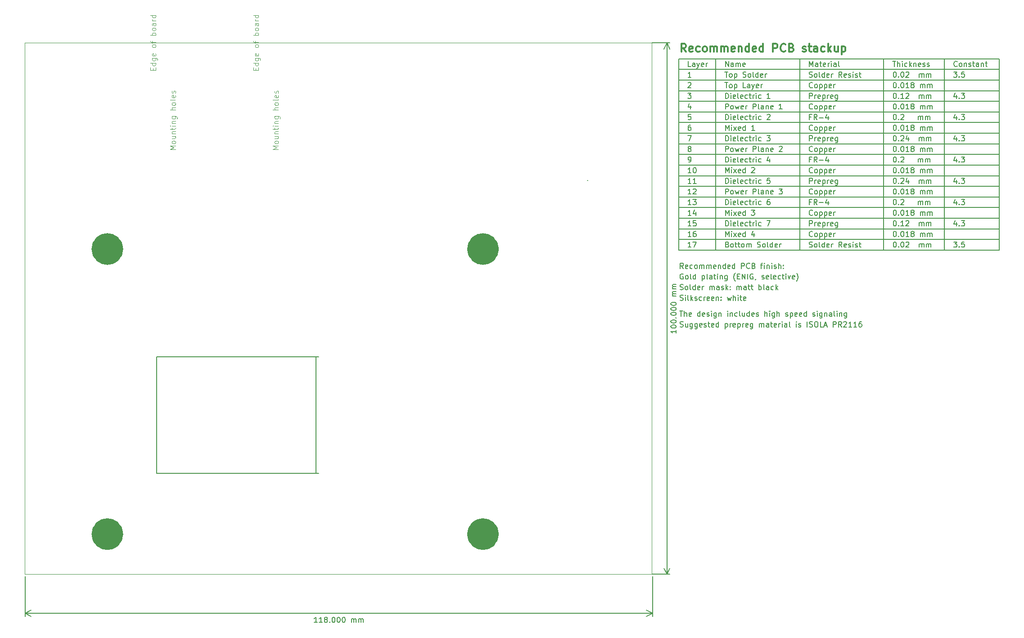
<source format=gbr>
%TF.GenerationSoftware,KiCad,Pcbnew,5.1.9+dfsg1-1*%
%TF.CreationDate,2022-05-12T15:35:02+02:00*%
%TF.ProjectId,kria-k26-devboard,6b726961-2d6b-4323-962d-646576626f61,rev?*%
%TF.SameCoordinates,Original*%
%TF.FileFunction,OtherDrawing,Comment*%
%FSLAX46Y46*%
G04 Gerber Fmt 4.6, Leading zero omitted, Abs format (unit mm)*
G04 Created by KiCad (PCBNEW 5.1.9+dfsg1-1) date 2022-05-12 15:35:02 commit 3e03c6a*
%MOMM*%
%LPD*%
G01*
G04 APERTURE LIST*
%ADD10C,0.150000*%
%ADD11C,0.200000*%
%ADD12C,0.300000*%
%TA.AperFunction,Profile*%
%ADD13C,0.100000*%
%TD*%
%ADD14C,0.120000*%
%ADD15C,3.000000*%
%ADD16C,0.100000*%
G04 APERTURE END LIST*
D10*
X197287976Y-105404761D02*
X197430833Y-105452380D01*
X197668928Y-105452380D01*
X197764166Y-105404761D01*
X197811785Y-105357142D01*
X197859404Y-105261904D01*
X197859404Y-105166666D01*
X197811785Y-105071428D01*
X197764166Y-105023809D01*
X197668928Y-104976190D01*
X197478452Y-104928571D01*
X197383214Y-104880952D01*
X197335595Y-104833333D01*
X197287976Y-104738095D01*
X197287976Y-104642857D01*
X197335595Y-104547619D01*
X197383214Y-104500000D01*
X197478452Y-104452380D01*
X197716547Y-104452380D01*
X197859404Y-104500000D01*
X198716547Y-104785714D02*
X198716547Y-105452380D01*
X198287976Y-104785714D02*
X198287976Y-105309523D01*
X198335595Y-105404761D01*
X198430833Y-105452380D01*
X198573690Y-105452380D01*
X198668928Y-105404761D01*
X198716547Y-105357142D01*
X199621309Y-104785714D02*
X199621309Y-105595238D01*
X199573690Y-105690476D01*
X199526071Y-105738095D01*
X199430833Y-105785714D01*
X199287976Y-105785714D01*
X199192738Y-105738095D01*
X199621309Y-105404761D02*
X199526071Y-105452380D01*
X199335595Y-105452380D01*
X199240357Y-105404761D01*
X199192738Y-105357142D01*
X199145119Y-105261904D01*
X199145119Y-104976190D01*
X199192738Y-104880952D01*
X199240357Y-104833333D01*
X199335595Y-104785714D01*
X199526071Y-104785714D01*
X199621309Y-104833333D01*
X200526071Y-104785714D02*
X200526071Y-105595238D01*
X200478452Y-105690476D01*
X200430833Y-105738095D01*
X200335595Y-105785714D01*
X200192738Y-105785714D01*
X200097500Y-105738095D01*
X200526071Y-105404761D02*
X200430833Y-105452380D01*
X200240357Y-105452380D01*
X200145119Y-105404761D01*
X200097500Y-105357142D01*
X200049880Y-105261904D01*
X200049880Y-104976190D01*
X200097500Y-104880952D01*
X200145119Y-104833333D01*
X200240357Y-104785714D01*
X200430833Y-104785714D01*
X200526071Y-104833333D01*
X201383214Y-105404761D02*
X201287976Y-105452380D01*
X201097500Y-105452380D01*
X201002261Y-105404761D01*
X200954642Y-105309523D01*
X200954642Y-104928571D01*
X201002261Y-104833333D01*
X201097500Y-104785714D01*
X201287976Y-104785714D01*
X201383214Y-104833333D01*
X201430833Y-104928571D01*
X201430833Y-105023809D01*
X200954642Y-105119047D01*
X201811785Y-105404761D02*
X201907023Y-105452380D01*
X202097500Y-105452380D01*
X202192738Y-105404761D01*
X202240357Y-105309523D01*
X202240357Y-105261904D01*
X202192738Y-105166666D01*
X202097500Y-105119047D01*
X201954642Y-105119047D01*
X201859404Y-105071428D01*
X201811785Y-104976190D01*
X201811785Y-104928571D01*
X201859404Y-104833333D01*
X201954642Y-104785714D01*
X202097500Y-104785714D01*
X202192738Y-104833333D01*
X202526071Y-104785714D02*
X202907023Y-104785714D01*
X202668928Y-104452380D02*
X202668928Y-105309523D01*
X202716547Y-105404761D01*
X202811785Y-105452380D01*
X202907023Y-105452380D01*
X203621309Y-105404761D02*
X203526071Y-105452380D01*
X203335595Y-105452380D01*
X203240357Y-105404761D01*
X203192738Y-105309523D01*
X203192738Y-104928571D01*
X203240357Y-104833333D01*
X203335595Y-104785714D01*
X203526071Y-104785714D01*
X203621309Y-104833333D01*
X203668928Y-104928571D01*
X203668928Y-105023809D01*
X203192738Y-105119047D01*
X204526071Y-105452380D02*
X204526071Y-104452380D01*
X204526071Y-105404761D02*
X204430833Y-105452380D01*
X204240357Y-105452380D01*
X204145119Y-105404761D01*
X204097500Y-105357142D01*
X204049880Y-105261904D01*
X204049880Y-104976190D01*
X204097500Y-104880952D01*
X204145119Y-104833333D01*
X204240357Y-104785714D01*
X204430833Y-104785714D01*
X204526071Y-104833333D01*
X205764166Y-104785714D02*
X205764166Y-105785714D01*
X205764166Y-104833333D02*
X205859404Y-104785714D01*
X206049880Y-104785714D01*
X206145119Y-104833333D01*
X206192738Y-104880952D01*
X206240357Y-104976190D01*
X206240357Y-105261904D01*
X206192738Y-105357142D01*
X206145119Y-105404761D01*
X206049880Y-105452380D01*
X205859404Y-105452380D01*
X205764166Y-105404761D01*
X206668928Y-105452380D02*
X206668928Y-104785714D01*
X206668928Y-104976190D02*
X206716547Y-104880952D01*
X206764166Y-104833333D01*
X206859404Y-104785714D01*
X206954642Y-104785714D01*
X207668928Y-105404761D02*
X207573690Y-105452380D01*
X207383214Y-105452380D01*
X207287976Y-105404761D01*
X207240357Y-105309523D01*
X207240357Y-104928571D01*
X207287976Y-104833333D01*
X207383214Y-104785714D01*
X207573690Y-104785714D01*
X207668928Y-104833333D01*
X207716547Y-104928571D01*
X207716547Y-105023809D01*
X207240357Y-105119047D01*
X208145119Y-104785714D02*
X208145119Y-105785714D01*
X208145119Y-104833333D02*
X208240357Y-104785714D01*
X208430833Y-104785714D01*
X208526071Y-104833333D01*
X208573690Y-104880952D01*
X208621309Y-104976190D01*
X208621309Y-105261904D01*
X208573690Y-105357142D01*
X208526071Y-105404761D01*
X208430833Y-105452380D01*
X208240357Y-105452380D01*
X208145119Y-105404761D01*
X209049880Y-105452380D02*
X209049880Y-104785714D01*
X209049880Y-104976190D02*
X209097500Y-104880952D01*
X209145119Y-104833333D01*
X209240357Y-104785714D01*
X209335595Y-104785714D01*
X210049880Y-105404761D02*
X209954642Y-105452380D01*
X209764166Y-105452380D01*
X209668928Y-105404761D01*
X209621309Y-105309523D01*
X209621309Y-104928571D01*
X209668928Y-104833333D01*
X209764166Y-104785714D01*
X209954642Y-104785714D01*
X210049880Y-104833333D01*
X210097500Y-104928571D01*
X210097500Y-105023809D01*
X209621309Y-105119047D01*
X210954642Y-104785714D02*
X210954642Y-105595238D01*
X210907023Y-105690476D01*
X210859404Y-105738095D01*
X210764166Y-105785714D01*
X210621309Y-105785714D01*
X210526071Y-105738095D01*
X210954642Y-105404761D02*
X210859404Y-105452380D01*
X210668928Y-105452380D01*
X210573690Y-105404761D01*
X210526071Y-105357142D01*
X210478452Y-105261904D01*
X210478452Y-104976190D01*
X210526071Y-104880952D01*
X210573690Y-104833333D01*
X210668928Y-104785714D01*
X210859404Y-104785714D01*
X210954642Y-104833333D01*
X212192738Y-105452380D02*
X212192738Y-104785714D01*
X212192738Y-104880952D02*
X212240357Y-104833333D01*
X212335595Y-104785714D01*
X212478452Y-104785714D01*
X212573690Y-104833333D01*
X212621309Y-104928571D01*
X212621309Y-105452380D01*
X212621309Y-104928571D02*
X212668928Y-104833333D01*
X212764166Y-104785714D01*
X212907023Y-104785714D01*
X213002261Y-104833333D01*
X213049880Y-104928571D01*
X213049880Y-105452380D01*
X213954642Y-105452380D02*
X213954642Y-104928571D01*
X213907023Y-104833333D01*
X213811785Y-104785714D01*
X213621309Y-104785714D01*
X213526071Y-104833333D01*
X213954642Y-105404761D02*
X213859404Y-105452380D01*
X213621309Y-105452380D01*
X213526071Y-105404761D01*
X213478452Y-105309523D01*
X213478452Y-105214285D01*
X213526071Y-105119047D01*
X213621309Y-105071428D01*
X213859404Y-105071428D01*
X213954642Y-105023809D01*
X214287976Y-104785714D02*
X214668928Y-104785714D01*
X214430833Y-104452380D02*
X214430833Y-105309523D01*
X214478452Y-105404761D01*
X214573690Y-105452380D01*
X214668928Y-105452380D01*
X215383214Y-105404761D02*
X215287976Y-105452380D01*
X215097500Y-105452380D01*
X215002261Y-105404761D01*
X214954642Y-105309523D01*
X214954642Y-104928571D01*
X215002261Y-104833333D01*
X215097500Y-104785714D01*
X215287976Y-104785714D01*
X215383214Y-104833333D01*
X215430833Y-104928571D01*
X215430833Y-105023809D01*
X214954642Y-105119047D01*
X215859404Y-105452380D02*
X215859404Y-104785714D01*
X215859404Y-104976190D02*
X215907023Y-104880952D01*
X215954642Y-104833333D01*
X216049880Y-104785714D01*
X216145119Y-104785714D01*
X216478452Y-105452380D02*
X216478452Y-104785714D01*
X216478452Y-104452380D02*
X216430833Y-104500000D01*
X216478452Y-104547619D01*
X216526071Y-104500000D01*
X216478452Y-104452380D01*
X216478452Y-104547619D01*
X217383214Y-105452380D02*
X217383214Y-104928571D01*
X217335595Y-104833333D01*
X217240357Y-104785714D01*
X217049880Y-104785714D01*
X216954642Y-104833333D01*
X217383214Y-105404761D02*
X217287976Y-105452380D01*
X217049880Y-105452380D01*
X216954642Y-105404761D01*
X216907023Y-105309523D01*
X216907023Y-105214285D01*
X216954642Y-105119047D01*
X217049880Y-105071428D01*
X217287976Y-105071428D01*
X217383214Y-105023809D01*
X218002261Y-105452380D02*
X217907023Y-105404761D01*
X217859404Y-105309523D01*
X217859404Y-104452380D01*
X219145119Y-105452380D02*
X219145119Y-104785714D01*
X219145119Y-104452380D02*
X219097500Y-104500000D01*
X219145119Y-104547619D01*
X219192738Y-104500000D01*
X219145119Y-104452380D01*
X219145119Y-104547619D01*
X219573690Y-105404761D02*
X219668928Y-105452380D01*
X219859404Y-105452380D01*
X219954642Y-105404761D01*
X220002261Y-105309523D01*
X220002261Y-105261904D01*
X219954642Y-105166666D01*
X219859404Y-105119047D01*
X219716547Y-105119047D01*
X219621309Y-105071428D01*
X219573690Y-104976190D01*
X219573690Y-104928571D01*
X219621309Y-104833333D01*
X219716547Y-104785714D01*
X219859404Y-104785714D01*
X219954642Y-104833333D01*
X221192738Y-105452380D02*
X221192738Y-104452380D01*
X221621309Y-105404761D02*
X221764166Y-105452380D01*
X222002261Y-105452380D01*
X222097500Y-105404761D01*
X222145119Y-105357142D01*
X222192738Y-105261904D01*
X222192738Y-105166666D01*
X222145119Y-105071428D01*
X222097500Y-105023809D01*
X222002261Y-104976190D01*
X221811785Y-104928571D01*
X221716547Y-104880952D01*
X221668928Y-104833333D01*
X221621309Y-104738095D01*
X221621309Y-104642857D01*
X221668928Y-104547619D01*
X221716547Y-104500000D01*
X221811785Y-104452380D01*
X222049880Y-104452380D01*
X222192738Y-104500000D01*
X222811785Y-104452380D02*
X223002261Y-104452380D01*
X223097500Y-104500000D01*
X223192738Y-104595238D01*
X223240357Y-104785714D01*
X223240357Y-105119047D01*
X223192738Y-105309523D01*
X223097500Y-105404761D01*
X223002261Y-105452380D01*
X222811785Y-105452380D01*
X222716547Y-105404761D01*
X222621309Y-105309523D01*
X222573690Y-105119047D01*
X222573690Y-104785714D01*
X222621309Y-104595238D01*
X222716547Y-104500000D01*
X222811785Y-104452380D01*
X224145119Y-105452380D02*
X223668928Y-105452380D01*
X223668928Y-104452380D01*
X224430833Y-105166666D02*
X224907023Y-105166666D01*
X224335595Y-105452380D02*
X224668928Y-104452380D01*
X225002261Y-105452380D01*
X226097500Y-105452380D02*
X226097500Y-104452380D01*
X226478452Y-104452380D01*
X226573690Y-104500000D01*
X226621309Y-104547619D01*
X226668928Y-104642857D01*
X226668928Y-104785714D01*
X226621309Y-104880952D01*
X226573690Y-104928571D01*
X226478452Y-104976190D01*
X226097500Y-104976190D01*
X227668928Y-105452380D02*
X227335595Y-104976190D01*
X227097500Y-105452380D02*
X227097500Y-104452380D01*
X227478452Y-104452380D01*
X227573690Y-104500000D01*
X227621309Y-104547619D01*
X227668928Y-104642857D01*
X227668928Y-104785714D01*
X227621309Y-104880952D01*
X227573690Y-104928571D01*
X227478452Y-104976190D01*
X227097500Y-104976190D01*
X228049880Y-104547619D02*
X228097500Y-104500000D01*
X228192738Y-104452380D01*
X228430833Y-104452380D01*
X228526071Y-104500000D01*
X228573690Y-104547619D01*
X228621309Y-104642857D01*
X228621309Y-104738095D01*
X228573690Y-104880952D01*
X228002261Y-105452380D01*
X228621309Y-105452380D01*
X229573690Y-105452380D02*
X229002261Y-105452380D01*
X229287976Y-105452380D02*
X229287976Y-104452380D01*
X229192738Y-104595238D01*
X229097500Y-104690476D01*
X229002261Y-104738095D01*
X230526071Y-105452380D02*
X229954642Y-105452380D01*
X230240357Y-105452380D02*
X230240357Y-104452380D01*
X230145119Y-104595238D01*
X230049880Y-104690476D01*
X229954642Y-104738095D01*
X231383214Y-104452380D02*
X231192738Y-104452380D01*
X231097500Y-104500000D01*
X231049880Y-104547619D01*
X230954642Y-104690476D01*
X230907023Y-104880952D01*
X230907023Y-105261904D01*
X230954642Y-105357142D01*
X231002261Y-105404761D01*
X231097500Y-105452380D01*
X231287976Y-105452380D01*
X231383214Y-105404761D01*
X231430833Y-105357142D01*
X231478452Y-105261904D01*
X231478452Y-105023809D01*
X231430833Y-104928571D01*
X231383214Y-104880952D01*
X231287976Y-104833333D01*
X231097500Y-104833333D01*
X231002261Y-104880952D01*
X230954642Y-104928571D01*
X230907023Y-105023809D01*
X197192738Y-102452380D02*
X197764166Y-102452380D01*
X197478452Y-103452380D02*
X197478452Y-102452380D01*
X198097500Y-103452380D02*
X198097500Y-102452380D01*
X198526071Y-103452380D02*
X198526071Y-102928571D01*
X198478452Y-102833333D01*
X198383214Y-102785714D01*
X198240357Y-102785714D01*
X198145119Y-102833333D01*
X198097500Y-102880952D01*
X199383214Y-103404761D02*
X199287976Y-103452380D01*
X199097500Y-103452380D01*
X199002261Y-103404761D01*
X198954642Y-103309523D01*
X198954642Y-102928571D01*
X199002261Y-102833333D01*
X199097500Y-102785714D01*
X199287976Y-102785714D01*
X199383214Y-102833333D01*
X199430833Y-102928571D01*
X199430833Y-103023809D01*
X198954642Y-103119047D01*
X201049880Y-103452380D02*
X201049880Y-102452380D01*
X201049880Y-103404761D02*
X200954642Y-103452380D01*
X200764166Y-103452380D01*
X200668928Y-103404761D01*
X200621309Y-103357142D01*
X200573690Y-103261904D01*
X200573690Y-102976190D01*
X200621309Y-102880952D01*
X200668928Y-102833333D01*
X200764166Y-102785714D01*
X200954642Y-102785714D01*
X201049880Y-102833333D01*
X201907023Y-103404761D02*
X201811785Y-103452380D01*
X201621309Y-103452380D01*
X201526071Y-103404761D01*
X201478452Y-103309523D01*
X201478452Y-102928571D01*
X201526071Y-102833333D01*
X201621309Y-102785714D01*
X201811785Y-102785714D01*
X201907023Y-102833333D01*
X201954642Y-102928571D01*
X201954642Y-103023809D01*
X201478452Y-103119047D01*
X202335595Y-103404761D02*
X202430833Y-103452380D01*
X202621309Y-103452380D01*
X202716547Y-103404761D01*
X202764166Y-103309523D01*
X202764166Y-103261904D01*
X202716547Y-103166666D01*
X202621309Y-103119047D01*
X202478452Y-103119047D01*
X202383214Y-103071428D01*
X202335595Y-102976190D01*
X202335595Y-102928571D01*
X202383214Y-102833333D01*
X202478452Y-102785714D01*
X202621309Y-102785714D01*
X202716547Y-102833333D01*
X203192738Y-103452380D02*
X203192738Y-102785714D01*
X203192738Y-102452380D02*
X203145119Y-102500000D01*
X203192738Y-102547619D01*
X203240357Y-102500000D01*
X203192738Y-102452380D01*
X203192738Y-102547619D01*
X204097500Y-102785714D02*
X204097500Y-103595238D01*
X204049880Y-103690476D01*
X204002261Y-103738095D01*
X203907023Y-103785714D01*
X203764166Y-103785714D01*
X203668928Y-103738095D01*
X204097500Y-103404761D02*
X204002261Y-103452380D01*
X203811785Y-103452380D01*
X203716547Y-103404761D01*
X203668928Y-103357142D01*
X203621309Y-103261904D01*
X203621309Y-102976190D01*
X203668928Y-102880952D01*
X203716547Y-102833333D01*
X203811785Y-102785714D01*
X204002261Y-102785714D01*
X204097500Y-102833333D01*
X204573690Y-102785714D02*
X204573690Y-103452380D01*
X204573690Y-102880952D02*
X204621309Y-102833333D01*
X204716547Y-102785714D01*
X204859404Y-102785714D01*
X204954642Y-102833333D01*
X205002261Y-102928571D01*
X205002261Y-103452380D01*
X206240357Y-103452380D02*
X206240357Y-102785714D01*
X206240357Y-102452380D02*
X206192738Y-102500000D01*
X206240357Y-102547619D01*
X206287976Y-102500000D01*
X206240357Y-102452380D01*
X206240357Y-102547619D01*
X206716547Y-102785714D02*
X206716547Y-103452380D01*
X206716547Y-102880952D02*
X206764166Y-102833333D01*
X206859404Y-102785714D01*
X207002261Y-102785714D01*
X207097500Y-102833333D01*
X207145119Y-102928571D01*
X207145119Y-103452380D01*
X208049880Y-103404761D02*
X207954642Y-103452380D01*
X207764166Y-103452380D01*
X207668928Y-103404761D01*
X207621309Y-103357142D01*
X207573690Y-103261904D01*
X207573690Y-102976190D01*
X207621309Y-102880952D01*
X207668928Y-102833333D01*
X207764166Y-102785714D01*
X207954642Y-102785714D01*
X208049880Y-102833333D01*
X208621309Y-103452380D02*
X208526071Y-103404761D01*
X208478452Y-103309523D01*
X208478452Y-102452380D01*
X209430833Y-102785714D02*
X209430833Y-103452380D01*
X209002261Y-102785714D02*
X209002261Y-103309523D01*
X209049880Y-103404761D01*
X209145119Y-103452380D01*
X209287976Y-103452380D01*
X209383214Y-103404761D01*
X209430833Y-103357142D01*
X210335595Y-103452380D02*
X210335595Y-102452380D01*
X210335595Y-103404761D02*
X210240357Y-103452380D01*
X210049880Y-103452380D01*
X209954642Y-103404761D01*
X209907023Y-103357142D01*
X209859404Y-103261904D01*
X209859404Y-102976190D01*
X209907023Y-102880952D01*
X209954642Y-102833333D01*
X210049880Y-102785714D01*
X210240357Y-102785714D01*
X210335595Y-102833333D01*
X211192738Y-103404761D02*
X211097500Y-103452380D01*
X210907023Y-103452380D01*
X210811785Y-103404761D01*
X210764166Y-103309523D01*
X210764166Y-102928571D01*
X210811785Y-102833333D01*
X210907023Y-102785714D01*
X211097500Y-102785714D01*
X211192738Y-102833333D01*
X211240357Y-102928571D01*
X211240357Y-103023809D01*
X210764166Y-103119047D01*
X211621309Y-103404761D02*
X211716547Y-103452380D01*
X211907023Y-103452380D01*
X212002261Y-103404761D01*
X212049880Y-103309523D01*
X212049880Y-103261904D01*
X212002261Y-103166666D01*
X211907023Y-103119047D01*
X211764166Y-103119047D01*
X211668928Y-103071428D01*
X211621309Y-102976190D01*
X211621309Y-102928571D01*
X211668928Y-102833333D01*
X211764166Y-102785714D01*
X211907023Y-102785714D01*
X212002261Y-102833333D01*
X213240357Y-103452380D02*
X213240357Y-102452380D01*
X213668928Y-103452380D02*
X213668928Y-102928571D01*
X213621309Y-102833333D01*
X213526071Y-102785714D01*
X213383214Y-102785714D01*
X213287976Y-102833333D01*
X213240357Y-102880952D01*
X214145119Y-103452380D02*
X214145119Y-102785714D01*
X214145119Y-102452380D02*
X214097500Y-102500000D01*
X214145119Y-102547619D01*
X214192738Y-102500000D01*
X214145119Y-102452380D01*
X214145119Y-102547619D01*
X215049880Y-102785714D02*
X215049880Y-103595238D01*
X215002261Y-103690476D01*
X214954642Y-103738095D01*
X214859404Y-103785714D01*
X214716547Y-103785714D01*
X214621309Y-103738095D01*
X215049880Y-103404761D02*
X214954642Y-103452380D01*
X214764166Y-103452380D01*
X214668928Y-103404761D01*
X214621309Y-103357142D01*
X214573690Y-103261904D01*
X214573690Y-102976190D01*
X214621309Y-102880952D01*
X214668928Y-102833333D01*
X214764166Y-102785714D01*
X214954642Y-102785714D01*
X215049880Y-102833333D01*
X215526071Y-103452380D02*
X215526071Y-102452380D01*
X215954642Y-103452380D02*
X215954642Y-102928571D01*
X215907023Y-102833333D01*
X215811785Y-102785714D01*
X215668928Y-102785714D01*
X215573690Y-102833333D01*
X215526071Y-102880952D01*
X217145119Y-103404761D02*
X217240357Y-103452380D01*
X217430833Y-103452380D01*
X217526071Y-103404761D01*
X217573690Y-103309523D01*
X217573690Y-103261904D01*
X217526071Y-103166666D01*
X217430833Y-103119047D01*
X217287976Y-103119047D01*
X217192738Y-103071428D01*
X217145119Y-102976190D01*
X217145119Y-102928571D01*
X217192738Y-102833333D01*
X217287976Y-102785714D01*
X217430833Y-102785714D01*
X217526071Y-102833333D01*
X218002261Y-102785714D02*
X218002261Y-103785714D01*
X218002261Y-102833333D02*
X218097500Y-102785714D01*
X218287976Y-102785714D01*
X218383214Y-102833333D01*
X218430833Y-102880952D01*
X218478452Y-102976190D01*
X218478452Y-103261904D01*
X218430833Y-103357142D01*
X218383214Y-103404761D01*
X218287976Y-103452380D01*
X218097500Y-103452380D01*
X218002261Y-103404761D01*
X219287976Y-103404761D02*
X219192738Y-103452380D01*
X219002261Y-103452380D01*
X218907023Y-103404761D01*
X218859404Y-103309523D01*
X218859404Y-102928571D01*
X218907023Y-102833333D01*
X219002261Y-102785714D01*
X219192738Y-102785714D01*
X219287976Y-102833333D01*
X219335595Y-102928571D01*
X219335595Y-103023809D01*
X218859404Y-103119047D01*
X220145119Y-103404761D02*
X220049880Y-103452380D01*
X219859404Y-103452380D01*
X219764166Y-103404761D01*
X219716547Y-103309523D01*
X219716547Y-102928571D01*
X219764166Y-102833333D01*
X219859404Y-102785714D01*
X220049880Y-102785714D01*
X220145119Y-102833333D01*
X220192738Y-102928571D01*
X220192738Y-103023809D01*
X219716547Y-103119047D01*
X221049880Y-103452380D02*
X221049880Y-102452380D01*
X221049880Y-103404761D02*
X220954642Y-103452380D01*
X220764166Y-103452380D01*
X220668928Y-103404761D01*
X220621309Y-103357142D01*
X220573690Y-103261904D01*
X220573690Y-102976190D01*
X220621309Y-102880952D01*
X220668928Y-102833333D01*
X220764166Y-102785714D01*
X220954642Y-102785714D01*
X221049880Y-102833333D01*
X222240357Y-103404761D02*
X222335595Y-103452380D01*
X222526071Y-103452380D01*
X222621309Y-103404761D01*
X222668928Y-103309523D01*
X222668928Y-103261904D01*
X222621309Y-103166666D01*
X222526071Y-103119047D01*
X222383214Y-103119047D01*
X222287976Y-103071428D01*
X222240357Y-102976190D01*
X222240357Y-102928571D01*
X222287976Y-102833333D01*
X222383214Y-102785714D01*
X222526071Y-102785714D01*
X222621309Y-102833333D01*
X223097500Y-103452380D02*
X223097500Y-102785714D01*
X223097500Y-102452380D02*
X223049880Y-102500000D01*
X223097500Y-102547619D01*
X223145119Y-102500000D01*
X223097500Y-102452380D01*
X223097500Y-102547619D01*
X224002261Y-102785714D02*
X224002261Y-103595238D01*
X223954642Y-103690476D01*
X223907023Y-103738095D01*
X223811785Y-103785714D01*
X223668928Y-103785714D01*
X223573690Y-103738095D01*
X224002261Y-103404761D02*
X223907023Y-103452380D01*
X223716547Y-103452380D01*
X223621309Y-103404761D01*
X223573690Y-103357142D01*
X223526071Y-103261904D01*
X223526071Y-102976190D01*
X223573690Y-102880952D01*
X223621309Y-102833333D01*
X223716547Y-102785714D01*
X223907023Y-102785714D01*
X224002261Y-102833333D01*
X224478452Y-102785714D02*
X224478452Y-103452380D01*
X224478452Y-102880952D02*
X224526071Y-102833333D01*
X224621309Y-102785714D01*
X224764166Y-102785714D01*
X224859404Y-102833333D01*
X224907023Y-102928571D01*
X224907023Y-103452380D01*
X225811785Y-103452380D02*
X225811785Y-102928571D01*
X225764166Y-102833333D01*
X225668928Y-102785714D01*
X225478452Y-102785714D01*
X225383214Y-102833333D01*
X225811785Y-103404761D02*
X225716547Y-103452380D01*
X225478452Y-103452380D01*
X225383214Y-103404761D01*
X225335595Y-103309523D01*
X225335595Y-103214285D01*
X225383214Y-103119047D01*
X225478452Y-103071428D01*
X225716547Y-103071428D01*
X225811785Y-103023809D01*
X226430833Y-103452380D02*
X226335595Y-103404761D01*
X226287976Y-103309523D01*
X226287976Y-102452380D01*
X226811785Y-103452380D02*
X226811785Y-102785714D01*
X226811785Y-102452380D02*
X226764166Y-102500000D01*
X226811785Y-102547619D01*
X226859404Y-102500000D01*
X226811785Y-102452380D01*
X226811785Y-102547619D01*
X227287976Y-102785714D02*
X227287976Y-103452380D01*
X227287976Y-102880952D02*
X227335595Y-102833333D01*
X227430833Y-102785714D01*
X227573690Y-102785714D01*
X227668928Y-102833333D01*
X227716547Y-102928571D01*
X227716547Y-103452380D01*
X228621309Y-102785714D02*
X228621309Y-103595238D01*
X228573690Y-103690476D01*
X228526071Y-103738095D01*
X228430833Y-103785714D01*
X228287976Y-103785714D01*
X228192738Y-103738095D01*
X228621309Y-103404761D02*
X228526071Y-103452380D01*
X228335595Y-103452380D01*
X228240357Y-103404761D01*
X228192738Y-103357142D01*
X228145119Y-103261904D01*
X228145119Y-102976190D01*
X228192738Y-102880952D01*
X228240357Y-102833333D01*
X228335595Y-102785714D01*
X228526071Y-102785714D01*
X228621309Y-102833333D01*
X197287976Y-100404761D02*
X197430833Y-100452380D01*
X197668928Y-100452380D01*
X197764166Y-100404761D01*
X197811785Y-100357142D01*
X197859404Y-100261904D01*
X197859404Y-100166666D01*
X197811785Y-100071428D01*
X197764166Y-100023809D01*
X197668928Y-99976190D01*
X197478452Y-99928571D01*
X197383214Y-99880952D01*
X197335595Y-99833333D01*
X197287976Y-99738095D01*
X197287976Y-99642857D01*
X197335595Y-99547619D01*
X197383214Y-99500000D01*
X197478452Y-99452380D01*
X197716547Y-99452380D01*
X197859404Y-99500000D01*
X198287976Y-100452380D02*
X198287976Y-99785714D01*
X198287976Y-99452380D02*
X198240357Y-99500000D01*
X198287976Y-99547619D01*
X198335595Y-99500000D01*
X198287976Y-99452380D01*
X198287976Y-99547619D01*
X198907023Y-100452380D02*
X198811785Y-100404761D01*
X198764166Y-100309523D01*
X198764166Y-99452380D01*
X199287976Y-100452380D02*
X199287976Y-99452380D01*
X199383214Y-100071428D02*
X199668928Y-100452380D01*
X199668928Y-99785714D02*
X199287976Y-100166666D01*
X200049880Y-100404761D02*
X200145119Y-100452380D01*
X200335595Y-100452380D01*
X200430833Y-100404761D01*
X200478452Y-100309523D01*
X200478452Y-100261904D01*
X200430833Y-100166666D01*
X200335595Y-100119047D01*
X200192738Y-100119047D01*
X200097500Y-100071428D01*
X200049880Y-99976190D01*
X200049880Y-99928571D01*
X200097500Y-99833333D01*
X200192738Y-99785714D01*
X200335595Y-99785714D01*
X200430833Y-99833333D01*
X201335595Y-100404761D02*
X201240357Y-100452380D01*
X201049880Y-100452380D01*
X200954642Y-100404761D01*
X200907023Y-100357142D01*
X200859404Y-100261904D01*
X200859404Y-99976190D01*
X200907023Y-99880952D01*
X200954642Y-99833333D01*
X201049880Y-99785714D01*
X201240357Y-99785714D01*
X201335595Y-99833333D01*
X201764166Y-100452380D02*
X201764166Y-99785714D01*
X201764166Y-99976190D02*
X201811785Y-99880952D01*
X201859404Y-99833333D01*
X201954642Y-99785714D01*
X202049880Y-99785714D01*
X202764166Y-100404761D02*
X202668928Y-100452380D01*
X202478452Y-100452380D01*
X202383214Y-100404761D01*
X202335595Y-100309523D01*
X202335595Y-99928571D01*
X202383214Y-99833333D01*
X202478452Y-99785714D01*
X202668928Y-99785714D01*
X202764166Y-99833333D01*
X202811785Y-99928571D01*
X202811785Y-100023809D01*
X202335595Y-100119047D01*
X203621309Y-100404761D02*
X203526071Y-100452380D01*
X203335595Y-100452380D01*
X203240357Y-100404761D01*
X203192738Y-100309523D01*
X203192738Y-99928571D01*
X203240357Y-99833333D01*
X203335595Y-99785714D01*
X203526071Y-99785714D01*
X203621309Y-99833333D01*
X203668928Y-99928571D01*
X203668928Y-100023809D01*
X203192738Y-100119047D01*
X204097500Y-99785714D02*
X204097500Y-100452380D01*
X204097500Y-99880952D02*
X204145119Y-99833333D01*
X204240357Y-99785714D01*
X204383214Y-99785714D01*
X204478452Y-99833333D01*
X204526071Y-99928571D01*
X204526071Y-100452380D01*
X205002261Y-100357142D02*
X205049880Y-100404761D01*
X205002261Y-100452380D01*
X204954642Y-100404761D01*
X205002261Y-100357142D01*
X205002261Y-100452380D01*
X205002261Y-99833333D02*
X205049880Y-99880952D01*
X205002261Y-99928571D01*
X204954642Y-99880952D01*
X205002261Y-99833333D01*
X205002261Y-99928571D01*
X206145119Y-99785714D02*
X206335595Y-100452380D01*
X206526071Y-99976190D01*
X206716547Y-100452380D01*
X206907023Y-99785714D01*
X207287976Y-100452380D02*
X207287976Y-99452380D01*
X207716547Y-100452380D02*
X207716547Y-99928571D01*
X207668928Y-99833333D01*
X207573690Y-99785714D01*
X207430833Y-99785714D01*
X207335595Y-99833333D01*
X207287976Y-99880952D01*
X208192738Y-100452380D02*
X208192738Y-99785714D01*
X208192738Y-99452380D02*
X208145119Y-99500000D01*
X208192738Y-99547619D01*
X208240357Y-99500000D01*
X208192738Y-99452380D01*
X208192738Y-99547619D01*
X208526071Y-99785714D02*
X208907023Y-99785714D01*
X208668928Y-99452380D02*
X208668928Y-100309523D01*
X208716547Y-100404761D01*
X208811785Y-100452380D01*
X208907023Y-100452380D01*
X209621309Y-100404761D02*
X209526071Y-100452380D01*
X209335595Y-100452380D01*
X209240357Y-100404761D01*
X209192738Y-100309523D01*
X209192738Y-99928571D01*
X209240357Y-99833333D01*
X209335595Y-99785714D01*
X209526071Y-99785714D01*
X209621309Y-99833333D01*
X209668928Y-99928571D01*
X209668928Y-100023809D01*
X209192738Y-100119047D01*
X197287976Y-98404761D02*
X197430833Y-98452380D01*
X197668928Y-98452380D01*
X197764166Y-98404761D01*
X197811785Y-98357142D01*
X197859404Y-98261904D01*
X197859404Y-98166666D01*
X197811785Y-98071428D01*
X197764166Y-98023809D01*
X197668928Y-97976190D01*
X197478452Y-97928571D01*
X197383214Y-97880952D01*
X197335595Y-97833333D01*
X197287976Y-97738095D01*
X197287976Y-97642857D01*
X197335595Y-97547619D01*
X197383214Y-97500000D01*
X197478452Y-97452380D01*
X197716547Y-97452380D01*
X197859404Y-97500000D01*
X198430833Y-98452380D02*
X198335595Y-98404761D01*
X198287976Y-98357142D01*
X198240357Y-98261904D01*
X198240357Y-97976190D01*
X198287976Y-97880952D01*
X198335595Y-97833333D01*
X198430833Y-97785714D01*
X198573690Y-97785714D01*
X198668928Y-97833333D01*
X198716547Y-97880952D01*
X198764166Y-97976190D01*
X198764166Y-98261904D01*
X198716547Y-98357142D01*
X198668928Y-98404761D01*
X198573690Y-98452380D01*
X198430833Y-98452380D01*
X199335595Y-98452380D02*
X199240357Y-98404761D01*
X199192738Y-98309523D01*
X199192738Y-97452380D01*
X200145119Y-98452380D02*
X200145119Y-97452380D01*
X200145119Y-98404761D02*
X200049880Y-98452380D01*
X199859404Y-98452380D01*
X199764166Y-98404761D01*
X199716547Y-98357142D01*
X199668928Y-98261904D01*
X199668928Y-97976190D01*
X199716547Y-97880952D01*
X199764166Y-97833333D01*
X199859404Y-97785714D01*
X200049880Y-97785714D01*
X200145119Y-97833333D01*
X201002261Y-98404761D02*
X200907023Y-98452380D01*
X200716547Y-98452380D01*
X200621309Y-98404761D01*
X200573690Y-98309523D01*
X200573690Y-97928571D01*
X200621309Y-97833333D01*
X200716547Y-97785714D01*
X200907023Y-97785714D01*
X201002261Y-97833333D01*
X201049880Y-97928571D01*
X201049880Y-98023809D01*
X200573690Y-98119047D01*
X201478452Y-98452380D02*
X201478452Y-97785714D01*
X201478452Y-97976190D02*
X201526071Y-97880952D01*
X201573690Y-97833333D01*
X201668928Y-97785714D01*
X201764166Y-97785714D01*
X202859404Y-98452380D02*
X202859404Y-97785714D01*
X202859404Y-97880952D02*
X202907023Y-97833333D01*
X203002261Y-97785714D01*
X203145119Y-97785714D01*
X203240357Y-97833333D01*
X203287976Y-97928571D01*
X203287976Y-98452380D01*
X203287976Y-97928571D02*
X203335595Y-97833333D01*
X203430833Y-97785714D01*
X203573690Y-97785714D01*
X203668928Y-97833333D01*
X203716547Y-97928571D01*
X203716547Y-98452380D01*
X204621309Y-98452380D02*
X204621309Y-97928571D01*
X204573690Y-97833333D01*
X204478452Y-97785714D01*
X204287976Y-97785714D01*
X204192738Y-97833333D01*
X204621309Y-98404761D02*
X204526071Y-98452380D01*
X204287976Y-98452380D01*
X204192738Y-98404761D01*
X204145119Y-98309523D01*
X204145119Y-98214285D01*
X204192738Y-98119047D01*
X204287976Y-98071428D01*
X204526071Y-98071428D01*
X204621309Y-98023809D01*
X205049880Y-98404761D02*
X205145119Y-98452380D01*
X205335595Y-98452380D01*
X205430833Y-98404761D01*
X205478452Y-98309523D01*
X205478452Y-98261904D01*
X205430833Y-98166666D01*
X205335595Y-98119047D01*
X205192738Y-98119047D01*
X205097500Y-98071428D01*
X205049880Y-97976190D01*
X205049880Y-97928571D01*
X205097500Y-97833333D01*
X205192738Y-97785714D01*
X205335595Y-97785714D01*
X205430833Y-97833333D01*
X205907023Y-98452380D02*
X205907023Y-97452380D01*
X206002261Y-98071428D02*
X206287976Y-98452380D01*
X206287976Y-97785714D02*
X205907023Y-98166666D01*
X206716547Y-98357142D02*
X206764166Y-98404761D01*
X206716547Y-98452380D01*
X206668928Y-98404761D01*
X206716547Y-98357142D01*
X206716547Y-98452380D01*
X206716547Y-97833333D02*
X206764166Y-97880952D01*
X206716547Y-97928571D01*
X206668928Y-97880952D01*
X206716547Y-97833333D01*
X206716547Y-97928571D01*
X207954642Y-98452380D02*
X207954642Y-97785714D01*
X207954642Y-97880952D02*
X208002261Y-97833333D01*
X208097500Y-97785714D01*
X208240357Y-97785714D01*
X208335595Y-97833333D01*
X208383214Y-97928571D01*
X208383214Y-98452380D01*
X208383214Y-97928571D02*
X208430833Y-97833333D01*
X208526071Y-97785714D01*
X208668928Y-97785714D01*
X208764166Y-97833333D01*
X208811785Y-97928571D01*
X208811785Y-98452380D01*
X209716547Y-98452380D02*
X209716547Y-97928571D01*
X209668928Y-97833333D01*
X209573690Y-97785714D01*
X209383214Y-97785714D01*
X209287976Y-97833333D01*
X209716547Y-98404761D02*
X209621309Y-98452380D01*
X209383214Y-98452380D01*
X209287976Y-98404761D01*
X209240357Y-98309523D01*
X209240357Y-98214285D01*
X209287976Y-98119047D01*
X209383214Y-98071428D01*
X209621309Y-98071428D01*
X209716547Y-98023809D01*
X210049880Y-97785714D02*
X210430833Y-97785714D01*
X210192738Y-97452380D02*
X210192738Y-98309523D01*
X210240357Y-98404761D01*
X210335595Y-98452380D01*
X210430833Y-98452380D01*
X210621309Y-97785714D02*
X211002261Y-97785714D01*
X210764166Y-97452380D02*
X210764166Y-98309523D01*
X210811785Y-98404761D01*
X210907023Y-98452380D01*
X211002261Y-98452380D01*
X212097500Y-98452380D02*
X212097500Y-97452380D01*
X212097500Y-97833333D02*
X212192738Y-97785714D01*
X212383214Y-97785714D01*
X212478452Y-97833333D01*
X212526071Y-97880952D01*
X212573690Y-97976190D01*
X212573690Y-98261904D01*
X212526071Y-98357142D01*
X212478452Y-98404761D01*
X212383214Y-98452380D01*
X212192738Y-98452380D01*
X212097500Y-98404761D01*
X213145119Y-98452380D02*
X213049880Y-98404761D01*
X213002261Y-98309523D01*
X213002261Y-97452380D01*
X213954642Y-98452380D02*
X213954642Y-97928571D01*
X213907023Y-97833333D01*
X213811785Y-97785714D01*
X213621309Y-97785714D01*
X213526071Y-97833333D01*
X213954642Y-98404761D02*
X213859404Y-98452380D01*
X213621309Y-98452380D01*
X213526071Y-98404761D01*
X213478452Y-98309523D01*
X213478452Y-98214285D01*
X213526071Y-98119047D01*
X213621309Y-98071428D01*
X213859404Y-98071428D01*
X213954642Y-98023809D01*
X214859404Y-98404761D02*
X214764166Y-98452380D01*
X214573690Y-98452380D01*
X214478452Y-98404761D01*
X214430833Y-98357142D01*
X214383214Y-98261904D01*
X214383214Y-97976190D01*
X214430833Y-97880952D01*
X214478452Y-97833333D01*
X214573690Y-97785714D01*
X214764166Y-97785714D01*
X214859404Y-97833333D01*
X215287976Y-98452380D02*
X215287976Y-97452380D01*
X215383214Y-98071428D02*
X215668928Y-98452380D01*
X215668928Y-97785714D02*
X215287976Y-98166666D01*
X197859404Y-95500000D02*
X197764166Y-95452380D01*
X197621309Y-95452380D01*
X197478452Y-95500000D01*
X197383214Y-95595238D01*
X197335595Y-95690476D01*
X197287976Y-95880952D01*
X197287976Y-96023809D01*
X197335595Y-96214285D01*
X197383214Y-96309523D01*
X197478452Y-96404761D01*
X197621309Y-96452380D01*
X197716547Y-96452380D01*
X197859404Y-96404761D01*
X197907023Y-96357142D01*
X197907023Y-96023809D01*
X197716547Y-96023809D01*
X198478452Y-96452380D02*
X198383214Y-96404761D01*
X198335595Y-96357142D01*
X198287976Y-96261904D01*
X198287976Y-95976190D01*
X198335595Y-95880952D01*
X198383214Y-95833333D01*
X198478452Y-95785714D01*
X198621309Y-95785714D01*
X198716547Y-95833333D01*
X198764166Y-95880952D01*
X198811785Y-95976190D01*
X198811785Y-96261904D01*
X198764166Y-96357142D01*
X198716547Y-96404761D01*
X198621309Y-96452380D01*
X198478452Y-96452380D01*
X199383214Y-96452380D02*
X199287976Y-96404761D01*
X199240357Y-96309523D01*
X199240357Y-95452380D01*
X200192738Y-96452380D02*
X200192738Y-95452380D01*
X200192738Y-96404761D02*
X200097500Y-96452380D01*
X199907023Y-96452380D01*
X199811785Y-96404761D01*
X199764166Y-96357142D01*
X199716547Y-96261904D01*
X199716547Y-95976190D01*
X199764166Y-95880952D01*
X199811785Y-95833333D01*
X199907023Y-95785714D01*
X200097500Y-95785714D01*
X200192738Y-95833333D01*
X201430833Y-95785714D02*
X201430833Y-96785714D01*
X201430833Y-95833333D02*
X201526071Y-95785714D01*
X201716547Y-95785714D01*
X201811785Y-95833333D01*
X201859404Y-95880952D01*
X201907023Y-95976190D01*
X201907023Y-96261904D01*
X201859404Y-96357142D01*
X201811785Y-96404761D01*
X201716547Y-96452380D01*
X201526071Y-96452380D01*
X201430833Y-96404761D01*
X202478452Y-96452380D02*
X202383214Y-96404761D01*
X202335595Y-96309523D01*
X202335595Y-95452380D01*
X203287976Y-96452380D02*
X203287976Y-95928571D01*
X203240357Y-95833333D01*
X203145119Y-95785714D01*
X202954642Y-95785714D01*
X202859404Y-95833333D01*
X203287976Y-96404761D02*
X203192738Y-96452380D01*
X202954642Y-96452380D01*
X202859404Y-96404761D01*
X202811785Y-96309523D01*
X202811785Y-96214285D01*
X202859404Y-96119047D01*
X202954642Y-96071428D01*
X203192738Y-96071428D01*
X203287976Y-96023809D01*
X203621309Y-95785714D02*
X204002261Y-95785714D01*
X203764166Y-95452380D02*
X203764166Y-96309523D01*
X203811785Y-96404761D01*
X203907023Y-96452380D01*
X204002261Y-96452380D01*
X204335595Y-96452380D02*
X204335595Y-95785714D01*
X204335595Y-95452380D02*
X204287976Y-95500000D01*
X204335595Y-95547619D01*
X204383214Y-95500000D01*
X204335595Y-95452380D01*
X204335595Y-95547619D01*
X204811785Y-95785714D02*
X204811785Y-96452380D01*
X204811785Y-95880952D02*
X204859404Y-95833333D01*
X204954642Y-95785714D01*
X205097500Y-95785714D01*
X205192738Y-95833333D01*
X205240357Y-95928571D01*
X205240357Y-96452380D01*
X206145119Y-95785714D02*
X206145119Y-96595238D01*
X206097500Y-96690476D01*
X206049880Y-96738095D01*
X205954642Y-96785714D01*
X205811785Y-96785714D01*
X205716547Y-96738095D01*
X206145119Y-96404761D02*
X206049880Y-96452380D01*
X205859404Y-96452380D01*
X205764166Y-96404761D01*
X205716547Y-96357142D01*
X205668928Y-96261904D01*
X205668928Y-95976190D01*
X205716547Y-95880952D01*
X205764166Y-95833333D01*
X205859404Y-95785714D01*
X206049880Y-95785714D01*
X206145119Y-95833333D01*
X207668928Y-96833333D02*
X207621309Y-96785714D01*
X207526071Y-96642857D01*
X207478452Y-96547619D01*
X207430833Y-96404761D01*
X207383214Y-96166666D01*
X207383214Y-95976190D01*
X207430833Y-95738095D01*
X207478452Y-95595238D01*
X207526071Y-95500000D01*
X207621309Y-95357142D01*
X207668928Y-95309523D01*
X208049880Y-95928571D02*
X208383214Y-95928571D01*
X208526071Y-96452380D02*
X208049880Y-96452380D01*
X208049880Y-95452380D01*
X208526071Y-95452380D01*
X208954642Y-96452380D02*
X208954642Y-95452380D01*
X209526071Y-96452380D01*
X209526071Y-95452380D01*
X210002261Y-96452380D02*
X210002261Y-95452380D01*
X211002261Y-95500000D02*
X210907023Y-95452380D01*
X210764166Y-95452380D01*
X210621309Y-95500000D01*
X210526071Y-95595238D01*
X210478452Y-95690476D01*
X210430833Y-95880952D01*
X210430833Y-96023809D01*
X210478452Y-96214285D01*
X210526071Y-96309523D01*
X210621309Y-96404761D01*
X210764166Y-96452380D01*
X210859404Y-96452380D01*
X211002261Y-96404761D01*
X211049880Y-96357142D01*
X211049880Y-96023809D01*
X210859404Y-96023809D01*
X211526071Y-96404761D02*
X211526071Y-96452380D01*
X211478452Y-96547619D01*
X211430833Y-96595238D01*
X212668928Y-96404761D02*
X212764166Y-96452380D01*
X212954642Y-96452380D01*
X213049880Y-96404761D01*
X213097500Y-96309523D01*
X213097500Y-96261904D01*
X213049880Y-96166666D01*
X212954642Y-96119047D01*
X212811785Y-96119047D01*
X212716547Y-96071428D01*
X212668928Y-95976190D01*
X212668928Y-95928571D01*
X212716547Y-95833333D01*
X212811785Y-95785714D01*
X212954642Y-95785714D01*
X213049880Y-95833333D01*
X213907023Y-96404761D02*
X213811785Y-96452380D01*
X213621309Y-96452380D01*
X213526071Y-96404761D01*
X213478452Y-96309523D01*
X213478452Y-95928571D01*
X213526071Y-95833333D01*
X213621309Y-95785714D01*
X213811785Y-95785714D01*
X213907023Y-95833333D01*
X213954642Y-95928571D01*
X213954642Y-96023809D01*
X213478452Y-96119047D01*
X214526071Y-96452380D02*
X214430833Y-96404761D01*
X214383214Y-96309523D01*
X214383214Y-95452380D01*
X215287976Y-96404761D02*
X215192738Y-96452380D01*
X215002261Y-96452380D01*
X214907023Y-96404761D01*
X214859404Y-96309523D01*
X214859404Y-95928571D01*
X214907023Y-95833333D01*
X215002261Y-95785714D01*
X215192738Y-95785714D01*
X215287976Y-95833333D01*
X215335595Y-95928571D01*
X215335595Y-96023809D01*
X214859404Y-96119047D01*
X216192738Y-96404761D02*
X216097500Y-96452380D01*
X215907023Y-96452380D01*
X215811785Y-96404761D01*
X215764166Y-96357142D01*
X215716547Y-96261904D01*
X215716547Y-95976190D01*
X215764166Y-95880952D01*
X215811785Y-95833333D01*
X215907023Y-95785714D01*
X216097500Y-95785714D01*
X216192738Y-95833333D01*
X216478452Y-95785714D02*
X216859404Y-95785714D01*
X216621309Y-95452380D02*
X216621309Y-96309523D01*
X216668928Y-96404761D01*
X216764166Y-96452380D01*
X216859404Y-96452380D01*
X217192738Y-96452380D02*
X217192738Y-95785714D01*
X217192738Y-95452380D02*
X217145119Y-95500000D01*
X217192738Y-95547619D01*
X217240357Y-95500000D01*
X217192738Y-95452380D01*
X217192738Y-95547619D01*
X217573690Y-95785714D02*
X217811785Y-96452380D01*
X218049880Y-95785714D01*
X218811785Y-96404761D02*
X218716547Y-96452380D01*
X218526071Y-96452380D01*
X218430833Y-96404761D01*
X218383214Y-96309523D01*
X218383214Y-95928571D01*
X218430833Y-95833333D01*
X218526071Y-95785714D01*
X218716547Y-95785714D01*
X218811785Y-95833333D01*
X218859404Y-95928571D01*
X218859404Y-96023809D01*
X218383214Y-96119047D01*
X219192738Y-96833333D02*
X219240357Y-96785714D01*
X219335595Y-96642857D01*
X219383214Y-96547619D01*
X219430833Y-96404761D01*
X219478452Y-96166666D01*
X219478452Y-95976190D01*
X219430833Y-95738095D01*
X219383214Y-95595238D01*
X219335595Y-95500000D01*
X219240357Y-95357142D01*
X219192738Y-95309523D01*
X197907023Y-94452380D02*
X197573690Y-93976190D01*
X197335595Y-94452380D02*
X197335595Y-93452380D01*
X197716547Y-93452380D01*
X197811785Y-93500000D01*
X197859404Y-93547619D01*
X197907023Y-93642857D01*
X197907023Y-93785714D01*
X197859404Y-93880952D01*
X197811785Y-93928571D01*
X197716547Y-93976190D01*
X197335595Y-93976190D01*
X198716547Y-94404761D02*
X198621309Y-94452380D01*
X198430833Y-94452380D01*
X198335595Y-94404761D01*
X198287976Y-94309523D01*
X198287976Y-93928571D01*
X198335595Y-93833333D01*
X198430833Y-93785714D01*
X198621309Y-93785714D01*
X198716547Y-93833333D01*
X198764166Y-93928571D01*
X198764166Y-94023809D01*
X198287976Y-94119047D01*
X199621309Y-94404761D02*
X199526071Y-94452380D01*
X199335595Y-94452380D01*
X199240357Y-94404761D01*
X199192738Y-94357142D01*
X199145119Y-94261904D01*
X199145119Y-93976190D01*
X199192738Y-93880952D01*
X199240357Y-93833333D01*
X199335595Y-93785714D01*
X199526071Y-93785714D01*
X199621309Y-93833333D01*
X200192738Y-94452380D02*
X200097500Y-94404761D01*
X200049880Y-94357142D01*
X200002261Y-94261904D01*
X200002261Y-93976190D01*
X200049880Y-93880952D01*
X200097500Y-93833333D01*
X200192738Y-93785714D01*
X200335595Y-93785714D01*
X200430833Y-93833333D01*
X200478452Y-93880952D01*
X200526071Y-93976190D01*
X200526071Y-94261904D01*
X200478452Y-94357142D01*
X200430833Y-94404761D01*
X200335595Y-94452380D01*
X200192738Y-94452380D01*
X200954642Y-94452380D02*
X200954642Y-93785714D01*
X200954642Y-93880952D02*
X201002261Y-93833333D01*
X201097500Y-93785714D01*
X201240357Y-93785714D01*
X201335595Y-93833333D01*
X201383214Y-93928571D01*
X201383214Y-94452380D01*
X201383214Y-93928571D02*
X201430833Y-93833333D01*
X201526071Y-93785714D01*
X201668928Y-93785714D01*
X201764166Y-93833333D01*
X201811785Y-93928571D01*
X201811785Y-94452380D01*
X202287976Y-94452380D02*
X202287976Y-93785714D01*
X202287976Y-93880952D02*
X202335595Y-93833333D01*
X202430833Y-93785714D01*
X202573690Y-93785714D01*
X202668928Y-93833333D01*
X202716547Y-93928571D01*
X202716547Y-94452380D01*
X202716547Y-93928571D02*
X202764166Y-93833333D01*
X202859404Y-93785714D01*
X203002261Y-93785714D01*
X203097500Y-93833333D01*
X203145119Y-93928571D01*
X203145119Y-94452380D01*
X204002261Y-94404761D02*
X203907023Y-94452380D01*
X203716547Y-94452380D01*
X203621309Y-94404761D01*
X203573690Y-94309523D01*
X203573690Y-93928571D01*
X203621309Y-93833333D01*
X203716547Y-93785714D01*
X203907023Y-93785714D01*
X204002261Y-93833333D01*
X204049880Y-93928571D01*
X204049880Y-94023809D01*
X203573690Y-94119047D01*
X204478452Y-93785714D02*
X204478452Y-94452380D01*
X204478452Y-93880952D02*
X204526071Y-93833333D01*
X204621309Y-93785714D01*
X204764166Y-93785714D01*
X204859404Y-93833333D01*
X204907023Y-93928571D01*
X204907023Y-94452380D01*
X205811785Y-94452380D02*
X205811785Y-93452380D01*
X205811785Y-94404761D02*
X205716547Y-94452380D01*
X205526071Y-94452380D01*
X205430833Y-94404761D01*
X205383214Y-94357142D01*
X205335595Y-94261904D01*
X205335595Y-93976190D01*
X205383214Y-93880952D01*
X205430833Y-93833333D01*
X205526071Y-93785714D01*
X205716547Y-93785714D01*
X205811785Y-93833333D01*
X206668928Y-94404761D02*
X206573690Y-94452380D01*
X206383214Y-94452380D01*
X206287976Y-94404761D01*
X206240357Y-94309523D01*
X206240357Y-93928571D01*
X206287976Y-93833333D01*
X206383214Y-93785714D01*
X206573690Y-93785714D01*
X206668928Y-93833333D01*
X206716547Y-93928571D01*
X206716547Y-94023809D01*
X206240357Y-94119047D01*
X207573690Y-94452380D02*
X207573690Y-93452380D01*
X207573690Y-94404761D02*
X207478452Y-94452380D01*
X207287976Y-94452380D01*
X207192738Y-94404761D01*
X207145119Y-94357142D01*
X207097500Y-94261904D01*
X207097500Y-93976190D01*
X207145119Y-93880952D01*
X207192738Y-93833333D01*
X207287976Y-93785714D01*
X207478452Y-93785714D01*
X207573690Y-93833333D01*
X208811785Y-94452380D02*
X208811785Y-93452380D01*
X209192738Y-93452380D01*
X209287976Y-93500000D01*
X209335595Y-93547619D01*
X209383214Y-93642857D01*
X209383214Y-93785714D01*
X209335595Y-93880952D01*
X209287976Y-93928571D01*
X209192738Y-93976190D01*
X208811785Y-93976190D01*
X210383214Y-94357142D02*
X210335595Y-94404761D01*
X210192738Y-94452380D01*
X210097500Y-94452380D01*
X209954642Y-94404761D01*
X209859404Y-94309523D01*
X209811785Y-94214285D01*
X209764166Y-94023809D01*
X209764166Y-93880952D01*
X209811785Y-93690476D01*
X209859404Y-93595238D01*
X209954642Y-93500000D01*
X210097500Y-93452380D01*
X210192738Y-93452380D01*
X210335595Y-93500000D01*
X210383214Y-93547619D01*
X211145119Y-93928571D02*
X211287976Y-93976190D01*
X211335595Y-94023809D01*
X211383214Y-94119047D01*
X211383214Y-94261904D01*
X211335595Y-94357142D01*
X211287976Y-94404761D01*
X211192738Y-94452380D01*
X210811785Y-94452380D01*
X210811785Y-93452380D01*
X211145119Y-93452380D01*
X211240357Y-93500000D01*
X211287976Y-93547619D01*
X211335595Y-93642857D01*
X211335595Y-93738095D01*
X211287976Y-93833333D01*
X211240357Y-93880952D01*
X211145119Y-93928571D01*
X210811785Y-93928571D01*
X212430833Y-93785714D02*
X212811785Y-93785714D01*
X212573690Y-94452380D02*
X212573690Y-93595238D01*
X212621309Y-93500000D01*
X212716547Y-93452380D01*
X212811785Y-93452380D01*
X213145119Y-94452380D02*
X213145119Y-93785714D01*
X213145119Y-93452380D02*
X213097500Y-93500000D01*
X213145119Y-93547619D01*
X213192738Y-93500000D01*
X213145119Y-93452380D01*
X213145119Y-93547619D01*
X213621309Y-93785714D02*
X213621309Y-94452380D01*
X213621309Y-93880952D02*
X213668928Y-93833333D01*
X213764166Y-93785714D01*
X213907023Y-93785714D01*
X214002261Y-93833333D01*
X214049880Y-93928571D01*
X214049880Y-94452380D01*
X214526071Y-94452380D02*
X214526071Y-93785714D01*
X214526071Y-93452380D02*
X214478452Y-93500000D01*
X214526071Y-93547619D01*
X214573690Y-93500000D01*
X214526071Y-93452380D01*
X214526071Y-93547619D01*
X214954642Y-94404761D02*
X215049880Y-94452380D01*
X215240357Y-94452380D01*
X215335595Y-94404761D01*
X215383214Y-94309523D01*
X215383214Y-94261904D01*
X215335595Y-94166666D01*
X215240357Y-94119047D01*
X215097500Y-94119047D01*
X215002261Y-94071428D01*
X214954642Y-93976190D01*
X214954642Y-93928571D01*
X215002261Y-93833333D01*
X215097500Y-93785714D01*
X215240357Y-93785714D01*
X215335595Y-93833333D01*
X215811785Y-94452380D02*
X215811785Y-93452380D01*
X216240357Y-94452380D02*
X216240357Y-93928571D01*
X216192738Y-93833333D01*
X216097500Y-93785714D01*
X215954642Y-93785714D01*
X215859404Y-93833333D01*
X215811785Y-93880952D01*
X216716547Y-94357142D02*
X216764166Y-94404761D01*
X216716547Y-94452380D01*
X216668928Y-94404761D01*
X216716547Y-94357142D01*
X216716547Y-94452380D01*
X216716547Y-93833333D02*
X216764166Y-93880952D01*
X216716547Y-93928571D01*
X216668928Y-93880952D01*
X216716547Y-93833333D01*
X216716547Y-93928571D01*
X248740357Y-89452380D02*
X249359404Y-89452380D01*
X249026071Y-89833333D01*
X249168928Y-89833333D01*
X249264166Y-89880952D01*
X249311785Y-89928571D01*
X249359404Y-90023809D01*
X249359404Y-90261904D01*
X249311785Y-90357142D01*
X249264166Y-90404761D01*
X249168928Y-90452380D01*
X248883214Y-90452380D01*
X248787976Y-90404761D01*
X248740357Y-90357142D01*
X249787976Y-90357142D02*
X249835595Y-90404761D01*
X249787976Y-90452380D01*
X249740357Y-90404761D01*
X249787976Y-90357142D01*
X249787976Y-90452380D01*
X250740357Y-89452380D02*
X250264166Y-89452380D01*
X250216547Y-89928571D01*
X250264166Y-89880952D01*
X250359404Y-89833333D01*
X250597500Y-89833333D01*
X250692738Y-89880952D01*
X250740357Y-89928571D01*
X250787976Y-90023809D01*
X250787976Y-90261904D01*
X250740357Y-90357142D01*
X250692738Y-90404761D01*
X250597500Y-90452380D01*
X250359404Y-90452380D01*
X250264166Y-90404761D01*
X250216547Y-90357142D01*
X237626071Y-89452380D02*
X237721309Y-89452380D01*
X237816547Y-89500000D01*
X237864166Y-89547619D01*
X237911785Y-89642857D01*
X237959404Y-89833333D01*
X237959404Y-90071428D01*
X237911785Y-90261904D01*
X237864166Y-90357142D01*
X237816547Y-90404761D01*
X237721309Y-90452380D01*
X237626071Y-90452380D01*
X237530833Y-90404761D01*
X237483214Y-90357142D01*
X237435595Y-90261904D01*
X237387976Y-90071428D01*
X237387976Y-89833333D01*
X237435595Y-89642857D01*
X237483214Y-89547619D01*
X237530833Y-89500000D01*
X237626071Y-89452380D01*
X238387976Y-90357142D02*
X238435595Y-90404761D01*
X238387976Y-90452380D01*
X238340357Y-90404761D01*
X238387976Y-90357142D01*
X238387976Y-90452380D01*
X239054642Y-89452380D02*
X239149880Y-89452380D01*
X239245119Y-89500000D01*
X239292738Y-89547619D01*
X239340357Y-89642857D01*
X239387976Y-89833333D01*
X239387976Y-90071428D01*
X239340357Y-90261904D01*
X239292738Y-90357142D01*
X239245119Y-90404761D01*
X239149880Y-90452380D01*
X239054642Y-90452380D01*
X238959404Y-90404761D01*
X238911785Y-90357142D01*
X238864166Y-90261904D01*
X238816547Y-90071428D01*
X238816547Y-89833333D01*
X238864166Y-89642857D01*
X238911785Y-89547619D01*
X238959404Y-89500000D01*
X239054642Y-89452380D01*
X239768928Y-89547619D02*
X239816547Y-89500000D01*
X239911785Y-89452380D01*
X240149880Y-89452380D01*
X240245119Y-89500000D01*
X240292738Y-89547619D01*
X240340357Y-89642857D01*
X240340357Y-89738095D01*
X240292738Y-89880952D01*
X239721309Y-90452380D01*
X240340357Y-90452380D01*
X242292738Y-90452380D02*
X242292738Y-89785714D01*
X242292738Y-89880952D02*
X242340357Y-89833333D01*
X242435595Y-89785714D01*
X242578452Y-89785714D01*
X242673690Y-89833333D01*
X242721309Y-89928571D01*
X242721309Y-90452380D01*
X242721309Y-89928571D02*
X242768928Y-89833333D01*
X242864166Y-89785714D01*
X243007023Y-89785714D01*
X243102261Y-89833333D01*
X243149880Y-89928571D01*
X243149880Y-90452380D01*
X243626071Y-90452380D02*
X243626071Y-89785714D01*
X243626071Y-89880952D02*
X243673690Y-89833333D01*
X243768928Y-89785714D01*
X243911785Y-89785714D01*
X244007023Y-89833333D01*
X244054642Y-89928571D01*
X244054642Y-90452380D01*
X244054642Y-89928571D02*
X244102261Y-89833333D01*
X244197500Y-89785714D01*
X244340357Y-89785714D01*
X244435595Y-89833333D01*
X244483214Y-89928571D01*
X244483214Y-90452380D01*
X221587976Y-90404761D02*
X221730833Y-90452380D01*
X221968928Y-90452380D01*
X222064166Y-90404761D01*
X222111785Y-90357142D01*
X222159404Y-90261904D01*
X222159404Y-90166666D01*
X222111785Y-90071428D01*
X222064166Y-90023809D01*
X221968928Y-89976190D01*
X221778452Y-89928571D01*
X221683214Y-89880952D01*
X221635595Y-89833333D01*
X221587976Y-89738095D01*
X221587976Y-89642857D01*
X221635595Y-89547619D01*
X221683214Y-89500000D01*
X221778452Y-89452380D01*
X222016547Y-89452380D01*
X222159404Y-89500000D01*
X222730833Y-90452380D02*
X222635595Y-90404761D01*
X222587976Y-90357142D01*
X222540357Y-90261904D01*
X222540357Y-89976190D01*
X222587976Y-89880952D01*
X222635595Y-89833333D01*
X222730833Y-89785714D01*
X222873690Y-89785714D01*
X222968928Y-89833333D01*
X223016547Y-89880952D01*
X223064166Y-89976190D01*
X223064166Y-90261904D01*
X223016547Y-90357142D01*
X222968928Y-90404761D01*
X222873690Y-90452380D01*
X222730833Y-90452380D01*
X223635595Y-90452380D02*
X223540357Y-90404761D01*
X223492738Y-90309523D01*
X223492738Y-89452380D01*
X224445119Y-90452380D02*
X224445119Y-89452380D01*
X224445119Y-90404761D02*
X224349880Y-90452380D01*
X224159404Y-90452380D01*
X224064166Y-90404761D01*
X224016547Y-90357142D01*
X223968928Y-90261904D01*
X223968928Y-89976190D01*
X224016547Y-89880952D01*
X224064166Y-89833333D01*
X224159404Y-89785714D01*
X224349880Y-89785714D01*
X224445119Y-89833333D01*
X225302261Y-90404761D02*
X225207023Y-90452380D01*
X225016547Y-90452380D01*
X224921309Y-90404761D01*
X224873690Y-90309523D01*
X224873690Y-89928571D01*
X224921309Y-89833333D01*
X225016547Y-89785714D01*
X225207023Y-89785714D01*
X225302261Y-89833333D01*
X225349880Y-89928571D01*
X225349880Y-90023809D01*
X224873690Y-90119047D01*
X225778452Y-90452380D02*
X225778452Y-89785714D01*
X225778452Y-89976190D02*
X225826071Y-89880952D01*
X225873690Y-89833333D01*
X225968928Y-89785714D01*
X226064166Y-89785714D01*
X227730833Y-90452380D02*
X227397500Y-89976190D01*
X227159404Y-90452380D02*
X227159404Y-89452380D01*
X227540357Y-89452380D01*
X227635595Y-89500000D01*
X227683214Y-89547619D01*
X227730833Y-89642857D01*
X227730833Y-89785714D01*
X227683214Y-89880952D01*
X227635595Y-89928571D01*
X227540357Y-89976190D01*
X227159404Y-89976190D01*
X228540357Y-90404761D02*
X228445119Y-90452380D01*
X228254642Y-90452380D01*
X228159404Y-90404761D01*
X228111785Y-90309523D01*
X228111785Y-89928571D01*
X228159404Y-89833333D01*
X228254642Y-89785714D01*
X228445119Y-89785714D01*
X228540357Y-89833333D01*
X228587976Y-89928571D01*
X228587976Y-90023809D01*
X228111785Y-90119047D01*
X228968928Y-90404761D02*
X229064166Y-90452380D01*
X229254642Y-90452380D01*
X229349880Y-90404761D01*
X229397500Y-90309523D01*
X229397500Y-90261904D01*
X229349880Y-90166666D01*
X229254642Y-90119047D01*
X229111785Y-90119047D01*
X229016547Y-90071428D01*
X228968928Y-89976190D01*
X228968928Y-89928571D01*
X229016547Y-89833333D01*
X229111785Y-89785714D01*
X229254642Y-89785714D01*
X229349880Y-89833333D01*
X229826071Y-90452380D02*
X229826071Y-89785714D01*
X229826071Y-89452380D02*
X229778452Y-89500000D01*
X229826071Y-89547619D01*
X229873690Y-89500000D01*
X229826071Y-89452380D01*
X229826071Y-89547619D01*
X230254642Y-90404761D02*
X230349880Y-90452380D01*
X230540357Y-90452380D01*
X230635595Y-90404761D01*
X230683214Y-90309523D01*
X230683214Y-90261904D01*
X230635595Y-90166666D01*
X230540357Y-90119047D01*
X230397500Y-90119047D01*
X230302261Y-90071428D01*
X230254642Y-89976190D01*
X230254642Y-89928571D01*
X230302261Y-89833333D01*
X230397500Y-89785714D01*
X230540357Y-89785714D01*
X230635595Y-89833333D01*
X230968928Y-89785714D02*
X231349880Y-89785714D01*
X231111785Y-89452380D02*
X231111785Y-90309523D01*
X231159404Y-90404761D01*
X231254642Y-90452380D01*
X231349880Y-90452380D01*
X206168928Y-89928571D02*
X206311785Y-89976190D01*
X206359404Y-90023809D01*
X206407023Y-90119047D01*
X206407023Y-90261904D01*
X206359404Y-90357142D01*
X206311785Y-90404761D01*
X206216547Y-90452380D01*
X205835595Y-90452380D01*
X205835595Y-89452380D01*
X206168928Y-89452380D01*
X206264166Y-89500000D01*
X206311785Y-89547619D01*
X206359404Y-89642857D01*
X206359404Y-89738095D01*
X206311785Y-89833333D01*
X206264166Y-89880952D01*
X206168928Y-89928571D01*
X205835595Y-89928571D01*
X206978452Y-90452380D02*
X206883214Y-90404761D01*
X206835595Y-90357142D01*
X206787976Y-90261904D01*
X206787976Y-89976190D01*
X206835595Y-89880952D01*
X206883214Y-89833333D01*
X206978452Y-89785714D01*
X207121309Y-89785714D01*
X207216547Y-89833333D01*
X207264166Y-89880952D01*
X207311785Y-89976190D01*
X207311785Y-90261904D01*
X207264166Y-90357142D01*
X207216547Y-90404761D01*
X207121309Y-90452380D01*
X206978452Y-90452380D01*
X207597500Y-89785714D02*
X207978452Y-89785714D01*
X207740357Y-89452380D02*
X207740357Y-90309523D01*
X207787976Y-90404761D01*
X207883214Y-90452380D01*
X207978452Y-90452380D01*
X208168928Y-89785714D02*
X208549880Y-89785714D01*
X208311785Y-89452380D02*
X208311785Y-90309523D01*
X208359404Y-90404761D01*
X208454642Y-90452380D01*
X208549880Y-90452380D01*
X209026071Y-90452380D02*
X208930833Y-90404761D01*
X208883214Y-90357142D01*
X208835595Y-90261904D01*
X208835595Y-89976190D01*
X208883214Y-89880952D01*
X208930833Y-89833333D01*
X209026071Y-89785714D01*
X209168928Y-89785714D01*
X209264166Y-89833333D01*
X209311785Y-89880952D01*
X209359404Y-89976190D01*
X209359404Y-90261904D01*
X209311785Y-90357142D01*
X209264166Y-90404761D01*
X209168928Y-90452380D01*
X209026071Y-90452380D01*
X209787976Y-90452380D02*
X209787976Y-89785714D01*
X209787976Y-89880952D02*
X209835595Y-89833333D01*
X209930833Y-89785714D01*
X210073690Y-89785714D01*
X210168928Y-89833333D01*
X210216547Y-89928571D01*
X210216547Y-90452380D01*
X210216547Y-89928571D02*
X210264166Y-89833333D01*
X210359404Y-89785714D01*
X210502261Y-89785714D01*
X210597500Y-89833333D01*
X210645119Y-89928571D01*
X210645119Y-90452380D01*
X211835595Y-90404761D02*
X211978452Y-90452380D01*
X212216547Y-90452380D01*
X212311785Y-90404761D01*
X212359404Y-90357142D01*
X212407023Y-90261904D01*
X212407023Y-90166666D01*
X212359404Y-90071428D01*
X212311785Y-90023809D01*
X212216547Y-89976190D01*
X212026071Y-89928571D01*
X211930833Y-89880952D01*
X211883214Y-89833333D01*
X211835595Y-89738095D01*
X211835595Y-89642857D01*
X211883214Y-89547619D01*
X211930833Y-89500000D01*
X212026071Y-89452380D01*
X212264166Y-89452380D01*
X212407023Y-89500000D01*
X212978452Y-90452380D02*
X212883214Y-90404761D01*
X212835595Y-90357142D01*
X212787976Y-90261904D01*
X212787976Y-89976190D01*
X212835595Y-89880952D01*
X212883214Y-89833333D01*
X212978452Y-89785714D01*
X213121309Y-89785714D01*
X213216547Y-89833333D01*
X213264166Y-89880952D01*
X213311785Y-89976190D01*
X213311785Y-90261904D01*
X213264166Y-90357142D01*
X213216547Y-90404761D01*
X213121309Y-90452380D01*
X212978452Y-90452380D01*
X213883214Y-90452380D02*
X213787976Y-90404761D01*
X213740357Y-90309523D01*
X213740357Y-89452380D01*
X214692738Y-90452380D02*
X214692738Y-89452380D01*
X214692738Y-90404761D02*
X214597500Y-90452380D01*
X214407023Y-90452380D01*
X214311785Y-90404761D01*
X214264166Y-90357142D01*
X214216547Y-90261904D01*
X214216547Y-89976190D01*
X214264166Y-89880952D01*
X214311785Y-89833333D01*
X214407023Y-89785714D01*
X214597500Y-89785714D01*
X214692738Y-89833333D01*
X215549880Y-90404761D02*
X215454642Y-90452380D01*
X215264166Y-90452380D01*
X215168928Y-90404761D01*
X215121309Y-90309523D01*
X215121309Y-89928571D01*
X215168928Y-89833333D01*
X215264166Y-89785714D01*
X215454642Y-89785714D01*
X215549880Y-89833333D01*
X215597500Y-89928571D01*
X215597500Y-90023809D01*
X215121309Y-90119047D01*
X216026071Y-90452380D02*
X216026071Y-89785714D01*
X216026071Y-89976190D02*
X216073690Y-89880952D01*
X216121309Y-89833333D01*
X216216547Y-89785714D01*
X216311785Y-89785714D01*
X199359404Y-90452380D02*
X198787976Y-90452380D01*
X199073690Y-90452380D02*
X199073690Y-89452380D01*
X198978452Y-89595238D01*
X198883214Y-89690476D01*
X198787976Y-89738095D01*
X199692738Y-89452380D02*
X200359404Y-89452380D01*
X199930833Y-90452380D01*
X237626071Y-87452380D02*
X237721309Y-87452380D01*
X237816547Y-87500000D01*
X237864166Y-87547619D01*
X237911785Y-87642857D01*
X237959404Y-87833333D01*
X237959404Y-88071428D01*
X237911785Y-88261904D01*
X237864166Y-88357142D01*
X237816547Y-88404761D01*
X237721309Y-88452380D01*
X237626071Y-88452380D01*
X237530833Y-88404761D01*
X237483214Y-88357142D01*
X237435595Y-88261904D01*
X237387976Y-88071428D01*
X237387976Y-87833333D01*
X237435595Y-87642857D01*
X237483214Y-87547619D01*
X237530833Y-87500000D01*
X237626071Y-87452380D01*
X238387976Y-88357142D02*
X238435595Y-88404761D01*
X238387976Y-88452380D01*
X238340357Y-88404761D01*
X238387976Y-88357142D01*
X238387976Y-88452380D01*
X239054642Y-87452380D02*
X239149880Y-87452380D01*
X239245119Y-87500000D01*
X239292738Y-87547619D01*
X239340357Y-87642857D01*
X239387976Y-87833333D01*
X239387976Y-88071428D01*
X239340357Y-88261904D01*
X239292738Y-88357142D01*
X239245119Y-88404761D01*
X239149880Y-88452380D01*
X239054642Y-88452380D01*
X238959404Y-88404761D01*
X238911785Y-88357142D01*
X238864166Y-88261904D01*
X238816547Y-88071428D01*
X238816547Y-87833333D01*
X238864166Y-87642857D01*
X238911785Y-87547619D01*
X238959404Y-87500000D01*
X239054642Y-87452380D01*
X240340357Y-88452380D02*
X239768928Y-88452380D01*
X240054642Y-88452380D02*
X240054642Y-87452380D01*
X239959404Y-87595238D01*
X239864166Y-87690476D01*
X239768928Y-87738095D01*
X240911785Y-87880952D02*
X240816547Y-87833333D01*
X240768928Y-87785714D01*
X240721309Y-87690476D01*
X240721309Y-87642857D01*
X240768928Y-87547619D01*
X240816547Y-87500000D01*
X240911785Y-87452380D01*
X241102261Y-87452380D01*
X241197500Y-87500000D01*
X241245119Y-87547619D01*
X241292738Y-87642857D01*
X241292738Y-87690476D01*
X241245119Y-87785714D01*
X241197500Y-87833333D01*
X241102261Y-87880952D01*
X240911785Y-87880952D01*
X240816547Y-87928571D01*
X240768928Y-87976190D01*
X240721309Y-88071428D01*
X240721309Y-88261904D01*
X240768928Y-88357142D01*
X240816547Y-88404761D01*
X240911785Y-88452380D01*
X241102261Y-88452380D01*
X241197500Y-88404761D01*
X241245119Y-88357142D01*
X241292738Y-88261904D01*
X241292738Y-88071428D01*
X241245119Y-87976190D01*
X241197500Y-87928571D01*
X241102261Y-87880952D01*
X242483214Y-88452380D02*
X242483214Y-87785714D01*
X242483214Y-87880952D02*
X242530833Y-87833333D01*
X242626071Y-87785714D01*
X242768928Y-87785714D01*
X242864166Y-87833333D01*
X242911785Y-87928571D01*
X242911785Y-88452380D01*
X242911785Y-87928571D02*
X242959404Y-87833333D01*
X243054642Y-87785714D01*
X243197500Y-87785714D01*
X243292738Y-87833333D01*
X243340357Y-87928571D01*
X243340357Y-88452380D01*
X243816547Y-88452380D02*
X243816547Y-87785714D01*
X243816547Y-87880952D02*
X243864166Y-87833333D01*
X243959404Y-87785714D01*
X244102261Y-87785714D01*
X244197500Y-87833333D01*
X244245119Y-87928571D01*
X244245119Y-88452380D01*
X244245119Y-87928571D02*
X244292738Y-87833333D01*
X244387976Y-87785714D01*
X244530833Y-87785714D01*
X244626071Y-87833333D01*
X244673690Y-87928571D01*
X244673690Y-88452380D01*
X222207023Y-88357142D02*
X222159404Y-88404761D01*
X222016547Y-88452380D01*
X221921309Y-88452380D01*
X221778452Y-88404761D01*
X221683214Y-88309523D01*
X221635595Y-88214285D01*
X221587976Y-88023809D01*
X221587976Y-87880952D01*
X221635595Y-87690476D01*
X221683214Y-87595238D01*
X221778452Y-87500000D01*
X221921309Y-87452380D01*
X222016547Y-87452380D01*
X222159404Y-87500000D01*
X222207023Y-87547619D01*
X222778452Y-88452380D02*
X222683214Y-88404761D01*
X222635595Y-88357142D01*
X222587976Y-88261904D01*
X222587976Y-87976190D01*
X222635595Y-87880952D01*
X222683214Y-87833333D01*
X222778452Y-87785714D01*
X222921309Y-87785714D01*
X223016547Y-87833333D01*
X223064166Y-87880952D01*
X223111785Y-87976190D01*
X223111785Y-88261904D01*
X223064166Y-88357142D01*
X223016547Y-88404761D01*
X222921309Y-88452380D01*
X222778452Y-88452380D01*
X223540357Y-87785714D02*
X223540357Y-88785714D01*
X223540357Y-87833333D02*
X223635595Y-87785714D01*
X223826071Y-87785714D01*
X223921309Y-87833333D01*
X223968928Y-87880952D01*
X224016547Y-87976190D01*
X224016547Y-88261904D01*
X223968928Y-88357142D01*
X223921309Y-88404761D01*
X223826071Y-88452380D01*
X223635595Y-88452380D01*
X223540357Y-88404761D01*
X224445119Y-87785714D02*
X224445119Y-88785714D01*
X224445119Y-87833333D02*
X224540357Y-87785714D01*
X224730833Y-87785714D01*
X224826071Y-87833333D01*
X224873690Y-87880952D01*
X224921309Y-87976190D01*
X224921309Y-88261904D01*
X224873690Y-88357142D01*
X224826071Y-88404761D01*
X224730833Y-88452380D01*
X224540357Y-88452380D01*
X224445119Y-88404761D01*
X225730833Y-88404761D02*
X225635595Y-88452380D01*
X225445119Y-88452380D01*
X225349880Y-88404761D01*
X225302261Y-88309523D01*
X225302261Y-87928571D01*
X225349880Y-87833333D01*
X225445119Y-87785714D01*
X225635595Y-87785714D01*
X225730833Y-87833333D01*
X225778452Y-87928571D01*
X225778452Y-88023809D01*
X225302261Y-88119047D01*
X226207023Y-88452380D02*
X226207023Y-87785714D01*
X226207023Y-87976190D02*
X226254642Y-87880952D01*
X226302261Y-87833333D01*
X226397500Y-87785714D01*
X226492738Y-87785714D01*
X205835595Y-88452380D02*
X205835595Y-87452380D01*
X206168928Y-88166666D01*
X206502261Y-87452380D01*
X206502261Y-88452380D01*
X206978452Y-88452380D02*
X206978452Y-87785714D01*
X206978452Y-87452380D02*
X206930833Y-87500000D01*
X206978452Y-87547619D01*
X207026071Y-87500000D01*
X206978452Y-87452380D01*
X206978452Y-87547619D01*
X207359404Y-88452380D02*
X207883214Y-87785714D01*
X207359404Y-87785714D02*
X207883214Y-88452380D01*
X208645119Y-88404761D02*
X208549880Y-88452380D01*
X208359404Y-88452380D01*
X208264166Y-88404761D01*
X208216547Y-88309523D01*
X208216547Y-87928571D01*
X208264166Y-87833333D01*
X208359404Y-87785714D01*
X208549880Y-87785714D01*
X208645119Y-87833333D01*
X208692738Y-87928571D01*
X208692738Y-88023809D01*
X208216547Y-88119047D01*
X209549880Y-88452380D02*
X209549880Y-87452380D01*
X209549880Y-88404761D02*
X209454642Y-88452380D01*
X209264166Y-88452380D01*
X209168928Y-88404761D01*
X209121309Y-88357142D01*
X209073690Y-88261904D01*
X209073690Y-87976190D01*
X209121309Y-87880952D01*
X209168928Y-87833333D01*
X209264166Y-87785714D01*
X209454642Y-87785714D01*
X209549880Y-87833333D01*
X211216547Y-87785714D02*
X211216547Y-88452380D01*
X210978452Y-87404761D02*
X210740357Y-88119047D01*
X211359404Y-88119047D01*
X199359404Y-88452380D02*
X198787976Y-88452380D01*
X199073690Y-88452380D02*
X199073690Y-87452380D01*
X198978452Y-87595238D01*
X198883214Y-87690476D01*
X198787976Y-87738095D01*
X200216547Y-87452380D02*
X200026071Y-87452380D01*
X199930833Y-87500000D01*
X199883214Y-87547619D01*
X199787976Y-87690476D01*
X199740357Y-87880952D01*
X199740357Y-88261904D01*
X199787976Y-88357142D01*
X199835595Y-88404761D01*
X199930833Y-88452380D01*
X200121309Y-88452380D01*
X200216547Y-88404761D01*
X200264166Y-88357142D01*
X200311785Y-88261904D01*
X200311785Y-88023809D01*
X200264166Y-87928571D01*
X200216547Y-87880952D01*
X200121309Y-87833333D01*
X199930833Y-87833333D01*
X199835595Y-87880952D01*
X199787976Y-87928571D01*
X199740357Y-88023809D01*
X249264166Y-85785714D02*
X249264166Y-86452380D01*
X249026071Y-85404761D02*
X248787976Y-86119047D01*
X249407023Y-86119047D01*
X249787976Y-86357142D02*
X249835595Y-86404761D01*
X249787976Y-86452380D01*
X249740357Y-86404761D01*
X249787976Y-86357142D01*
X249787976Y-86452380D01*
X250168928Y-85452380D02*
X250787976Y-85452380D01*
X250454642Y-85833333D01*
X250597500Y-85833333D01*
X250692738Y-85880952D01*
X250740357Y-85928571D01*
X250787976Y-86023809D01*
X250787976Y-86261904D01*
X250740357Y-86357142D01*
X250692738Y-86404761D01*
X250597500Y-86452380D01*
X250311785Y-86452380D01*
X250216547Y-86404761D01*
X250168928Y-86357142D01*
X237626071Y-85452380D02*
X237721309Y-85452380D01*
X237816547Y-85500000D01*
X237864166Y-85547619D01*
X237911785Y-85642857D01*
X237959404Y-85833333D01*
X237959404Y-86071428D01*
X237911785Y-86261904D01*
X237864166Y-86357142D01*
X237816547Y-86404761D01*
X237721309Y-86452380D01*
X237626071Y-86452380D01*
X237530833Y-86404761D01*
X237483214Y-86357142D01*
X237435595Y-86261904D01*
X237387976Y-86071428D01*
X237387976Y-85833333D01*
X237435595Y-85642857D01*
X237483214Y-85547619D01*
X237530833Y-85500000D01*
X237626071Y-85452380D01*
X238387976Y-86357142D02*
X238435595Y-86404761D01*
X238387976Y-86452380D01*
X238340357Y-86404761D01*
X238387976Y-86357142D01*
X238387976Y-86452380D01*
X239387976Y-86452380D02*
X238816547Y-86452380D01*
X239102261Y-86452380D02*
X239102261Y-85452380D01*
X239007023Y-85595238D01*
X238911785Y-85690476D01*
X238816547Y-85738095D01*
X239768928Y-85547619D02*
X239816547Y-85500000D01*
X239911785Y-85452380D01*
X240149880Y-85452380D01*
X240245119Y-85500000D01*
X240292738Y-85547619D01*
X240340357Y-85642857D01*
X240340357Y-85738095D01*
X240292738Y-85880952D01*
X239721309Y-86452380D01*
X240340357Y-86452380D01*
X242292738Y-86452380D02*
X242292738Y-85785714D01*
X242292738Y-85880952D02*
X242340357Y-85833333D01*
X242435595Y-85785714D01*
X242578452Y-85785714D01*
X242673690Y-85833333D01*
X242721309Y-85928571D01*
X242721309Y-86452380D01*
X242721309Y-85928571D02*
X242768928Y-85833333D01*
X242864166Y-85785714D01*
X243007023Y-85785714D01*
X243102261Y-85833333D01*
X243149880Y-85928571D01*
X243149880Y-86452380D01*
X243626071Y-86452380D02*
X243626071Y-85785714D01*
X243626071Y-85880952D02*
X243673690Y-85833333D01*
X243768928Y-85785714D01*
X243911785Y-85785714D01*
X244007023Y-85833333D01*
X244054642Y-85928571D01*
X244054642Y-86452380D01*
X244054642Y-85928571D02*
X244102261Y-85833333D01*
X244197500Y-85785714D01*
X244340357Y-85785714D01*
X244435595Y-85833333D01*
X244483214Y-85928571D01*
X244483214Y-86452380D01*
X221635595Y-86452380D02*
X221635595Y-85452380D01*
X222016547Y-85452380D01*
X222111785Y-85500000D01*
X222159404Y-85547619D01*
X222207023Y-85642857D01*
X222207023Y-85785714D01*
X222159404Y-85880952D01*
X222111785Y-85928571D01*
X222016547Y-85976190D01*
X221635595Y-85976190D01*
X222635595Y-86452380D02*
X222635595Y-85785714D01*
X222635595Y-85976190D02*
X222683214Y-85880952D01*
X222730833Y-85833333D01*
X222826071Y-85785714D01*
X222921309Y-85785714D01*
X223635595Y-86404761D02*
X223540357Y-86452380D01*
X223349880Y-86452380D01*
X223254642Y-86404761D01*
X223207023Y-86309523D01*
X223207023Y-85928571D01*
X223254642Y-85833333D01*
X223349880Y-85785714D01*
X223540357Y-85785714D01*
X223635595Y-85833333D01*
X223683214Y-85928571D01*
X223683214Y-86023809D01*
X223207023Y-86119047D01*
X224111785Y-85785714D02*
X224111785Y-86785714D01*
X224111785Y-85833333D02*
X224207023Y-85785714D01*
X224397500Y-85785714D01*
X224492738Y-85833333D01*
X224540357Y-85880952D01*
X224587976Y-85976190D01*
X224587976Y-86261904D01*
X224540357Y-86357142D01*
X224492738Y-86404761D01*
X224397500Y-86452380D01*
X224207023Y-86452380D01*
X224111785Y-86404761D01*
X225016547Y-86452380D02*
X225016547Y-85785714D01*
X225016547Y-85976190D02*
X225064166Y-85880952D01*
X225111785Y-85833333D01*
X225207023Y-85785714D01*
X225302261Y-85785714D01*
X226016547Y-86404761D02*
X225921309Y-86452380D01*
X225730833Y-86452380D01*
X225635595Y-86404761D01*
X225587976Y-86309523D01*
X225587976Y-85928571D01*
X225635595Y-85833333D01*
X225730833Y-85785714D01*
X225921309Y-85785714D01*
X226016547Y-85833333D01*
X226064166Y-85928571D01*
X226064166Y-86023809D01*
X225587976Y-86119047D01*
X226921309Y-85785714D02*
X226921309Y-86595238D01*
X226873690Y-86690476D01*
X226826071Y-86738095D01*
X226730833Y-86785714D01*
X226587976Y-86785714D01*
X226492738Y-86738095D01*
X226921309Y-86404761D02*
X226826071Y-86452380D01*
X226635595Y-86452380D01*
X226540357Y-86404761D01*
X226492738Y-86357142D01*
X226445119Y-86261904D01*
X226445119Y-85976190D01*
X226492738Y-85880952D01*
X226540357Y-85833333D01*
X226635595Y-85785714D01*
X226826071Y-85785714D01*
X226921309Y-85833333D01*
X205835595Y-86452380D02*
X205835595Y-85452380D01*
X206073690Y-85452380D01*
X206216547Y-85500000D01*
X206311785Y-85595238D01*
X206359404Y-85690476D01*
X206407023Y-85880952D01*
X206407023Y-86023809D01*
X206359404Y-86214285D01*
X206311785Y-86309523D01*
X206216547Y-86404761D01*
X206073690Y-86452380D01*
X205835595Y-86452380D01*
X206835595Y-86452380D02*
X206835595Y-85785714D01*
X206835595Y-85452380D02*
X206787976Y-85500000D01*
X206835595Y-85547619D01*
X206883214Y-85500000D01*
X206835595Y-85452380D01*
X206835595Y-85547619D01*
X207692738Y-86404761D02*
X207597500Y-86452380D01*
X207407023Y-86452380D01*
X207311785Y-86404761D01*
X207264166Y-86309523D01*
X207264166Y-85928571D01*
X207311785Y-85833333D01*
X207407023Y-85785714D01*
X207597500Y-85785714D01*
X207692738Y-85833333D01*
X207740357Y-85928571D01*
X207740357Y-86023809D01*
X207264166Y-86119047D01*
X208311785Y-86452380D02*
X208216547Y-86404761D01*
X208168928Y-86309523D01*
X208168928Y-85452380D01*
X209073690Y-86404761D02*
X208978452Y-86452380D01*
X208787976Y-86452380D01*
X208692738Y-86404761D01*
X208645119Y-86309523D01*
X208645119Y-85928571D01*
X208692738Y-85833333D01*
X208787976Y-85785714D01*
X208978452Y-85785714D01*
X209073690Y-85833333D01*
X209121309Y-85928571D01*
X209121309Y-86023809D01*
X208645119Y-86119047D01*
X209978452Y-86404761D02*
X209883214Y-86452380D01*
X209692738Y-86452380D01*
X209597500Y-86404761D01*
X209549880Y-86357142D01*
X209502261Y-86261904D01*
X209502261Y-85976190D01*
X209549880Y-85880952D01*
X209597500Y-85833333D01*
X209692738Y-85785714D01*
X209883214Y-85785714D01*
X209978452Y-85833333D01*
X210264166Y-85785714D02*
X210645119Y-85785714D01*
X210407023Y-85452380D02*
X210407023Y-86309523D01*
X210454642Y-86404761D01*
X210549880Y-86452380D01*
X210645119Y-86452380D01*
X210978452Y-86452380D02*
X210978452Y-85785714D01*
X210978452Y-85976190D02*
X211026071Y-85880952D01*
X211073690Y-85833333D01*
X211168928Y-85785714D01*
X211264166Y-85785714D01*
X211597500Y-86452380D02*
X211597500Y-85785714D01*
X211597500Y-85452380D02*
X211549880Y-85500000D01*
X211597500Y-85547619D01*
X211645119Y-85500000D01*
X211597500Y-85452380D01*
X211597500Y-85547619D01*
X212502261Y-86404761D02*
X212407023Y-86452380D01*
X212216547Y-86452380D01*
X212121309Y-86404761D01*
X212073690Y-86357142D01*
X212026071Y-86261904D01*
X212026071Y-85976190D01*
X212073690Y-85880952D01*
X212121309Y-85833333D01*
X212216547Y-85785714D01*
X212407023Y-85785714D01*
X212502261Y-85833333D01*
X213597500Y-85452380D02*
X214264166Y-85452380D01*
X213835595Y-86452380D01*
X199359404Y-86452380D02*
X198787976Y-86452380D01*
X199073690Y-86452380D02*
X199073690Y-85452380D01*
X198978452Y-85595238D01*
X198883214Y-85690476D01*
X198787976Y-85738095D01*
X200264166Y-85452380D02*
X199787976Y-85452380D01*
X199740357Y-85928571D01*
X199787976Y-85880952D01*
X199883214Y-85833333D01*
X200121309Y-85833333D01*
X200216547Y-85880952D01*
X200264166Y-85928571D01*
X200311785Y-86023809D01*
X200311785Y-86261904D01*
X200264166Y-86357142D01*
X200216547Y-86404761D01*
X200121309Y-86452380D01*
X199883214Y-86452380D01*
X199787976Y-86404761D01*
X199740357Y-86357142D01*
X237626071Y-83452380D02*
X237721309Y-83452380D01*
X237816547Y-83500000D01*
X237864166Y-83547619D01*
X237911785Y-83642857D01*
X237959404Y-83833333D01*
X237959404Y-84071428D01*
X237911785Y-84261904D01*
X237864166Y-84357142D01*
X237816547Y-84404761D01*
X237721309Y-84452380D01*
X237626071Y-84452380D01*
X237530833Y-84404761D01*
X237483214Y-84357142D01*
X237435595Y-84261904D01*
X237387976Y-84071428D01*
X237387976Y-83833333D01*
X237435595Y-83642857D01*
X237483214Y-83547619D01*
X237530833Y-83500000D01*
X237626071Y-83452380D01*
X238387976Y-84357142D02*
X238435595Y-84404761D01*
X238387976Y-84452380D01*
X238340357Y-84404761D01*
X238387976Y-84357142D01*
X238387976Y-84452380D01*
X239054642Y-83452380D02*
X239149880Y-83452380D01*
X239245119Y-83500000D01*
X239292738Y-83547619D01*
X239340357Y-83642857D01*
X239387976Y-83833333D01*
X239387976Y-84071428D01*
X239340357Y-84261904D01*
X239292738Y-84357142D01*
X239245119Y-84404761D01*
X239149880Y-84452380D01*
X239054642Y-84452380D01*
X238959404Y-84404761D01*
X238911785Y-84357142D01*
X238864166Y-84261904D01*
X238816547Y-84071428D01*
X238816547Y-83833333D01*
X238864166Y-83642857D01*
X238911785Y-83547619D01*
X238959404Y-83500000D01*
X239054642Y-83452380D01*
X240340357Y-84452380D02*
X239768928Y-84452380D01*
X240054642Y-84452380D02*
X240054642Y-83452380D01*
X239959404Y-83595238D01*
X239864166Y-83690476D01*
X239768928Y-83738095D01*
X240911785Y-83880952D02*
X240816547Y-83833333D01*
X240768928Y-83785714D01*
X240721309Y-83690476D01*
X240721309Y-83642857D01*
X240768928Y-83547619D01*
X240816547Y-83500000D01*
X240911785Y-83452380D01*
X241102261Y-83452380D01*
X241197500Y-83500000D01*
X241245119Y-83547619D01*
X241292738Y-83642857D01*
X241292738Y-83690476D01*
X241245119Y-83785714D01*
X241197500Y-83833333D01*
X241102261Y-83880952D01*
X240911785Y-83880952D01*
X240816547Y-83928571D01*
X240768928Y-83976190D01*
X240721309Y-84071428D01*
X240721309Y-84261904D01*
X240768928Y-84357142D01*
X240816547Y-84404761D01*
X240911785Y-84452380D01*
X241102261Y-84452380D01*
X241197500Y-84404761D01*
X241245119Y-84357142D01*
X241292738Y-84261904D01*
X241292738Y-84071428D01*
X241245119Y-83976190D01*
X241197500Y-83928571D01*
X241102261Y-83880952D01*
X242483214Y-84452380D02*
X242483214Y-83785714D01*
X242483214Y-83880952D02*
X242530833Y-83833333D01*
X242626071Y-83785714D01*
X242768928Y-83785714D01*
X242864166Y-83833333D01*
X242911785Y-83928571D01*
X242911785Y-84452380D01*
X242911785Y-83928571D02*
X242959404Y-83833333D01*
X243054642Y-83785714D01*
X243197500Y-83785714D01*
X243292738Y-83833333D01*
X243340357Y-83928571D01*
X243340357Y-84452380D01*
X243816547Y-84452380D02*
X243816547Y-83785714D01*
X243816547Y-83880952D02*
X243864166Y-83833333D01*
X243959404Y-83785714D01*
X244102261Y-83785714D01*
X244197500Y-83833333D01*
X244245119Y-83928571D01*
X244245119Y-84452380D01*
X244245119Y-83928571D02*
X244292738Y-83833333D01*
X244387976Y-83785714D01*
X244530833Y-83785714D01*
X244626071Y-83833333D01*
X244673690Y-83928571D01*
X244673690Y-84452380D01*
X222207023Y-84357142D02*
X222159404Y-84404761D01*
X222016547Y-84452380D01*
X221921309Y-84452380D01*
X221778452Y-84404761D01*
X221683214Y-84309523D01*
X221635595Y-84214285D01*
X221587976Y-84023809D01*
X221587976Y-83880952D01*
X221635595Y-83690476D01*
X221683214Y-83595238D01*
X221778452Y-83500000D01*
X221921309Y-83452380D01*
X222016547Y-83452380D01*
X222159404Y-83500000D01*
X222207023Y-83547619D01*
X222778452Y-84452380D02*
X222683214Y-84404761D01*
X222635595Y-84357142D01*
X222587976Y-84261904D01*
X222587976Y-83976190D01*
X222635595Y-83880952D01*
X222683214Y-83833333D01*
X222778452Y-83785714D01*
X222921309Y-83785714D01*
X223016547Y-83833333D01*
X223064166Y-83880952D01*
X223111785Y-83976190D01*
X223111785Y-84261904D01*
X223064166Y-84357142D01*
X223016547Y-84404761D01*
X222921309Y-84452380D01*
X222778452Y-84452380D01*
X223540357Y-83785714D02*
X223540357Y-84785714D01*
X223540357Y-83833333D02*
X223635595Y-83785714D01*
X223826071Y-83785714D01*
X223921309Y-83833333D01*
X223968928Y-83880952D01*
X224016547Y-83976190D01*
X224016547Y-84261904D01*
X223968928Y-84357142D01*
X223921309Y-84404761D01*
X223826071Y-84452380D01*
X223635595Y-84452380D01*
X223540357Y-84404761D01*
X224445119Y-83785714D02*
X224445119Y-84785714D01*
X224445119Y-83833333D02*
X224540357Y-83785714D01*
X224730833Y-83785714D01*
X224826071Y-83833333D01*
X224873690Y-83880952D01*
X224921309Y-83976190D01*
X224921309Y-84261904D01*
X224873690Y-84357142D01*
X224826071Y-84404761D01*
X224730833Y-84452380D01*
X224540357Y-84452380D01*
X224445119Y-84404761D01*
X225730833Y-84404761D02*
X225635595Y-84452380D01*
X225445119Y-84452380D01*
X225349880Y-84404761D01*
X225302261Y-84309523D01*
X225302261Y-83928571D01*
X225349880Y-83833333D01*
X225445119Y-83785714D01*
X225635595Y-83785714D01*
X225730833Y-83833333D01*
X225778452Y-83928571D01*
X225778452Y-84023809D01*
X225302261Y-84119047D01*
X226207023Y-84452380D02*
X226207023Y-83785714D01*
X226207023Y-83976190D02*
X226254642Y-83880952D01*
X226302261Y-83833333D01*
X226397500Y-83785714D01*
X226492738Y-83785714D01*
X205835595Y-84452380D02*
X205835595Y-83452380D01*
X206168928Y-84166666D01*
X206502261Y-83452380D01*
X206502261Y-84452380D01*
X206978452Y-84452380D02*
X206978452Y-83785714D01*
X206978452Y-83452380D02*
X206930833Y-83500000D01*
X206978452Y-83547619D01*
X207026071Y-83500000D01*
X206978452Y-83452380D01*
X206978452Y-83547619D01*
X207359404Y-84452380D02*
X207883214Y-83785714D01*
X207359404Y-83785714D02*
X207883214Y-84452380D01*
X208645119Y-84404761D02*
X208549880Y-84452380D01*
X208359404Y-84452380D01*
X208264166Y-84404761D01*
X208216547Y-84309523D01*
X208216547Y-83928571D01*
X208264166Y-83833333D01*
X208359404Y-83785714D01*
X208549880Y-83785714D01*
X208645119Y-83833333D01*
X208692738Y-83928571D01*
X208692738Y-84023809D01*
X208216547Y-84119047D01*
X209549880Y-84452380D02*
X209549880Y-83452380D01*
X209549880Y-84404761D02*
X209454642Y-84452380D01*
X209264166Y-84452380D01*
X209168928Y-84404761D01*
X209121309Y-84357142D01*
X209073690Y-84261904D01*
X209073690Y-83976190D01*
X209121309Y-83880952D01*
X209168928Y-83833333D01*
X209264166Y-83785714D01*
X209454642Y-83785714D01*
X209549880Y-83833333D01*
X210692738Y-83452380D02*
X211311785Y-83452380D01*
X210978452Y-83833333D01*
X211121309Y-83833333D01*
X211216547Y-83880952D01*
X211264166Y-83928571D01*
X211311785Y-84023809D01*
X211311785Y-84261904D01*
X211264166Y-84357142D01*
X211216547Y-84404761D01*
X211121309Y-84452380D01*
X210835595Y-84452380D01*
X210740357Y-84404761D01*
X210692738Y-84357142D01*
X199359404Y-84452380D02*
X198787976Y-84452380D01*
X199073690Y-84452380D02*
X199073690Y-83452380D01*
X198978452Y-83595238D01*
X198883214Y-83690476D01*
X198787976Y-83738095D01*
X200216547Y-83785714D02*
X200216547Y-84452380D01*
X199978452Y-83404761D02*
X199740357Y-84119047D01*
X200359404Y-84119047D01*
X249264166Y-81785714D02*
X249264166Y-82452380D01*
X249026071Y-81404761D02*
X248787976Y-82119047D01*
X249407023Y-82119047D01*
X249787976Y-82357142D02*
X249835595Y-82404761D01*
X249787976Y-82452380D01*
X249740357Y-82404761D01*
X249787976Y-82357142D01*
X249787976Y-82452380D01*
X250168928Y-81452380D02*
X250787976Y-81452380D01*
X250454642Y-81833333D01*
X250597500Y-81833333D01*
X250692738Y-81880952D01*
X250740357Y-81928571D01*
X250787976Y-82023809D01*
X250787976Y-82261904D01*
X250740357Y-82357142D01*
X250692738Y-82404761D01*
X250597500Y-82452380D01*
X250311785Y-82452380D01*
X250216547Y-82404761D01*
X250168928Y-82357142D01*
X237626071Y-81452380D02*
X237721309Y-81452380D01*
X237816547Y-81500000D01*
X237864166Y-81547619D01*
X237911785Y-81642857D01*
X237959404Y-81833333D01*
X237959404Y-82071428D01*
X237911785Y-82261904D01*
X237864166Y-82357142D01*
X237816547Y-82404761D01*
X237721309Y-82452380D01*
X237626071Y-82452380D01*
X237530833Y-82404761D01*
X237483214Y-82357142D01*
X237435595Y-82261904D01*
X237387976Y-82071428D01*
X237387976Y-81833333D01*
X237435595Y-81642857D01*
X237483214Y-81547619D01*
X237530833Y-81500000D01*
X237626071Y-81452380D01*
X238387976Y-82357142D02*
X238435595Y-82404761D01*
X238387976Y-82452380D01*
X238340357Y-82404761D01*
X238387976Y-82357142D01*
X238387976Y-82452380D01*
X238816547Y-81547619D02*
X238864166Y-81500000D01*
X238959404Y-81452380D01*
X239197500Y-81452380D01*
X239292738Y-81500000D01*
X239340357Y-81547619D01*
X239387976Y-81642857D01*
X239387976Y-81738095D01*
X239340357Y-81880952D01*
X238768928Y-82452380D01*
X239387976Y-82452380D01*
X242102261Y-82452380D02*
X242102261Y-81785714D01*
X242102261Y-81880952D02*
X242149880Y-81833333D01*
X242245119Y-81785714D01*
X242387976Y-81785714D01*
X242483214Y-81833333D01*
X242530833Y-81928571D01*
X242530833Y-82452380D01*
X242530833Y-81928571D02*
X242578452Y-81833333D01*
X242673690Y-81785714D01*
X242816547Y-81785714D01*
X242911785Y-81833333D01*
X242959404Y-81928571D01*
X242959404Y-82452380D01*
X243435595Y-82452380D02*
X243435595Y-81785714D01*
X243435595Y-81880952D02*
X243483214Y-81833333D01*
X243578452Y-81785714D01*
X243721309Y-81785714D01*
X243816547Y-81833333D01*
X243864166Y-81928571D01*
X243864166Y-82452380D01*
X243864166Y-81928571D02*
X243911785Y-81833333D01*
X244007023Y-81785714D01*
X244149880Y-81785714D01*
X244245119Y-81833333D01*
X244292738Y-81928571D01*
X244292738Y-82452380D01*
X221968928Y-81928571D02*
X221635595Y-81928571D01*
X221635595Y-82452380D02*
X221635595Y-81452380D01*
X222111785Y-81452380D01*
X223064166Y-82452380D02*
X222730833Y-81976190D01*
X222492738Y-82452380D02*
X222492738Y-81452380D01*
X222873690Y-81452380D01*
X222968928Y-81500000D01*
X223016547Y-81547619D01*
X223064166Y-81642857D01*
X223064166Y-81785714D01*
X223016547Y-81880952D01*
X222968928Y-81928571D01*
X222873690Y-81976190D01*
X222492738Y-81976190D01*
X223492738Y-82071428D02*
X224254642Y-82071428D01*
X225159404Y-81785714D02*
X225159404Y-82452380D01*
X224921309Y-81404761D02*
X224683214Y-82119047D01*
X225302261Y-82119047D01*
X205835595Y-82452380D02*
X205835595Y-81452380D01*
X206073690Y-81452380D01*
X206216547Y-81500000D01*
X206311785Y-81595238D01*
X206359404Y-81690476D01*
X206407023Y-81880952D01*
X206407023Y-82023809D01*
X206359404Y-82214285D01*
X206311785Y-82309523D01*
X206216547Y-82404761D01*
X206073690Y-82452380D01*
X205835595Y-82452380D01*
X206835595Y-82452380D02*
X206835595Y-81785714D01*
X206835595Y-81452380D02*
X206787976Y-81500000D01*
X206835595Y-81547619D01*
X206883214Y-81500000D01*
X206835595Y-81452380D01*
X206835595Y-81547619D01*
X207692738Y-82404761D02*
X207597500Y-82452380D01*
X207407023Y-82452380D01*
X207311785Y-82404761D01*
X207264166Y-82309523D01*
X207264166Y-81928571D01*
X207311785Y-81833333D01*
X207407023Y-81785714D01*
X207597500Y-81785714D01*
X207692738Y-81833333D01*
X207740357Y-81928571D01*
X207740357Y-82023809D01*
X207264166Y-82119047D01*
X208311785Y-82452380D02*
X208216547Y-82404761D01*
X208168928Y-82309523D01*
X208168928Y-81452380D01*
X209073690Y-82404761D02*
X208978452Y-82452380D01*
X208787976Y-82452380D01*
X208692738Y-82404761D01*
X208645119Y-82309523D01*
X208645119Y-81928571D01*
X208692738Y-81833333D01*
X208787976Y-81785714D01*
X208978452Y-81785714D01*
X209073690Y-81833333D01*
X209121309Y-81928571D01*
X209121309Y-82023809D01*
X208645119Y-82119047D01*
X209978452Y-82404761D02*
X209883214Y-82452380D01*
X209692738Y-82452380D01*
X209597500Y-82404761D01*
X209549880Y-82357142D01*
X209502261Y-82261904D01*
X209502261Y-81976190D01*
X209549880Y-81880952D01*
X209597500Y-81833333D01*
X209692738Y-81785714D01*
X209883214Y-81785714D01*
X209978452Y-81833333D01*
X210264166Y-81785714D02*
X210645119Y-81785714D01*
X210407023Y-81452380D02*
X210407023Y-82309523D01*
X210454642Y-82404761D01*
X210549880Y-82452380D01*
X210645119Y-82452380D01*
X210978452Y-82452380D02*
X210978452Y-81785714D01*
X210978452Y-81976190D02*
X211026071Y-81880952D01*
X211073690Y-81833333D01*
X211168928Y-81785714D01*
X211264166Y-81785714D01*
X211597500Y-82452380D02*
X211597500Y-81785714D01*
X211597500Y-81452380D02*
X211549880Y-81500000D01*
X211597500Y-81547619D01*
X211645119Y-81500000D01*
X211597500Y-81452380D01*
X211597500Y-81547619D01*
X212502261Y-82404761D02*
X212407023Y-82452380D01*
X212216547Y-82452380D01*
X212121309Y-82404761D01*
X212073690Y-82357142D01*
X212026071Y-82261904D01*
X212026071Y-81976190D01*
X212073690Y-81880952D01*
X212121309Y-81833333D01*
X212216547Y-81785714D01*
X212407023Y-81785714D01*
X212502261Y-81833333D01*
X214121309Y-81452380D02*
X213930833Y-81452380D01*
X213835595Y-81500000D01*
X213787976Y-81547619D01*
X213692738Y-81690476D01*
X213645119Y-81880952D01*
X213645119Y-82261904D01*
X213692738Y-82357142D01*
X213740357Y-82404761D01*
X213835595Y-82452380D01*
X214026071Y-82452380D01*
X214121309Y-82404761D01*
X214168928Y-82357142D01*
X214216547Y-82261904D01*
X214216547Y-82023809D01*
X214168928Y-81928571D01*
X214121309Y-81880952D01*
X214026071Y-81833333D01*
X213835595Y-81833333D01*
X213740357Y-81880952D01*
X213692738Y-81928571D01*
X213645119Y-82023809D01*
X199359404Y-82452380D02*
X198787976Y-82452380D01*
X199073690Y-82452380D02*
X199073690Y-81452380D01*
X198978452Y-81595238D01*
X198883214Y-81690476D01*
X198787976Y-81738095D01*
X199692738Y-81452380D02*
X200311785Y-81452380D01*
X199978452Y-81833333D01*
X200121309Y-81833333D01*
X200216547Y-81880952D01*
X200264166Y-81928571D01*
X200311785Y-82023809D01*
X200311785Y-82261904D01*
X200264166Y-82357142D01*
X200216547Y-82404761D01*
X200121309Y-82452380D01*
X199835595Y-82452380D01*
X199740357Y-82404761D01*
X199692738Y-82357142D01*
X237626071Y-79452380D02*
X237721309Y-79452380D01*
X237816547Y-79500000D01*
X237864166Y-79547619D01*
X237911785Y-79642857D01*
X237959404Y-79833333D01*
X237959404Y-80071428D01*
X237911785Y-80261904D01*
X237864166Y-80357142D01*
X237816547Y-80404761D01*
X237721309Y-80452380D01*
X237626071Y-80452380D01*
X237530833Y-80404761D01*
X237483214Y-80357142D01*
X237435595Y-80261904D01*
X237387976Y-80071428D01*
X237387976Y-79833333D01*
X237435595Y-79642857D01*
X237483214Y-79547619D01*
X237530833Y-79500000D01*
X237626071Y-79452380D01*
X238387976Y-80357142D02*
X238435595Y-80404761D01*
X238387976Y-80452380D01*
X238340357Y-80404761D01*
X238387976Y-80357142D01*
X238387976Y-80452380D01*
X239054642Y-79452380D02*
X239149880Y-79452380D01*
X239245119Y-79500000D01*
X239292738Y-79547619D01*
X239340357Y-79642857D01*
X239387976Y-79833333D01*
X239387976Y-80071428D01*
X239340357Y-80261904D01*
X239292738Y-80357142D01*
X239245119Y-80404761D01*
X239149880Y-80452380D01*
X239054642Y-80452380D01*
X238959404Y-80404761D01*
X238911785Y-80357142D01*
X238864166Y-80261904D01*
X238816547Y-80071428D01*
X238816547Y-79833333D01*
X238864166Y-79642857D01*
X238911785Y-79547619D01*
X238959404Y-79500000D01*
X239054642Y-79452380D01*
X240340357Y-80452380D02*
X239768928Y-80452380D01*
X240054642Y-80452380D02*
X240054642Y-79452380D01*
X239959404Y-79595238D01*
X239864166Y-79690476D01*
X239768928Y-79738095D01*
X240911785Y-79880952D02*
X240816547Y-79833333D01*
X240768928Y-79785714D01*
X240721309Y-79690476D01*
X240721309Y-79642857D01*
X240768928Y-79547619D01*
X240816547Y-79500000D01*
X240911785Y-79452380D01*
X241102261Y-79452380D01*
X241197500Y-79500000D01*
X241245119Y-79547619D01*
X241292738Y-79642857D01*
X241292738Y-79690476D01*
X241245119Y-79785714D01*
X241197500Y-79833333D01*
X241102261Y-79880952D01*
X240911785Y-79880952D01*
X240816547Y-79928571D01*
X240768928Y-79976190D01*
X240721309Y-80071428D01*
X240721309Y-80261904D01*
X240768928Y-80357142D01*
X240816547Y-80404761D01*
X240911785Y-80452380D01*
X241102261Y-80452380D01*
X241197500Y-80404761D01*
X241245119Y-80357142D01*
X241292738Y-80261904D01*
X241292738Y-80071428D01*
X241245119Y-79976190D01*
X241197500Y-79928571D01*
X241102261Y-79880952D01*
X242483214Y-80452380D02*
X242483214Y-79785714D01*
X242483214Y-79880952D02*
X242530833Y-79833333D01*
X242626071Y-79785714D01*
X242768928Y-79785714D01*
X242864166Y-79833333D01*
X242911785Y-79928571D01*
X242911785Y-80452380D01*
X242911785Y-79928571D02*
X242959404Y-79833333D01*
X243054642Y-79785714D01*
X243197500Y-79785714D01*
X243292738Y-79833333D01*
X243340357Y-79928571D01*
X243340357Y-80452380D01*
X243816547Y-80452380D02*
X243816547Y-79785714D01*
X243816547Y-79880952D02*
X243864166Y-79833333D01*
X243959404Y-79785714D01*
X244102261Y-79785714D01*
X244197500Y-79833333D01*
X244245119Y-79928571D01*
X244245119Y-80452380D01*
X244245119Y-79928571D02*
X244292738Y-79833333D01*
X244387976Y-79785714D01*
X244530833Y-79785714D01*
X244626071Y-79833333D01*
X244673690Y-79928571D01*
X244673690Y-80452380D01*
X222207023Y-80357142D02*
X222159404Y-80404761D01*
X222016547Y-80452380D01*
X221921309Y-80452380D01*
X221778452Y-80404761D01*
X221683214Y-80309523D01*
X221635595Y-80214285D01*
X221587976Y-80023809D01*
X221587976Y-79880952D01*
X221635595Y-79690476D01*
X221683214Y-79595238D01*
X221778452Y-79500000D01*
X221921309Y-79452380D01*
X222016547Y-79452380D01*
X222159404Y-79500000D01*
X222207023Y-79547619D01*
X222778452Y-80452380D02*
X222683214Y-80404761D01*
X222635595Y-80357142D01*
X222587976Y-80261904D01*
X222587976Y-79976190D01*
X222635595Y-79880952D01*
X222683214Y-79833333D01*
X222778452Y-79785714D01*
X222921309Y-79785714D01*
X223016547Y-79833333D01*
X223064166Y-79880952D01*
X223111785Y-79976190D01*
X223111785Y-80261904D01*
X223064166Y-80357142D01*
X223016547Y-80404761D01*
X222921309Y-80452380D01*
X222778452Y-80452380D01*
X223540357Y-79785714D02*
X223540357Y-80785714D01*
X223540357Y-79833333D02*
X223635595Y-79785714D01*
X223826071Y-79785714D01*
X223921309Y-79833333D01*
X223968928Y-79880952D01*
X224016547Y-79976190D01*
X224016547Y-80261904D01*
X223968928Y-80357142D01*
X223921309Y-80404761D01*
X223826071Y-80452380D01*
X223635595Y-80452380D01*
X223540357Y-80404761D01*
X224445119Y-79785714D02*
X224445119Y-80785714D01*
X224445119Y-79833333D02*
X224540357Y-79785714D01*
X224730833Y-79785714D01*
X224826071Y-79833333D01*
X224873690Y-79880952D01*
X224921309Y-79976190D01*
X224921309Y-80261904D01*
X224873690Y-80357142D01*
X224826071Y-80404761D01*
X224730833Y-80452380D01*
X224540357Y-80452380D01*
X224445119Y-80404761D01*
X225730833Y-80404761D02*
X225635595Y-80452380D01*
X225445119Y-80452380D01*
X225349880Y-80404761D01*
X225302261Y-80309523D01*
X225302261Y-79928571D01*
X225349880Y-79833333D01*
X225445119Y-79785714D01*
X225635595Y-79785714D01*
X225730833Y-79833333D01*
X225778452Y-79928571D01*
X225778452Y-80023809D01*
X225302261Y-80119047D01*
X226207023Y-80452380D02*
X226207023Y-79785714D01*
X226207023Y-79976190D02*
X226254642Y-79880952D01*
X226302261Y-79833333D01*
X226397500Y-79785714D01*
X226492738Y-79785714D01*
X205835595Y-80452380D02*
X205835595Y-79452380D01*
X206216547Y-79452380D01*
X206311785Y-79500000D01*
X206359404Y-79547619D01*
X206407023Y-79642857D01*
X206407023Y-79785714D01*
X206359404Y-79880952D01*
X206311785Y-79928571D01*
X206216547Y-79976190D01*
X205835595Y-79976190D01*
X206978452Y-80452380D02*
X206883214Y-80404761D01*
X206835595Y-80357142D01*
X206787976Y-80261904D01*
X206787976Y-79976190D01*
X206835595Y-79880952D01*
X206883214Y-79833333D01*
X206978452Y-79785714D01*
X207121309Y-79785714D01*
X207216547Y-79833333D01*
X207264166Y-79880952D01*
X207311785Y-79976190D01*
X207311785Y-80261904D01*
X207264166Y-80357142D01*
X207216547Y-80404761D01*
X207121309Y-80452380D01*
X206978452Y-80452380D01*
X207645119Y-79785714D02*
X207835595Y-80452380D01*
X208026071Y-79976190D01*
X208216547Y-80452380D01*
X208407023Y-79785714D01*
X209168928Y-80404761D02*
X209073690Y-80452380D01*
X208883214Y-80452380D01*
X208787976Y-80404761D01*
X208740357Y-80309523D01*
X208740357Y-79928571D01*
X208787976Y-79833333D01*
X208883214Y-79785714D01*
X209073690Y-79785714D01*
X209168928Y-79833333D01*
X209216547Y-79928571D01*
X209216547Y-80023809D01*
X208740357Y-80119047D01*
X209645119Y-80452380D02*
X209645119Y-79785714D01*
X209645119Y-79976190D02*
X209692738Y-79880952D01*
X209740357Y-79833333D01*
X209835595Y-79785714D01*
X209930833Y-79785714D01*
X211026071Y-80452380D02*
X211026071Y-79452380D01*
X211407023Y-79452380D01*
X211502261Y-79500000D01*
X211549880Y-79547619D01*
X211597500Y-79642857D01*
X211597500Y-79785714D01*
X211549880Y-79880952D01*
X211502261Y-79928571D01*
X211407023Y-79976190D01*
X211026071Y-79976190D01*
X212168928Y-80452380D02*
X212073690Y-80404761D01*
X212026071Y-80309523D01*
X212026071Y-79452380D01*
X212978452Y-80452380D02*
X212978452Y-79928571D01*
X212930833Y-79833333D01*
X212835595Y-79785714D01*
X212645119Y-79785714D01*
X212549880Y-79833333D01*
X212978452Y-80404761D02*
X212883214Y-80452380D01*
X212645119Y-80452380D01*
X212549880Y-80404761D01*
X212502261Y-80309523D01*
X212502261Y-80214285D01*
X212549880Y-80119047D01*
X212645119Y-80071428D01*
X212883214Y-80071428D01*
X212978452Y-80023809D01*
X213454642Y-79785714D02*
X213454642Y-80452380D01*
X213454642Y-79880952D02*
X213502261Y-79833333D01*
X213597500Y-79785714D01*
X213740357Y-79785714D01*
X213835595Y-79833333D01*
X213883214Y-79928571D01*
X213883214Y-80452380D01*
X214740357Y-80404761D02*
X214645119Y-80452380D01*
X214454642Y-80452380D01*
X214359404Y-80404761D01*
X214311785Y-80309523D01*
X214311785Y-79928571D01*
X214359404Y-79833333D01*
X214454642Y-79785714D01*
X214645119Y-79785714D01*
X214740357Y-79833333D01*
X214787976Y-79928571D01*
X214787976Y-80023809D01*
X214311785Y-80119047D01*
X215883214Y-79452380D02*
X216502261Y-79452380D01*
X216168928Y-79833333D01*
X216311785Y-79833333D01*
X216407023Y-79880952D01*
X216454642Y-79928571D01*
X216502261Y-80023809D01*
X216502261Y-80261904D01*
X216454642Y-80357142D01*
X216407023Y-80404761D01*
X216311785Y-80452380D01*
X216026071Y-80452380D01*
X215930833Y-80404761D01*
X215883214Y-80357142D01*
X199359404Y-80452380D02*
X198787976Y-80452380D01*
X199073690Y-80452380D02*
X199073690Y-79452380D01*
X198978452Y-79595238D01*
X198883214Y-79690476D01*
X198787976Y-79738095D01*
X199740357Y-79547619D02*
X199787976Y-79500000D01*
X199883214Y-79452380D01*
X200121309Y-79452380D01*
X200216547Y-79500000D01*
X200264166Y-79547619D01*
X200311785Y-79642857D01*
X200311785Y-79738095D01*
X200264166Y-79880952D01*
X199692738Y-80452380D01*
X200311785Y-80452380D01*
X249264166Y-77785714D02*
X249264166Y-78452380D01*
X249026071Y-77404761D02*
X248787976Y-78119047D01*
X249407023Y-78119047D01*
X249787976Y-78357142D02*
X249835595Y-78404761D01*
X249787976Y-78452380D01*
X249740357Y-78404761D01*
X249787976Y-78357142D01*
X249787976Y-78452380D01*
X250168928Y-77452380D02*
X250787976Y-77452380D01*
X250454642Y-77833333D01*
X250597500Y-77833333D01*
X250692738Y-77880952D01*
X250740357Y-77928571D01*
X250787976Y-78023809D01*
X250787976Y-78261904D01*
X250740357Y-78357142D01*
X250692738Y-78404761D01*
X250597500Y-78452380D01*
X250311785Y-78452380D01*
X250216547Y-78404761D01*
X250168928Y-78357142D01*
X237626071Y-77452380D02*
X237721309Y-77452380D01*
X237816547Y-77500000D01*
X237864166Y-77547619D01*
X237911785Y-77642857D01*
X237959404Y-77833333D01*
X237959404Y-78071428D01*
X237911785Y-78261904D01*
X237864166Y-78357142D01*
X237816547Y-78404761D01*
X237721309Y-78452380D01*
X237626071Y-78452380D01*
X237530833Y-78404761D01*
X237483214Y-78357142D01*
X237435595Y-78261904D01*
X237387976Y-78071428D01*
X237387976Y-77833333D01*
X237435595Y-77642857D01*
X237483214Y-77547619D01*
X237530833Y-77500000D01*
X237626071Y-77452380D01*
X238387976Y-78357142D02*
X238435595Y-78404761D01*
X238387976Y-78452380D01*
X238340357Y-78404761D01*
X238387976Y-78357142D01*
X238387976Y-78452380D01*
X238816547Y-77547619D02*
X238864166Y-77500000D01*
X238959404Y-77452380D01*
X239197500Y-77452380D01*
X239292738Y-77500000D01*
X239340357Y-77547619D01*
X239387976Y-77642857D01*
X239387976Y-77738095D01*
X239340357Y-77880952D01*
X238768928Y-78452380D01*
X239387976Y-78452380D01*
X240245119Y-77785714D02*
X240245119Y-78452380D01*
X240007023Y-77404761D02*
X239768928Y-78119047D01*
X240387976Y-78119047D01*
X242292738Y-78452380D02*
X242292738Y-77785714D01*
X242292738Y-77880952D02*
X242340357Y-77833333D01*
X242435595Y-77785714D01*
X242578452Y-77785714D01*
X242673690Y-77833333D01*
X242721309Y-77928571D01*
X242721309Y-78452380D01*
X242721309Y-77928571D02*
X242768928Y-77833333D01*
X242864166Y-77785714D01*
X243007023Y-77785714D01*
X243102261Y-77833333D01*
X243149880Y-77928571D01*
X243149880Y-78452380D01*
X243626071Y-78452380D02*
X243626071Y-77785714D01*
X243626071Y-77880952D02*
X243673690Y-77833333D01*
X243768928Y-77785714D01*
X243911785Y-77785714D01*
X244007023Y-77833333D01*
X244054642Y-77928571D01*
X244054642Y-78452380D01*
X244054642Y-77928571D02*
X244102261Y-77833333D01*
X244197500Y-77785714D01*
X244340357Y-77785714D01*
X244435595Y-77833333D01*
X244483214Y-77928571D01*
X244483214Y-78452380D01*
X221635595Y-78452380D02*
X221635595Y-77452380D01*
X222016547Y-77452380D01*
X222111785Y-77500000D01*
X222159404Y-77547619D01*
X222207023Y-77642857D01*
X222207023Y-77785714D01*
X222159404Y-77880952D01*
X222111785Y-77928571D01*
X222016547Y-77976190D01*
X221635595Y-77976190D01*
X222635595Y-78452380D02*
X222635595Y-77785714D01*
X222635595Y-77976190D02*
X222683214Y-77880952D01*
X222730833Y-77833333D01*
X222826071Y-77785714D01*
X222921309Y-77785714D01*
X223635595Y-78404761D02*
X223540357Y-78452380D01*
X223349880Y-78452380D01*
X223254642Y-78404761D01*
X223207023Y-78309523D01*
X223207023Y-77928571D01*
X223254642Y-77833333D01*
X223349880Y-77785714D01*
X223540357Y-77785714D01*
X223635595Y-77833333D01*
X223683214Y-77928571D01*
X223683214Y-78023809D01*
X223207023Y-78119047D01*
X224111785Y-77785714D02*
X224111785Y-78785714D01*
X224111785Y-77833333D02*
X224207023Y-77785714D01*
X224397500Y-77785714D01*
X224492738Y-77833333D01*
X224540357Y-77880952D01*
X224587976Y-77976190D01*
X224587976Y-78261904D01*
X224540357Y-78357142D01*
X224492738Y-78404761D01*
X224397500Y-78452380D01*
X224207023Y-78452380D01*
X224111785Y-78404761D01*
X225016547Y-78452380D02*
X225016547Y-77785714D01*
X225016547Y-77976190D02*
X225064166Y-77880952D01*
X225111785Y-77833333D01*
X225207023Y-77785714D01*
X225302261Y-77785714D01*
X226016547Y-78404761D02*
X225921309Y-78452380D01*
X225730833Y-78452380D01*
X225635595Y-78404761D01*
X225587976Y-78309523D01*
X225587976Y-77928571D01*
X225635595Y-77833333D01*
X225730833Y-77785714D01*
X225921309Y-77785714D01*
X226016547Y-77833333D01*
X226064166Y-77928571D01*
X226064166Y-78023809D01*
X225587976Y-78119047D01*
X226921309Y-77785714D02*
X226921309Y-78595238D01*
X226873690Y-78690476D01*
X226826071Y-78738095D01*
X226730833Y-78785714D01*
X226587976Y-78785714D01*
X226492738Y-78738095D01*
X226921309Y-78404761D02*
X226826071Y-78452380D01*
X226635595Y-78452380D01*
X226540357Y-78404761D01*
X226492738Y-78357142D01*
X226445119Y-78261904D01*
X226445119Y-77976190D01*
X226492738Y-77880952D01*
X226540357Y-77833333D01*
X226635595Y-77785714D01*
X226826071Y-77785714D01*
X226921309Y-77833333D01*
X205835595Y-78452380D02*
X205835595Y-77452380D01*
X206073690Y-77452380D01*
X206216547Y-77500000D01*
X206311785Y-77595238D01*
X206359404Y-77690476D01*
X206407023Y-77880952D01*
X206407023Y-78023809D01*
X206359404Y-78214285D01*
X206311785Y-78309523D01*
X206216547Y-78404761D01*
X206073690Y-78452380D01*
X205835595Y-78452380D01*
X206835595Y-78452380D02*
X206835595Y-77785714D01*
X206835595Y-77452380D02*
X206787976Y-77500000D01*
X206835595Y-77547619D01*
X206883214Y-77500000D01*
X206835595Y-77452380D01*
X206835595Y-77547619D01*
X207692738Y-78404761D02*
X207597500Y-78452380D01*
X207407023Y-78452380D01*
X207311785Y-78404761D01*
X207264166Y-78309523D01*
X207264166Y-77928571D01*
X207311785Y-77833333D01*
X207407023Y-77785714D01*
X207597500Y-77785714D01*
X207692738Y-77833333D01*
X207740357Y-77928571D01*
X207740357Y-78023809D01*
X207264166Y-78119047D01*
X208311785Y-78452380D02*
X208216547Y-78404761D01*
X208168928Y-78309523D01*
X208168928Y-77452380D01*
X209073690Y-78404761D02*
X208978452Y-78452380D01*
X208787976Y-78452380D01*
X208692738Y-78404761D01*
X208645119Y-78309523D01*
X208645119Y-77928571D01*
X208692738Y-77833333D01*
X208787976Y-77785714D01*
X208978452Y-77785714D01*
X209073690Y-77833333D01*
X209121309Y-77928571D01*
X209121309Y-78023809D01*
X208645119Y-78119047D01*
X209978452Y-78404761D02*
X209883214Y-78452380D01*
X209692738Y-78452380D01*
X209597500Y-78404761D01*
X209549880Y-78357142D01*
X209502261Y-78261904D01*
X209502261Y-77976190D01*
X209549880Y-77880952D01*
X209597500Y-77833333D01*
X209692738Y-77785714D01*
X209883214Y-77785714D01*
X209978452Y-77833333D01*
X210264166Y-77785714D02*
X210645119Y-77785714D01*
X210407023Y-77452380D02*
X210407023Y-78309523D01*
X210454642Y-78404761D01*
X210549880Y-78452380D01*
X210645119Y-78452380D01*
X210978452Y-78452380D02*
X210978452Y-77785714D01*
X210978452Y-77976190D02*
X211026071Y-77880952D01*
X211073690Y-77833333D01*
X211168928Y-77785714D01*
X211264166Y-77785714D01*
X211597500Y-78452380D02*
X211597500Y-77785714D01*
X211597500Y-77452380D02*
X211549880Y-77500000D01*
X211597500Y-77547619D01*
X211645119Y-77500000D01*
X211597500Y-77452380D01*
X211597500Y-77547619D01*
X212502261Y-78404761D02*
X212407023Y-78452380D01*
X212216547Y-78452380D01*
X212121309Y-78404761D01*
X212073690Y-78357142D01*
X212026071Y-78261904D01*
X212026071Y-77976190D01*
X212073690Y-77880952D01*
X212121309Y-77833333D01*
X212216547Y-77785714D01*
X212407023Y-77785714D01*
X212502261Y-77833333D01*
X214168928Y-77452380D02*
X213692738Y-77452380D01*
X213645119Y-77928571D01*
X213692738Y-77880952D01*
X213787976Y-77833333D01*
X214026071Y-77833333D01*
X214121309Y-77880952D01*
X214168928Y-77928571D01*
X214216547Y-78023809D01*
X214216547Y-78261904D01*
X214168928Y-78357142D01*
X214121309Y-78404761D01*
X214026071Y-78452380D01*
X213787976Y-78452380D01*
X213692738Y-78404761D01*
X213645119Y-78357142D01*
X199359404Y-78452380D02*
X198787976Y-78452380D01*
X199073690Y-78452380D02*
X199073690Y-77452380D01*
X198978452Y-77595238D01*
X198883214Y-77690476D01*
X198787976Y-77738095D01*
X200311785Y-78452380D02*
X199740357Y-78452380D01*
X200026071Y-78452380D02*
X200026071Y-77452380D01*
X199930833Y-77595238D01*
X199835595Y-77690476D01*
X199740357Y-77738095D01*
X237626071Y-75452380D02*
X237721309Y-75452380D01*
X237816547Y-75500000D01*
X237864166Y-75547619D01*
X237911785Y-75642857D01*
X237959404Y-75833333D01*
X237959404Y-76071428D01*
X237911785Y-76261904D01*
X237864166Y-76357142D01*
X237816547Y-76404761D01*
X237721309Y-76452380D01*
X237626071Y-76452380D01*
X237530833Y-76404761D01*
X237483214Y-76357142D01*
X237435595Y-76261904D01*
X237387976Y-76071428D01*
X237387976Y-75833333D01*
X237435595Y-75642857D01*
X237483214Y-75547619D01*
X237530833Y-75500000D01*
X237626071Y-75452380D01*
X238387976Y-76357142D02*
X238435595Y-76404761D01*
X238387976Y-76452380D01*
X238340357Y-76404761D01*
X238387976Y-76357142D01*
X238387976Y-76452380D01*
X239054642Y-75452380D02*
X239149880Y-75452380D01*
X239245119Y-75500000D01*
X239292738Y-75547619D01*
X239340357Y-75642857D01*
X239387976Y-75833333D01*
X239387976Y-76071428D01*
X239340357Y-76261904D01*
X239292738Y-76357142D01*
X239245119Y-76404761D01*
X239149880Y-76452380D01*
X239054642Y-76452380D01*
X238959404Y-76404761D01*
X238911785Y-76357142D01*
X238864166Y-76261904D01*
X238816547Y-76071428D01*
X238816547Y-75833333D01*
X238864166Y-75642857D01*
X238911785Y-75547619D01*
X238959404Y-75500000D01*
X239054642Y-75452380D01*
X240340357Y-76452380D02*
X239768928Y-76452380D01*
X240054642Y-76452380D02*
X240054642Y-75452380D01*
X239959404Y-75595238D01*
X239864166Y-75690476D01*
X239768928Y-75738095D01*
X240911785Y-75880952D02*
X240816547Y-75833333D01*
X240768928Y-75785714D01*
X240721309Y-75690476D01*
X240721309Y-75642857D01*
X240768928Y-75547619D01*
X240816547Y-75500000D01*
X240911785Y-75452380D01*
X241102261Y-75452380D01*
X241197500Y-75500000D01*
X241245119Y-75547619D01*
X241292738Y-75642857D01*
X241292738Y-75690476D01*
X241245119Y-75785714D01*
X241197500Y-75833333D01*
X241102261Y-75880952D01*
X240911785Y-75880952D01*
X240816547Y-75928571D01*
X240768928Y-75976190D01*
X240721309Y-76071428D01*
X240721309Y-76261904D01*
X240768928Y-76357142D01*
X240816547Y-76404761D01*
X240911785Y-76452380D01*
X241102261Y-76452380D01*
X241197500Y-76404761D01*
X241245119Y-76357142D01*
X241292738Y-76261904D01*
X241292738Y-76071428D01*
X241245119Y-75976190D01*
X241197500Y-75928571D01*
X241102261Y-75880952D01*
X242483214Y-76452380D02*
X242483214Y-75785714D01*
X242483214Y-75880952D02*
X242530833Y-75833333D01*
X242626071Y-75785714D01*
X242768928Y-75785714D01*
X242864166Y-75833333D01*
X242911785Y-75928571D01*
X242911785Y-76452380D01*
X242911785Y-75928571D02*
X242959404Y-75833333D01*
X243054642Y-75785714D01*
X243197500Y-75785714D01*
X243292738Y-75833333D01*
X243340357Y-75928571D01*
X243340357Y-76452380D01*
X243816547Y-76452380D02*
X243816547Y-75785714D01*
X243816547Y-75880952D02*
X243864166Y-75833333D01*
X243959404Y-75785714D01*
X244102261Y-75785714D01*
X244197500Y-75833333D01*
X244245119Y-75928571D01*
X244245119Y-76452380D01*
X244245119Y-75928571D02*
X244292738Y-75833333D01*
X244387976Y-75785714D01*
X244530833Y-75785714D01*
X244626071Y-75833333D01*
X244673690Y-75928571D01*
X244673690Y-76452380D01*
X222207023Y-76357142D02*
X222159404Y-76404761D01*
X222016547Y-76452380D01*
X221921309Y-76452380D01*
X221778452Y-76404761D01*
X221683214Y-76309523D01*
X221635595Y-76214285D01*
X221587976Y-76023809D01*
X221587976Y-75880952D01*
X221635595Y-75690476D01*
X221683214Y-75595238D01*
X221778452Y-75500000D01*
X221921309Y-75452380D01*
X222016547Y-75452380D01*
X222159404Y-75500000D01*
X222207023Y-75547619D01*
X222778452Y-76452380D02*
X222683214Y-76404761D01*
X222635595Y-76357142D01*
X222587976Y-76261904D01*
X222587976Y-75976190D01*
X222635595Y-75880952D01*
X222683214Y-75833333D01*
X222778452Y-75785714D01*
X222921309Y-75785714D01*
X223016547Y-75833333D01*
X223064166Y-75880952D01*
X223111785Y-75976190D01*
X223111785Y-76261904D01*
X223064166Y-76357142D01*
X223016547Y-76404761D01*
X222921309Y-76452380D01*
X222778452Y-76452380D01*
X223540357Y-75785714D02*
X223540357Y-76785714D01*
X223540357Y-75833333D02*
X223635595Y-75785714D01*
X223826071Y-75785714D01*
X223921309Y-75833333D01*
X223968928Y-75880952D01*
X224016547Y-75976190D01*
X224016547Y-76261904D01*
X223968928Y-76357142D01*
X223921309Y-76404761D01*
X223826071Y-76452380D01*
X223635595Y-76452380D01*
X223540357Y-76404761D01*
X224445119Y-75785714D02*
X224445119Y-76785714D01*
X224445119Y-75833333D02*
X224540357Y-75785714D01*
X224730833Y-75785714D01*
X224826071Y-75833333D01*
X224873690Y-75880952D01*
X224921309Y-75976190D01*
X224921309Y-76261904D01*
X224873690Y-76357142D01*
X224826071Y-76404761D01*
X224730833Y-76452380D01*
X224540357Y-76452380D01*
X224445119Y-76404761D01*
X225730833Y-76404761D02*
X225635595Y-76452380D01*
X225445119Y-76452380D01*
X225349880Y-76404761D01*
X225302261Y-76309523D01*
X225302261Y-75928571D01*
X225349880Y-75833333D01*
X225445119Y-75785714D01*
X225635595Y-75785714D01*
X225730833Y-75833333D01*
X225778452Y-75928571D01*
X225778452Y-76023809D01*
X225302261Y-76119047D01*
X226207023Y-76452380D02*
X226207023Y-75785714D01*
X226207023Y-75976190D02*
X226254642Y-75880952D01*
X226302261Y-75833333D01*
X226397500Y-75785714D01*
X226492738Y-75785714D01*
X205835595Y-76452380D02*
X205835595Y-75452380D01*
X206168928Y-76166666D01*
X206502261Y-75452380D01*
X206502261Y-76452380D01*
X206978452Y-76452380D02*
X206978452Y-75785714D01*
X206978452Y-75452380D02*
X206930833Y-75500000D01*
X206978452Y-75547619D01*
X207026071Y-75500000D01*
X206978452Y-75452380D01*
X206978452Y-75547619D01*
X207359404Y-76452380D02*
X207883214Y-75785714D01*
X207359404Y-75785714D02*
X207883214Y-76452380D01*
X208645119Y-76404761D02*
X208549880Y-76452380D01*
X208359404Y-76452380D01*
X208264166Y-76404761D01*
X208216547Y-76309523D01*
X208216547Y-75928571D01*
X208264166Y-75833333D01*
X208359404Y-75785714D01*
X208549880Y-75785714D01*
X208645119Y-75833333D01*
X208692738Y-75928571D01*
X208692738Y-76023809D01*
X208216547Y-76119047D01*
X209549880Y-76452380D02*
X209549880Y-75452380D01*
X209549880Y-76404761D02*
X209454642Y-76452380D01*
X209264166Y-76452380D01*
X209168928Y-76404761D01*
X209121309Y-76357142D01*
X209073690Y-76261904D01*
X209073690Y-75976190D01*
X209121309Y-75880952D01*
X209168928Y-75833333D01*
X209264166Y-75785714D01*
X209454642Y-75785714D01*
X209549880Y-75833333D01*
X210740357Y-75547619D02*
X210787976Y-75500000D01*
X210883214Y-75452380D01*
X211121309Y-75452380D01*
X211216547Y-75500000D01*
X211264166Y-75547619D01*
X211311785Y-75642857D01*
X211311785Y-75738095D01*
X211264166Y-75880952D01*
X210692738Y-76452380D01*
X211311785Y-76452380D01*
X199359404Y-76452380D02*
X198787976Y-76452380D01*
X199073690Y-76452380D02*
X199073690Y-75452380D01*
X198978452Y-75595238D01*
X198883214Y-75690476D01*
X198787976Y-75738095D01*
X199978452Y-75452380D02*
X200073690Y-75452380D01*
X200168928Y-75500000D01*
X200216547Y-75547619D01*
X200264166Y-75642857D01*
X200311785Y-75833333D01*
X200311785Y-76071428D01*
X200264166Y-76261904D01*
X200216547Y-76357142D01*
X200168928Y-76404761D01*
X200073690Y-76452380D01*
X199978452Y-76452380D01*
X199883214Y-76404761D01*
X199835595Y-76357142D01*
X199787976Y-76261904D01*
X199740357Y-76071428D01*
X199740357Y-75833333D01*
X199787976Y-75642857D01*
X199835595Y-75547619D01*
X199883214Y-75500000D01*
X199978452Y-75452380D01*
X249264166Y-73785714D02*
X249264166Y-74452380D01*
X249026071Y-73404761D02*
X248787976Y-74119047D01*
X249407023Y-74119047D01*
X249787976Y-74357142D02*
X249835595Y-74404761D01*
X249787976Y-74452380D01*
X249740357Y-74404761D01*
X249787976Y-74357142D01*
X249787976Y-74452380D01*
X250168928Y-73452380D02*
X250787976Y-73452380D01*
X250454642Y-73833333D01*
X250597500Y-73833333D01*
X250692738Y-73880952D01*
X250740357Y-73928571D01*
X250787976Y-74023809D01*
X250787976Y-74261904D01*
X250740357Y-74357142D01*
X250692738Y-74404761D01*
X250597500Y-74452380D01*
X250311785Y-74452380D01*
X250216547Y-74404761D01*
X250168928Y-74357142D01*
X237626071Y-73452380D02*
X237721309Y-73452380D01*
X237816547Y-73500000D01*
X237864166Y-73547619D01*
X237911785Y-73642857D01*
X237959404Y-73833333D01*
X237959404Y-74071428D01*
X237911785Y-74261904D01*
X237864166Y-74357142D01*
X237816547Y-74404761D01*
X237721309Y-74452380D01*
X237626071Y-74452380D01*
X237530833Y-74404761D01*
X237483214Y-74357142D01*
X237435595Y-74261904D01*
X237387976Y-74071428D01*
X237387976Y-73833333D01*
X237435595Y-73642857D01*
X237483214Y-73547619D01*
X237530833Y-73500000D01*
X237626071Y-73452380D01*
X238387976Y-74357142D02*
X238435595Y-74404761D01*
X238387976Y-74452380D01*
X238340357Y-74404761D01*
X238387976Y-74357142D01*
X238387976Y-74452380D01*
X238816547Y-73547619D02*
X238864166Y-73500000D01*
X238959404Y-73452380D01*
X239197500Y-73452380D01*
X239292738Y-73500000D01*
X239340357Y-73547619D01*
X239387976Y-73642857D01*
X239387976Y-73738095D01*
X239340357Y-73880952D01*
X238768928Y-74452380D01*
X239387976Y-74452380D01*
X242102261Y-74452380D02*
X242102261Y-73785714D01*
X242102261Y-73880952D02*
X242149880Y-73833333D01*
X242245119Y-73785714D01*
X242387976Y-73785714D01*
X242483214Y-73833333D01*
X242530833Y-73928571D01*
X242530833Y-74452380D01*
X242530833Y-73928571D02*
X242578452Y-73833333D01*
X242673690Y-73785714D01*
X242816547Y-73785714D01*
X242911785Y-73833333D01*
X242959404Y-73928571D01*
X242959404Y-74452380D01*
X243435595Y-74452380D02*
X243435595Y-73785714D01*
X243435595Y-73880952D02*
X243483214Y-73833333D01*
X243578452Y-73785714D01*
X243721309Y-73785714D01*
X243816547Y-73833333D01*
X243864166Y-73928571D01*
X243864166Y-74452380D01*
X243864166Y-73928571D02*
X243911785Y-73833333D01*
X244007023Y-73785714D01*
X244149880Y-73785714D01*
X244245119Y-73833333D01*
X244292738Y-73928571D01*
X244292738Y-74452380D01*
X221968928Y-73928571D02*
X221635595Y-73928571D01*
X221635595Y-74452380D02*
X221635595Y-73452380D01*
X222111785Y-73452380D01*
X223064166Y-74452380D02*
X222730833Y-73976190D01*
X222492738Y-74452380D02*
X222492738Y-73452380D01*
X222873690Y-73452380D01*
X222968928Y-73500000D01*
X223016547Y-73547619D01*
X223064166Y-73642857D01*
X223064166Y-73785714D01*
X223016547Y-73880952D01*
X222968928Y-73928571D01*
X222873690Y-73976190D01*
X222492738Y-73976190D01*
X223492738Y-74071428D02*
X224254642Y-74071428D01*
X225159404Y-73785714D02*
X225159404Y-74452380D01*
X224921309Y-73404761D02*
X224683214Y-74119047D01*
X225302261Y-74119047D01*
X205835595Y-74452380D02*
X205835595Y-73452380D01*
X206073690Y-73452380D01*
X206216547Y-73500000D01*
X206311785Y-73595238D01*
X206359404Y-73690476D01*
X206407023Y-73880952D01*
X206407023Y-74023809D01*
X206359404Y-74214285D01*
X206311785Y-74309523D01*
X206216547Y-74404761D01*
X206073690Y-74452380D01*
X205835595Y-74452380D01*
X206835595Y-74452380D02*
X206835595Y-73785714D01*
X206835595Y-73452380D02*
X206787976Y-73500000D01*
X206835595Y-73547619D01*
X206883214Y-73500000D01*
X206835595Y-73452380D01*
X206835595Y-73547619D01*
X207692738Y-74404761D02*
X207597500Y-74452380D01*
X207407023Y-74452380D01*
X207311785Y-74404761D01*
X207264166Y-74309523D01*
X207264166Y-73928571D01*
X207311785Y-73833333D01*
X207407023Y-73785714D01*
X207597500Y-73785714D01*
X207692738Y-73833333D01*
X207740357Y-73928571D01*
X207740357Y-74023809D01*
X207264166Y-74119047D01*
X208311785Y-74452380D02*
X208216547Y-74404761D01*
X208168928Y-74309523D01*
X208168928Y-73452380D01*
X209073690Y-74404761D02*
X208978452Y-74452380D01*
X208787976Y-74452380D01*
X208692738Y-74404761D01*
X208645119Y-74309523D01*
X208645119Y-73928571D01*
X208692738Y-73833333D01*
X208787976Y-73785714D01*
X208978452Y-73785714D01*
X209073690Y-73833333D01*
X209121309Y-73928571D01*
X209121309Y-74023809D01*
X208645119Y-74119047D01*
X209978452Y-74404761D02*
X209883214Y-74452380D01*
X209692738Y-74452380D01*
X209597500Y-74404761D01*
X209549880Y-74357142D01*
X209502261Y-74261904D01*
X209502261Y-73976190D01*
X209549880Y-73880952D01*
X209597500Y-73833333D01*
X209692738Y-73785714D01*
X209883214Y-73785714D01*
X209978452Y-73833333D01*
X210264166Y-73785714D02*
X210645119Y-73785714D01*
X210407023Y-73452380D02*
X210407023Y-74309523D01*
X210454642Y-74404761D01*
X210549880Y-74452380D01*
X210645119Y-74452380D01*
X210978452Y-74452380D02*
X210978452Y-73785714D01*
X210978452Y-73976190D02*
X211026071Y-73880952D01*
X211073690Y-73833333D01*
X211168928Y-73785714D01*
X211264166Y-73785714D01*
X211597500Y-74452380D02*
X211597500Y-73785714D01*
X211597500Y-73452380D02*
X211549880Y-73500000D01*
X211597500Y-73547619D01*
X211645119Y-73500000D01*
X211597500Y-73452380D01*
X211597500Y-73547619D01*
X212502261Y-74404761D02*
X212407023Y-74452380D01*
X212216547Y-74452380D01*
X212121309Y-74404761D01*
X212073690Y-74357142D01*
X212026071Y-74261904D01*
X212026071Y-73976190D01*
X212073690Y-73880952D01*
X212121309Y-73833333D01*
X212216547Y-73785714D01*
X212407023Y-73785714D01*
X212502261Y-73833333D01*
X214121309Y-73785714D02*
X214121309Y-74452380D01*
X213883214Y-73404761D02*
X213645119Y-74119047D01*
X214264166Y-74119047D01*
X198883214Y-74452380D02*
X199073690Y-74452380D01*
X199168928Y-74404761D01*
X199216547Y-74357142D01*
X199311785Y-74214285D01*
X199359404Y-74023809D01*
X199359404Y-73642857D01*
X199311785Y-73547619D01*
X199264166Y-73500000D01*
X199168928Y-73452380D01*
X198978452Y-73452380D01*
X198883214Y-73500000D01*
X198835595Y-73547619D01*
X198787976Y-73642857D01*
X198787976Y-73880952D01*
X198835595Y-73976190D01*
X198883214Y-74023809D01*
X198978452Y-74071428D01*
X199168928Y-74071428D01*
X199264166Y-74023809D01*
X199311785Y-73976190D01*
X199359404Y-73880952D01*
X237626071Y-71452380D02*
X237721309Y-71452380D01*
X237816547Y-71500000D01*
X237864166Y-71547619D01*
X237911785Y-71642857D01*
X237959404Y-71833333D01*
X237959404Y-72071428D01*
X237911785Y-72261904D01*
X237864166Y-72357142D01*
X237816547Y-72404761D01*
X237721309Y-72452380D01*
X237626071Y-72452380D01*
X237530833Y-72404761D01*
X237483214Y-72357142D01*
X237435595Y-72261904D01*
X237387976Y-72071428D01*
X237387976Y-71833333D01*
X237435595Y-71642857D01*
X237483214Y-71547619D01*
X237530833Y-71500000D01*
X237626071Y-71452380D01*
X238387976Y-72357142D02*
X238435595Y-72404761D01*
X238387976Y-72452380D01*
X238340357Y-72404761D01*
X238387976Y-72357142D01*
X238387976Y-72452380D01*
X239054642Y-71452380D02*
X239149880Y-71452380D01*
X239245119Y-71500000D01*
X239292738Y-71547619D01*
X239340357Y-71642857D01*
X239387976Y-71833333D01*
X239387976Y-72071428D01*
X239340357Y-72261904D01*
X239292738Y-72357142D01*
X239245119Y-72404761D01*
X239149880Y-72452380D01*
X239054642Y-72452380D01*
X238959404Y-72404761D01*
X238911785Y-72357142D01*
X238864166Y-72261904D01*
X238816547Y-72071428D01*
X238816547Y-71833333D01*
X238864166Y-71642857D01*
X238911785Y-71547619D01*
X238959404Y-71500000D01*
X239054642Y-71452380D01*
X240340357Y-72452380D02*
X239768928Y-72452380D01*
X240054642Y-72452380D02*
X240054642Y-71452380D01*
X239959404Y-71595238D01*
X239864166Y-71690476D01*
X239768928Y-71738095D01*
X240911785Y-71880952D02*
X240816547Y-71833333D01*
X240768928Y-71785714D01*
X240721309Y-71690476D01*
X240721309Y-71642857D01*
X240768928Y-71547619D01*
X240816547Y-71500000D01*
X240911785Y-71452380D01*
X241102261Y-71452380D01*
X241197500Y-71500000D01*
X241245119Y-71547619D01*
X241292738Y-71642857D01*
X241292738Y-71690476D01*
X241245119Y-71785714D01*
X241197500Y-71833333D01*
X241102261Y-71880952D01*
X240911785Y-71880952D01*
X240816547Y-71928571D01*
X240768928Y-71976190D01*
X240721309Y-72071428D01*
X240721309Y-72261904D01*
X240768928Y-72357142D01*
X240816547Y-72404761D01*
X240911785Y-72452380D01*
X241102261Y-72452380D01*
X241197500Y-72404761D01*
X241245119Y-72357142D01*
X241292738Y-72261904D01*
X241292738Y-72071428D01*
X241245119Y-71976190D01*
X241197500Y-71928571D01*
X241102261Y-71880952D01*
X242483214Y-72452380D02*
X242483214Y-71785714D01*
X242483214Y-71880952D02*
X242530833Y-71833333D01*
X242626071Y-71785714D01*
X242768928Y-71785714D01*
X242864166Y-71833333D01*
X242911785Y-71928571D01*
X242911785Y-72452380D01*
X242911785Y-71928571D02*
X242959404Y-71833333D01*
X243054642Y-71785714D01*
X243197500Y-71785714D01*
X243292738Y-71833333D01*
X243340357Y-71928571D01*
X243340357Y-72452380D01*
X243816547Y-72452380D02*
X243816547Y-71785714D01*
X243816547Y-71880952D02*
X243864166Y-71833333D01*
X243959404Y-71785714D01*
X244102261Y-71785714D01*
X244197500Y-71833333D01*
X244245119Y-71928571D01*
X244245119Y-72452380D01*
X244245119Y-71928571D02*
X244292738Y-71833333D01*
X244387976Y-71785714D01*
X244530833Y-71785714D01*
X244626071Y-71833333D01*
X244673690Y-71928571D01*
X244673690Y-72452380D01*
X222207023Y-72357142D02*
X222159404Y-72404761D01*
X222016547Y-72452380D01*
X221921309Y-72452380D01*
X221778452Y-72404761D01*
X221683214Y-72309523D01*
X221635595Y-72214285D01*
X221587976Y-72023809D01*
X221587976Y-71880952D01*
X221635595Y-71690476D01*
X221683214Y-71595238D01*
X221778452Y-71500000D01*
X221921309Y-71452380D01*
X222016547Y-71452380D01*
X222159404Y-71500000D01*
X222207023Y-71547619D01*
X222778452Y-72452380D02*
X222683214Y-72404761D01*
X222635595Y-72357142D01*
X222587976Y-72261904D01*
X222587976Y-71976190D01*
X222635595Y-71880952D01*
X222683214Y-71833333D01*
X222778452Y-71785714D01*
X222921309Y-71785714D01*
X223016547Y-71833333D01*
X223064166Y-71880952D01*
X223111785Y-71976190D01*
X223111785Y-72261904D01*
X223064166Y-72357142D01*
X223016547Y-72404761D01*
X222921309Y-72452380D01*
X222778452Y-72452380D01*
X223540357Y-71785714D02*
X223540357Y-72785714D01*
X223540357Y-71833333D02*
X223635595Y-71785714D01*
X223826071Y-71785714D01*
X223921309Y-71833333D01*
X223968928Y-71880952D01*
X224016547Y-71976190D01*
X224016547Y-72261904D01*
X223968928Y-72357142D01*
X223921309Y-72404761D01*
X223826071Y-72452380D01*
X223635595Y-72452380D01*
X223540357Y-72404761D01*
X224445119Y-71785714D02*
X224445119Y-72785714D01*
X224445119Y-71833333D02*
X224540357Y-71785714D01*
X224730833Y-71785714D01*
X224826071Y-71833333D01*
X224873690Y-71880952D01*
X224921309Y-71976190D01*
X224921309Y-72261904D01*
X224873690Y-72357142D01*
X224826071Y-72404761D01*
X224730833Y-72452380D01*
X224540357Y-72452380D01*
X224445119Y-72404761D01*
X225730833Y-72404761D02*
X225635595Y-72452380D01*
X225445119Y-72452380D01*
X225349880Y-72404761D01*
X225302261Y-72309523D01*
X225302261Y-71928571D01*
X225349880Y-71833333D01*
X225445119Y-71785714D01*
X225635595Y-71785714D01*
X225730833Y-71833333D01*
X225778452Y-71928571D01*
X225778452Y-72023809D01*
X225302261Y-72119047D01*
X226207023Y-72452380D02*
X226207023Y-71785714D01*
X226207023Y-71976190D02*
X226254642Y-71880952D01*
X226302261Y-71833333D01*
X226397500Y-71785714D01*
X226492738Y-71785714D01*
X205835595Y-72452380D02*
X205835595Y-71452380D01*
X206216547Y-71452380D01*
X206311785Y-71500000D01*
X206359404Y-71547619D01*
X206407023Y-71642857D01*
X206407023Y-71785714D01*
X206359404Y-71880952D01*
X206311785Y-71928571D01*
X206216547Y-71976190D01*
X205835595Y-71976190D01*
X206978452Y-72452380D02*
X206883214Y-72404761D01*
X206835595Y-72357142D01*
X206787976Y-72261904D01*
X206787976Y-71976190D01*
X206835595Y-71880952D01*
X206883214Y-71833333D01*
X206978452Y-71785714D01*
X207121309Y-71785714D01*
X207216547Y-71833333D01*
X207264166Y-71880952D01*
X207311785Y-71976190D01*
X207311785Y-72261904D01*
X207264166Y-72357142D01*
X207216547Y-72404761D01*
X207121309Y-72452380D01*
X206978452Y-72452380D01*
X207645119Y-71785714D02*
X207835595Y-72452380D01*
X208026071Y-71976190D01*
X208216547Y-72452380D01*
X208407023Y-71785714D01*
X209168928Y-72404761D02*
X209073690Y-72452380D01*
X208883214Y-72452380D01*
X208787976Y-72404761D01*
X208740357Y-72309523D01*
X208740357Y-71928571D01*
X208787976Y-71833333D01*
X208883214Y-71785714D01*
X209073690Y-71785714D01*
X209168928Y-71833333D01*
X209216547Y-71928571D01*
X209216547Y-72023809D01*
X208740357Y-72119047D01*
X209645119Y-72452380D02*
X209645119Y-71785714D01*
X209645119Y-71976190D02*
X209692738Y-71880952D01*
X209740357Y-71833333D01*
X209835595Y-71785714D01*
X209930833Y-71785714D01*
X211026071Y-72452380D02*
X211026071Y-71452380D01*
X211407023Y-71452380D01*
X211502261Y-71500000D01*
X211549880Y-71547619D01*
X211597500Y-71642857D01*
X211597500Y-71785714D01*
X211549880Y-71880952D01*
X211502261Y-71928571D01*
X211407023Y-71976190D01*
X211026071Y-71976190D01*
X212168928Y-72452380D02*
X212073690Y-72404761D01*
X212026071Y-72309523D01*
X212026071Y-71452380D01*
X212978452Y-72452380D02*
X212978452Y-71928571D01*
X212930833Y-71833333D01*
X212835595Y-71785714D01*
X212645119Y-71785714D01*
X212549880Y-71833333D01*
X212978452Y-72404761D02*
X212883214Y-72452380D01*
X212645119Y-72452380D01*
X212549880Y-72404761D01*
X212502261Y-72309523D01*
X212502261Y-72214285D01*
X212549880Y-72119047D01*
X212645119Y-72071428D01*
X212883214Y-72071428D01*
X212978452Y-72023809D01*
X213454642Y-71785714D02*
X213454642Y-72452380D01*
X213454642Y-71880952D02*
X213502261Y-71833333D01*
X213597500Y-71785714D01*
X213740357Y-71785714D01*
X213835595Y-71833333D01*
X213883214Y-71928571D01*
X213883214Y-72452380D01*
X214740357Y-72404761D02*
X214645119Y-72452380D01*
X214454642Y-72452380D01*
X214359404Y-72404761D01*
X214311785Y-72309523D01*
X214311785Y-71928571D01*
X214359404Y-71833333D01*
X214454642Y-71785714D01*
X214645119Y-71785714D01*
X214740357Y-71833333D01*
X214787976Y-71928571D01*
X214787976Y-72023809D01*
X214311785Y-72119047D01*
X215930833Y-71547619D02*
X215978452Y-71500000D01*
X216073690Y-71452380D01*
X216311785Y-71452380D01*
X216407023Y-71500000D01*
X216454642Y-71547619D01*
X216502261Y-71642857D01*
X216502261Y-71738095D01*
X216454642Y-71880952D01*
X215883214Y-72452380D01*
X216502261Y-72452380D01*
X198978452Y-71880952D02*
X198883214Y-71833333D01*
X198835595Y-71785714D01*
X198787976Y-71690476D01*
X198787976Y-71642857D01*
X198835595Y-71547619D01*
X198883214Y-71500000D01*
X198978452Y-71452380D01*
X199168928Y-71452380D01*
X199264166Y-71500000D01*
X199311785Y-71547619D01*
X199359404Y-71642857D01*
X199359404Y-71690476D01*
X199311785Y-71785714D01*
X199264166Y-71833333D01*
X199168928Y-71880952D01*
X198978452Y-71880952D01*
X198883214Y-71928571D01*
X198835595Y-71976190D01*
X198787976Y-72071428D01*
X198787976Y-72261904D01*
X198835595Y-72357142D01*
X198883214Y-72404761D01*
X198978452Y-72452380D01*
X199168928Y-72452380D01*
X199264166Y-72404761D01*
X199311785Y-72357142D01*
X199359404Y-72261904D01*
X199359404Y-72071428D01*
X199311785Y-71976190D01*
X199264166Y-71928571D01*
X199168928Y-71880952D01*
X249264166Y-69785714D02*
X249264166Y-70452380D01*
X249026071Y-69404761D02*
X248787976Y-70119047D01*
X249407023Y-70119047D01*
X249787976Y-70357142D02*
X249835595Y-70404761D01*
X249787976Y-70452380D01*
X249740357Y-70404761D01*
X249787976Y-70357142D01*
X249787976Y-70452380D01*
X250168928Y-69452380D02*
X250787976Y-69452380D01*
X250454642Y-69833333D01*
X250597500Y-69833333D01*
X250692738Y-69880952D01*
X250740357Y-69928571D01*
X250787976Y-70023809D01*
X250787976Y-70261904D01*
X250740357Y-70357142D01*
X250692738Y-70404761D01*
X250597500Y-70452380D01*
X250311785Y-70452380D01*
X250216547Y-70404761D01*
X250168928Y-70357142D01*
X237626071Y-69452380D02*
X237721309Y-69452380D01*
X237816547Y-69500000D01*
X237864166Y-69547619D01*
X237911785Y-69642857D01*
X237959404Y-69833333D01*
X237959404Y-70071428D01*
X237911785Y-70261904D01*
X237864166Y-70357142D01*
X237816547Y-70404761D01*
X237721309Y-70452380D01*
X237626071Y-70452380D01*
X237530833Y-70404761D01*
X237483214Y-70357142D01*
X237435595Y-70261904D01*
X237387976Y-70071428D01*
X237387976Y-69833333D01*
X237435595Y-69642857D01*
X237483214Y-69547619D01*
X237530833Y-69500000D01*
X237626071Y-69452380D01*
X238387976Y-70357142D02*
X238435595Y-70404761D01*
X238387976Y-70452380D01*
X238340357Y-70404761D01*
X238387976Y-70357142D01*
X238387976Y-70452380D01*
X238816547Y-69547619D02*
X238864166Y-69500000D01*
X238959404Y-69452380D01*
X239197500Y-69452380D01*
X239292738Y-69500000D01*
X239340357Y-69547619D01*
X239387976Y-69642857D01*
X239387976Y-69738095D01*
X239340357Y-69880952D01*
X238768928Y-70452380D01*
X239387976Y-70452380D01*
X240245119Y-69785714D02*
X240245119Y-70452380D01*
X240007023Y-69404761D02*
X239768928Y-70119047D01*
X240387976Y-70119047D01*
X242292738Y-70452380D02*
X242292738Y-69785714D01*
X242292738Y-69880952D02*
X242340357Y-69833333D01*
X242435595Y-69785714D01*
X242578452Y-69785714D01*
X242673690Y-69833333D01*
X242721309Y-69928571D01*
X242721309Y-70452380D01*
X242721309Y-69928571D02*
X242768928Y-69833333D01*
X242864166Y-69785714D01*
X243007023Y-69785714D01*
X243102261Y-69833333D01*
X243149880Y-69928571D01*
X243149880Y-70452380D01*
X243626071Y-70452380D02*
X243626071Y-69785714D01*
X243626071Y-69880952D02*
X243673690Y-69833333D01*
X243768928Y-69785714D01*
X243911785Y-69785714D01*
X244007023Y-69833333D01*
X244054642Y-69928571D01*
X244054642Y-70452380D01*
X244054642Y-69928571D02*
X244102261Y-69833333D01*
X244197500Y-69785714D01*
X244340357Y-69785714D01*
X244435595Y-69833333D01*
X244483214Y-69928571D01*
X244483214Y-70452380D01*
X221635595Y-70452380D02*
X221635595Y-69452380D01*
X222016547Y-69452380D01*
X222111785Y-69500000D01*
X222159404Y-69547619D01*
X222207023Y-69642857D01*
X222207023Y-69785714D01*
X222159404Y-69880952D01*
X222111785Y-69928571D01*
X222016547Y-69976190D01*
X221635595Y-69976190D01*
X222635595Y-70452380D02*
X222635595Y-69785714D01*
X222635595Y-69976190D02*
X222683214Y-69880952D01*
X222730833Y-69833333D01*
X222826071Y-69785714D01*
X222921309Y-69785714D01*
X223635595Y-70404761D02*
X223540357Y-70452380D01*
X223349880Y-70452380D01*
X223254642Y-70404761D01*
X223207023Y-70309523D01*
X223207023Y-69928571D01*
X223254642Y-69833333D01*
X223349880Y-69785714D01*
X223540357Y-69785714D01*
X223635595Y-69833333D01*
X223683214Y-69928571D01*
X223683214Y-70023809D01*
X223207023Y-70119047D01*
X224111785Y-69785714D02*
X224111785Y-70785714D01*
X224111785Y-69833333D02*
X224207023Y-69785714D01*
X224397500Y-69785714D01*
X224492738Y-69833333D01*
X224540357Y-69880952D01*
X224587976Y-69976190D01*
X224587976Y-70261904D01*
X224540357Y-70357142D01*
X224492738Y-70404761D01*
X224397500Y-70452380D01*
X224207023Y-70452380D01*
X224111785Y-70404761D01*
X225016547Y-70452380D02*
X225016547Y-69785714D01*
X225016547Y-69976190D02*
X225064166Y-69880952D01*
X225111785Y-69833333D01*
X225207023Y-69785714D01*
X225302261Y-69785714D01*
X226016547Y-70404761D02*
X225921309Y-70452380D01*
X225730833Y-70452380D01*
X225635595Y-70404761D01*
X225587976Y-70309523D01*
X225587976Y-69928571D01*
X225635595Y-69833333D01*
X225730833Y-69785714D01*
X225921309Y-69785714D01*
X226016547Y-69833333D01*
X226064166Y-69928571D01*
X226064166Y-70023809D01*
X225587976Y-70119047D01*
X226921309Y-69785714D02*
X226921309Y-70595238D01*
X226873690Y-70690476D01*
X226826071Y-70738095D01*
X226730833Y-70785714D01*
X226587976Y-70785714D01*
X226492738Y-70738095D01*
X226921309Y-70404761D02*
X226826071Y-70452380D01*
X226635595Y-70452380D01*
X226540357Y-70404761D01*
X226492738Y-70357142D01*
X226445119Y-70261904D01*
X226445119Y-69976190D01*
X226492738Y-69880952D01*
X226540357Y-69833333D01*
X226635595Y-69785714D01*
X226826071Y-69785714D01*
X226921309Y-69833333D01*
X205835595Y-70452380D02*
X205835595Y-69452380D01*
X206073690Y-69452380D01*
X206216547Y-69500000D01*
X206311785Y-69595238D01*
X206359404Y-69690476D01*
X206407023Y-69880952D01*
X206407023Y-70023809D01*
X206359404Y-70214285D01*
X206311785Y-70309523D01*
X206216547Y-70404761D01*
X206073690Y-70452380D01*
X205835595Y-70452380D01*
X206835595Y-70452380D02*
X206835595Y-69785714D01*
X206835595Y-69452380D02*
X206787976Y-69500000D01*
X206835595Y-69547619D01*
X206883214Y-69500000D01*
X206835595Y-69452380D01*
X206835595Y-69547619D01*
X207692738Y-70404761D02*
X207597500Y-70452380D01*
X207407023Y-70452380D01*
X207311785Y-70404761D01*
X207264166Y-70309523D01*
X207264166Y-69928571D01*
X207311785Y-69833333D01*
X207407023Y-69785714D01*
X207597500Y-69785714D01*
X207692738Y-69833333D01*
X207740357Y-69928571D01*
X207740357Y-70023809D01*
X207264166Y-70119047D01*
X208311785Y-70452380D02*
X208216547Y-70404761D01*
X208168928Y-70309523D01*
X208168928Y-69452380D01*
X209073690Y-70404761D02*
X208978452Y-70452380D01*
X208787976Y-70452380D01*
X208692738Y-70404761D01*
X208645119Y-70309523D01*
X208645119Y-69928571D01*
X208692738Y-69833333D01*
X208787976Y-69785714D01*
X208978452Y-69785714D01*
X209073690Y-69833333D01*
X209121309Y-69928571D01*
X209121309Y-70023809D01*
X208645119Y-70119047D01*
X209978452Y-70404761D02*
X209883214Y-70452380D01*
X209692738Y-70452380D01*
X209597500Y-70404761D01*
X209549880Y-70357142D01*
X209502261Y-70261904D01*
X209502261Y-69976190D01*
X209549880Y-69880952D01*
X209597500Y-69833333D01*
X209692738Y-69785714D01*
X209883214Y-69785714D01*
X209978452Y-69833333D01*
X210264166Y-69785714D02*
X210645119Y-69785714D01*
X210407023Y-69452380D02*
X210407023Y-70309523D01*
X210454642Y-70404761D01*
X210549880Y-70452380D01*
X210645119Y-70452380D01*
X210978452Y-70452380D02*
X210978452Y-69785714D01*
X210978452Y-69976190D02*
X211026071Y-69880952D01*
X211073690Y-69833333D01*
X211168928Y-69785714D01*
X211264166Y-69785714D01*
X211597500Y-70452380D02*
X211597500Y-69785714D01*
X211597500Y-69452380D02*
X211549880Y-69500000D01*
X211597500Y-69547619D01*
X211645119Y-69500000D01*
X211597500Y-69452380D01*
X211597500Y-69547619D01*
X212502261Y-70404761D02*
X212407023Y-70452380D01*
X212216547Y-70452380D01*
X212121309Y-70404761D01*
X212073690Y-70357142D01*
X212026071Y-70261904D01*
X212026071Y-69976190D01*
X212073690Y-69880952D01*
X212121309Y-69833333D01*
X212216547Y-69785714D01*
X212407023Y-69785714D01*
X212502261Y-69833333D01*
X213597500Y-69452380D02*
X214216547Y-69452380D01*
X213883214Y-69833333D01*
X214026071Y-69833333D01*
X214121309Y-69880952D01*
X214168928Y-69928571D01*
X214216547Y-70023809D01*
X214216547Y-70261904D01*
X214168928Y-70357142D01*
X214121309Y-70404761D01*
X214026071Y-70452380D01*
X213740357Y-70452380D01*
X213645119Y-70404761D01*
X213597500Y-70357142D01*
X198740357Y-69452380D02*
X199407023Y-69452380D01*
X198978452Y-70452380D01*
X237626071Y-67452380D02*
X237721309Y-67452380D01*
X237816547Y-67500000D01*
X237864166Y-67547619D01*
X237911785Y-67642857D01*
X237959404Y-67833333D01*
X237959404Y-68071428D01*
X237911785Y-68261904D01*
X237864166Y-68357142D01*
X237816547Y-68404761D01*
X237721309Y-68452380D01*
X237626071Y-68452380D01*
X237530833Y-68404761D01*
X237483214Y-68357142D01*
X237435595Y-68261904D01*
X237387976Y-68071428D01*
X237387976Y-67833333D01*
X237435595Y-67642857D01*
X237483214Y-67547619D01*
X237530833Y-67500000D01*
X237626071Y-67452380D01*
X238387976Y-68357142D02*
X238435595Y-68404761D01*
X238387976Y-68452380D01*
X238340357Y-68404761D01*
X238387976Y-68357142D01*
X238387976Y-68452380D01*
X239054642Y-67452380D02*
X239149880Y-67452380D01*
X239245119Y-67500000D01*
X239292738Y-67547619D01*
X239340357Y-67642857D01*
X239387976Y-67833333D01*
X239387976Y-68071428D01*
X239340357Y-68261904D01*
X239292738Y-68357142D01*
X239245119Y-68404761D01*
X239149880Y-68452380D01*
X239054642Y-68452380D01*
X238959404Y-68404761D01*
X238911785Y-68357142D01*
X238864166Y-68261904D01*
X238816547Y-68071428D01*
X238816547Y-67833333D01*
X238864166Y-67642857D01*
X238911785Y-67547619D01*
X238959404Y-67500000D01*
X239054642Y-67452380D01*
X240340357Y-68452380D02*
X239768928Y-68452380D01*
X240054642Y-68452380D02*
X240054642Y-67452380D01*
X239959404Y-67595238D01*
X239864166Y-67690476D01*
X239768928Y-67738095D01*
X240911785Y-67880952D02*
X240816547Y-67833333D01*
X240768928Y-67785714D01*
X240721309Y-67690476D01*
X240721309Y-67642857D01*
X240768928Y-67547619D01*
X240816547Y-67500000D01*
X240911785Y-67452380D01*
X241102261Y-67452380D01*
X241197500Y-67500000D01*
X241245119Y-67547619D01*
X241292738Y-67642857D01*
X241292738Y-67690476D01*
X241245119Y-67785714D01*
X241197500Y-67833333D01*
X241102261Y-67880952D01*
X240911785Y-67880952D01*
X240816547Y-67928571D01*
X240768928Y-67976190D01*
X240721309Y-68071428D01*
X240721309Y-68261904D01*
X240768928Y-68357142D01*
X240816547Y-68404761D01*
X240911785Y-68452380D01*
X241102261Y-68452380D01*
X241197500Y-68404761D01*
X241245119Y-68357142D01*
X241292738Y-68261904D01*
X241292738Y-68071428D01*
X241245119Y-67976190D01*
X241197500Y-67928571D01*
X241102261Y-67880952D01*
X242483214Y-68452380D02*
X242483214Y-67785714D01*
X242483214Y-67880952D02*
X242530833Y-67833333D01*
X242626071Y-67785714D01*
X242768928Y-67785714D01*
X242864166Y-67833333D01*
X242911785Y-67928571D01*
X242911785Y-68452380D01*
X242911785Y-67928571D02*
X242959404Y-67833333D01*
X243054642Y-67785714D01*
X243197500Y-67785714D01*
X243292738Y-67833333D01*
X243340357Y-67928571D01*
X243340357Y-68452380D01*
X243816547Y-68452380D02*
X243816547Y-67785714D01*
X243816547Y-67880952D02*
X243864166Y-67833333D01*
X243959404Y-67785714D01*
X244102261Y-67785714D01*
X244197500Y-67833333D01*
X244245119Y-67928571D01*
X244245119Y-68452380D01*
X244245119Y-67928571D02*
X244292738Y-67833333D01*
X244387976Y-67785714D01*
X244530833Y-67785714D01*
X244626071Y-67833333D01*
X244673690Y-67928571D01*
X244673690Y-68452380D01*
X222207023Y-68357142D02*
X222159404Y-68404761D01*
X222016547Y-68452380D01*
X221921309Y-68452380D01*
X221778452Y-68404761D01*
X221683214Y-68309523D01*
X221635595Y-68214285D01*
X221587976Y-68023809D01*
X221587976Y-67880952D01*
X221635595Y-67690476D01*
X221683214Y-67595238D01*
X221778452Y-67500000D01*
X221921309Y-67452380D01*
X222016547Y-67452380D01*
X222159404Y-67500000D01*
X222207023Y-67547619D01*
X222778452Y-68452380D02*
X222683214Y-68404761D01*
X222635595Y-68357142D01*
X222587976Y-68261904D01*
X222587976Y-67976190D01*
X222635595Y-67880952D01*
X222683214Y-67833333D01*
X222778452Y-67785714D01*
X222921309Y-67785714D01*
X223016547Y-67833333D01*
X223064166Y-67880952D01*
X223111785Y-67976190D01*
X223111785Y-68261904D01*
X223064166Y-68357142D01*
X223016547Y-68404761D01*
X222921309Y-68452380D01*
X222778452Y-68452380D01*
X223540357Y-67785714D02*
X223540357Y-68785714D01*
X223540357Y-67833333D02*
X223635595Y-67785714D01*
X223826071Y-67785714D01*
X223921309Y-67833333D01*
X223968928Y-67880952D01*
X224016547Y-67976190D01*
X224016547Y-68261904D01*
X223968928Y-68357142D01*
X223921309Y-68404761D01*
X223826071Y-68452380D01*
X223635595Y-68452380D01*
X223540357Y-68404761D01*
X224445119Y-67785714D02*
X224445119Y-68785714D01*
X224445119Y-67833333D02*
X224540357Y-67785714D01*
X224730833Y-67785714D01*
X224826071Y-67833333D01*
X224873690Y-67880952D01*
X224921309Y-67976190D01*
X224921309Y-68261904D01*
X224873690Y-68357142D01*
X224826071Y-68404761D01*
X224730833Y-68452380D01*
X224540357Y-68452380D01*
X224445119Y-68404761D01*
X225730833Y-68404761D02*
X225635595Y-68452380D01*
X225445119Y-68452380D01*
X225349880Y-68404761D01*
X225302261Y-68309523D01*
X225302261Y-67928571D01*
X225349880Y-67833333D01*
X225445119Y-67785714D01*
X225635595Y-67785714D01*
X225730833Y-67833333D01*
X225778452Y-67928571D01*
X225778452Y-68023809D01*
X225302261Y-68119047D01*
X226207023Y-68452380D02*
X226207023Y-67785714D01*
X226207023Y-67976190D02*
X226254642Y-67880952D01*
X226302261Y-67833333D01*
X226397500Y-67785714D01*
X226492738Y-67785714D01*
X205835595Y-68452380D02*
X205835595Y-67452380D01*
X206168928Y-68166666D01*
X206502261Y-67452380D01*
X206502261Y-68452380D01*
X206978452Y-68452380D02*
X206978452Y-67785714D01*
X206978452Y-67452380D02*
X206930833Y-67500000D01*
X206978452Y-67547619D01*
X207026071Y-67500000D01*
X206978452Y-67452380D01*
X206978452Y-67547619D01*
X207359404Y-68452380D02*
X207883214Y-67785714D01*
X207359404Y-67785714D02*
X207883214Y-68452380D01*
X208645119Y-68404761D02*
X208549880Y-68452380D01*
X208359404Y-68452380D01*
X208264166Y-68404761D01*
X208216547Y-68309523D01*
X208216547Y-67928571D01*
X208264166Y-67833333D01*
X208359404Y-67785714D01*
X208549880Y-67785714D01*
X208645119Y-67833333D01*
X208692738Y-67928571D01*
X208692738Y-68023809D01*
X208216547Y-68119047D01*
X209549880Y-68452380D02*
X209549880Y-67452380D01*
X209549880Y-68404761D02*
X209454642Y-68452380D01*
X209264166Y-68452380D01*
X209168928Y-68404761D01*
X209121309Y-68357142D01*
X209073690Y-68261904D01*
X209073690Y-67976190D01*
X209121309Y-67880952D01*
X209168928Y-67833333D01*
X209264166Y-67785714D01*
X209454642Y-67785714D01*
X209549880Y-67833333D01*
X211311785Y-68452380D02*
X210740357Y-68452380D01*
X211026071Y-68452380D02*
X211026071Y-67452380D01*
X210930833Y-67595238D01*
X210835595Y-67690476D01*
X210740357Y-67738095D01*
X199264166Y-67452380D02*
X199073690Y-67452380D01*
X198978452Y-67500000D01*
X198930833Y-67547619D01*
X198835595Y-67690476D01*
X198787976Y-67880952D01*
X198787976Y-68261904D01*
X198835595Y-68357142D01*
X198883214Y-68404761D01*
X198978452Y-68452380D01*
X199168928Y-68452380D01*
X199264166Y-68404761D01*
X199311785Y-68357142D01*
X199359404Y-68261904D01*
X199359404Y-68023809D01*
X199311785Y-67928571D01*
X199264166Y-67880952D01*
X199168928Y-67833333D01*
X198978452Y-67833333D01*
X198883214Y-67880952D01*
X198835595Y-67928571D01*
X198787976Y-68023809D01*
X249264166Y-65785714D02*
X249264166Y-66452380D01*
X249026071Y-65404761D02*
X248787976Y-66119047D01*
X249407023Y-66119047D01*
X249787976Y-66357142D02*
X249835595Y-66404761D01*
X249787976Y-66452380D01*
X249740357Y-66404761D01*
X249787976Y-66357142D01*
X249787976Y-66452380D01*
X250168928Y-65452380D02*
X250787976Y-65452380D01*
X250454642Y-65833333D01*
X250597500Y-65833333D01*
X250692738Y-65880952D01*
X250740357Y-65928571D01*
X250787976Y-66023809D01*
X250787976Y-66261904D01*
X250740357Y-66357142D01*
X250692738Y-66404761D01*
X250597500Y-66452380D01*
X250311785Y-66452380D01*
X250216547Y-66404761D01*
X250168928Y-66357142D01*
X237626071Y-65452380D02*
X237721309Y-65452380D01*
X237816547Y-65500000D01*
X237864166Y-65547619D01*
X237911785Y-65642857D01*
X237959404Y-65833333D01*
X237959404Y-66071428D01*
X237911785Y-66261904D01*
X237864166Y-66357142D01*
X237816547Y-66404761D01*
X237721309Y-66452380D01*
X237626071Y-66452380D01*
X237530833Y-66404761D01*
X237483214Y-66357142D01*
X237435595Y-66261904D01*
X237387976Y-66071428D01*
X237387976Y-65833333D01*
X237435595Y-65642857D01*
X237483214Y-65547619D01*
X237530833Y-65500000D01*
X237626071Y-65452380D01*
X238387976Y-66357142D02*
X238435595Y-66404761D01*
X238387976Y-66452380D01*
X238340357Y-66404761D01*
X238387976Y-66357142D01*
X238387976Y-66452380D01*
X238816547Y-65547619D02*
X238864166Y-65500000D01*
X238959404Y-65452380D01*
X239197500Y-65452380D01*
X239292738Y-65500000D01*
X239340357Y-65547619D01*
X239387976Y-65642857D01*
X239387976Y-65738095D01*
X239340357Y-65880952D01*
X238768928Y-66452380D01*
X239387976Y-66452380D01*
X242102261Y-66452380D02*
X242102261Y-65785714D01*
X242102261Y-65880952D02*
X242149880Y-65833333D01*
X242245119Y-65785714D01*
X242387976Y-65785714D01*
X242483214Y-65833333D01*
X242530833Y-65928571D01*
X242530833Y-66452380D01*
X242530833Y-65928571D02*
X242578452Y-65833333D01*
X242673690Y-65785714D01*
X242816547Y-65785714D01*
X242911785Y-65833333D01*
X242959404Y-65928571D01*
X242959404Y-66452380D01*
X243435595Y-66452380D02*
X243435595Y-65785714D01*
X243435595Y-65880952D02*
X243483214Y-65833333D01*
X243578452Y-65785714D01*
X243721309Y-65785714D01*
X243816547Y-65833333D01*
X243864166Y-65928571D01*
X243864166Y-66452380D01*
X243864166Y-65928571D02*
X243911785Y-65833333D01*
X244007023Y-65785714D01*
X244149880Y-65785714D01*
X244245119Y-65833333D01*
X244292738Y-65928571D01*
X244292738Y-66452380D01*
X221968928Y-65928571D02*
X221635595Y-65928571D01*
X221635595Y-66452380D02*
X221635595Y-65452380D01*
X222111785Y-65452380D01*
X223064166Y-66452380D02*
X222730833Y-65976190D01*
X222492738Y-66452380D02*
X222492738Y-65452380D01*
X222873690Y-65452380D01*
X222968928Y-65500000D01*
X223016547Y-65547619D01*
X223064166Y-65642857D01*
X223064166Y-65785714D01*
X223016547Y-65880952D01*
X222968928Y-65928571D01*
X222873690Y-65976190D01*
X222492738Y-65976190D01*
X223492738Y-66071428D02*
X224254642Y-66071428D01*
X225159404Y-65785714D02*
X225159404Y-66452380D01*
X224921309Y-65404761D02*
X224683214Y-66119047D01*
X225302261Y-66119047D01*
X205835595Y-66452380D02*
X205835595Y-65452380D01*
X206073690Y-65452380D01*
X206216547Y-65500000D01*
X206311785Y-65595238D01*
X206359404Y-65690476D01*
X206407023Y-65880952D01*
X206407023Y-66023809D01*
X206359404Y-66214285D01*
X206311785Y-66309523D01*
X206216547Y-66404761D01*
X206073690Y-66452380D01*
X205835595Y-66452380D01*
X206835595Y-66452380D02*
X206835595Y-65785714D01*
X206835595Y-65452380D02*
X206787976Y-65500000D01*
X206835595Y-65547619D01*
X206883214Y-65500000D01*
X206835595Y-65452380D01*
X206835595Y-65547619D01*
X207692738Y-66404761D02*
X207597500Y-66452380D01*
X207407023Y-66452380D01*
X207311785Y-66404761D01*
X207264166Y-66309523D01*
X207264166Y-65928571D01*
X207311785Y-65833333D01*
X207407023Y-65785714D01*
X207597500Y-65785714D01*
X207692738Y-65833333D01*
X207740357Y-65928571D01*
X207740357Y-66023809D01*
X207264166Y-66119047D01*
X208311785Y-66452380D02*
X208216547Y-66404761D01*
X208168928Y-66309523D01*
X208168928Y-65452380D01*
X209073690Y-66404761D02*
X208978452Y-66452380D01*
X208787976Y-66452380D01*
X208692738Y-66404761D01*
X208645119Y-66309523D01*
X208645119Y-65928571D01*
X208692738Y-65833333D01*
X208787976Y-65785714D01*
X208978452Y-65785714D01*
X209073690Y-65833333D01*
X209121309Y-65928571D01*
X209121309Y-66023809D01*
X208645119Y-66119047D01*
X209978452Y-66404761D02*
X209883214Y-66452380D01*
X209692738Y-66452380D01*
X209597500Y-66404761D01*
X209549880Y-66357142D01*
X209502261Y-66261904D01*
X209502261Y-65976190D01*
X209549880Y-65880952D01*
X209597500Y-65833333D01*
X209692738Y-65785714D01*
X209883214Y-65785714D01*
X209978452Y-65833333D01*
X210264166Y-65785714D02*
X210645119Y-65785714D01*
X210407023Y-65452380D02*
X210407023Y-66309523D01*
X210454642Y-66404761D01*
X210549880Y-66452380D01*
X210645119Y-66452380D01*
X210978452Y-66452380D02*
X210978452Y-65785714D01*
X210978452Y-65976190D02*
X211026071Y-65880952D01*
X211073690Y-65833333D01*
X211168928Y-65785714D01*
X211264166Y-65785714D01*
X211597500Y-66452380D02*
X211597500Y-65785714D01*
X211597500Y-65452380D02*
X211549880Y-65500000D01*
X211597500Y-65547619D01*
X211645119Y-65500000D01*
X211597500Y-65452380D01*
X211597500Y-65547619D01*
X212502261Y-66404761D02*
X212407023Y-66452380D01*
X212216547Y-66452380D01*
X212121309Y-66404761D01*
X212073690Y-66357142D01*
X212026071Y-66261904D01*
X212026071Y-65976190D01*
X212073690Y-65880952D01*
X212121309Y-65833333D01*
X212216547Y-65785714D01*
X212407023Y-65785714D01*
X212502261Y-65833333D01*
X213645119Y-65547619D02*
X213692738Y-65500000D01*
X213787976Y-65452380D01*
X214026071Y-65452380D01*
X214121309Y-65500000D01*
X214168928Y-65547619D01*
X214216547Y-65642857D01*
X214216547Y-65738095D01*
X214168928Y-65880952D01*
X213597500Y-66452380D01*
X214216547Y-66452380D01*
X199311785Y-65452380D02*
X198835595Y-65452380D01*
X198787976Y-65928571D01*
X198835595Y-65880952D01*
X198930833Y-65833333D01*
X199168928Y-65833333D01*
X199264166Y-65880952D01*
X199311785Y-65928571D01*
X199359404Y-66023809D01*
X199359404Y-66261904D01*
X199311785Y-66357142D01*
X199264166Y-66404761D01*
X199168928Y-66452380D01*
X198930833Y-66452380D01*
X198835595Y-66404761D01*
X198787976Y-66357142D01*
X237626071Y-63452380D02*
X237721309Y-63452380D01*
X237816547Y-63500000D01*
X237864166Y-63547619D01*
X237911785Y-63642857D01*
X237959404Y-63833333D01*
X237959404Y-64071428D01*
X237911785Y-64261904D01*
X237864166Y-64357142D01*
X237816547Y-64404761D01*
X237721309Y-64452380D01*
X237626071Y-64452380D01*
X237530833Y-64404761D01*
X237483214Y-64357142D01*
X237435595Y-64261904D01*
X237387976Y-64071428D01*
X237387976Y-63833333D01*
X237435595Y-63642857D01*
X237483214Y-63547619D01*
X237530833Y-63500000D01*
X237626071Y-63452380D01*
X238387976Y-64357142D02*
X238435595Y-64404761D01*
X238387976Y-64452380D01*
X238340357Y-64404761D01*
X238387976Y-64357142D01*
X238387976Y-64452380D01*
X239054642Y-63452380D02*
X239149880Y-63452380D01*
X239245119Y-63500000D01*
X239292738Y-63547619D01*
X239340357Y-63642857D01*
X239387976Y-63833333D01*
X239387976Y-64071428D01*
X239340357Y-64261904D01*
X239292738Y-64357142D01*
X239245119Y-64404761D01*
X239149880Y-64452380D01*
X239054642Y-64452380D01*
X238959404Y-64404761D01*
X238911785Y-64357142D01*
X238864166Y-64261904D01*
X238816547Y-64071428D01*
X238816547Y-63833333D01*
X238864166Y-63642857D01*
X238911785Y-63547619D01*
X238959404Y-63500000D01*
X239054642Y-63452380D01*
X240340357Y-64452380D02*
X239768928Y-64452380D01*
X240054642Y-64452380D02*
X240054642Y-63452380D01*
X239959404Y-63595238D01*
X239864166Y-63690476D01*
X239768928Y-63738095D01*
X240911785Y-63880952D02*
X240816547Y-63833333D01*
X240768928Y-63785714D01*
X240721309Y-63690476D01*
X240721309Y-63642857D01*
X240768928Y-63547619D01*
X240816547Y-63500000D01*
X240911785Y-63452380D01*
X241102261Y-63452380D01*
X241197500Y-63500000D01*
X241245119Y-63547619D01*
X241292738Y-63642857D01*
X241292738Y-63690476D01*
X241245119Y-63785714D01*
X241197500Y-63833333D01*
X241102261Y-63880952D01*
X240911785Y-63880952D01*
X240816547Y-63928571D01*
X240768928Y-63976190D01*
X240721309Y-64071428D01*
X240721309Y-64261904D01*
X240768928Y-64357142D01*
X240816547Y-64404761D01*
X240911785Y-64452380D01*
X241102261Y-64452380D01*
X241197500Y-64404761D01*
X241245119Y-64357142D01*
X241292738Y-64261904D01*
X241292738Y-64071428D01*
X241245119Y-63976190D01*
X241197500Y-63928571D01*
X241102261Y-63880952D01*
X242483214Y-64452380D02*
X242483214Y-63785714D01*
X242483214Y-63880952D02*
X242530833Y-63833333D01*
X242626071Y-63785714D01*
X242768928Y-63785714D01*
X242864166Y-63833333D01*
X242911785Y-63928571D01*
X242911785Y-64452380D01*
X242911785Y-63928571D02*
X242959404Y-63833333D01*
X243054642Y-63785714D01*
X243197500Y-63785714D01*
X243292738Y-63833333D01*
X243340357Y-63928571D01*
X243340357Y-64452380D01*
X243816547Y-64452380D02*
X243816547Y-63785714D01*
X243816547Y-63880952D02*
X243864166Y-63833333D01*
X243959404Y-63785714D01*
X244102261Y-63785714D01*
X244197500Y-63833333D01*
X244245119Y-63928571D01*
X244245119Y-64452380D01*
X244245119Y-63928571D02*
X244292738Y-63833333D01*
X244387976Y-63785714D01*
X244530833Y-63785714D01*
X244626071Y-63833333D01*
X244673690Y-63928571D01*
X244673690Y-64452380D01*
X222207023Y-64357142D02*
X222159404Y-64404761D01*
X222016547Y-64452380D01*
X221921309Y-64452380D01*
X221778452Y-64404761D01*
X221683214Y-64309523D01*
X221635595Y-64214285D01*
X221587976Y-64023809D01*
X221587976Y-63880952D01*
X221635595Y-63690476D01*
X221683214Y-63595238D01*
X221778452Y-63500000D01*
X221921309Y-63452380D01*
X222016547Y-63452380D01*
X222159404Y-63500000D01*
X222207023Y-63547619D01*
X222778452Y-64452380D02*
X222683214Y-64404761D01*
X222635595Y-64357142D01*
X222587976Y-64261904D01*
X222587976Y-63976190D01*
X222635595Y-63880952D01*
X222683214Y-63833333D01*
X222778452Y-63785714D01*
X222921309Y-63785714D01*
X223016547Y-63833333D01*
X223064166Y-63880952D01*
X223111785Y-63976190D01*
X223111785Y-64261904D01*
X223064166Y-64357142D01*
X223016547Y-64404761D01*
X222921309Y-64452380D01*
X222778452Y-64452380D01*
X223540357Y-63785714D02*
X223540357Y-64785714D01*
X223540357Y-63833333D02*
X223635595Y-63785714D01*
X223826071Y-63785714D01*
X223921309Y-63833333D01*
X223968928Y-63880952D01*
X224016547Y-63976190D01*
X224016547Y-64261904D01*
X223968928Y-64357142D01*
X223921309Y-64404761D01*
X223826071Y-64452380D01*
X223635595Y-64452380D01*
X223540357Y-64404761D01*
X224445119Y-63785714D02*
X224445119Y-64785714D01*
X224445119Y-63833333D02*
X224540357Y-63785714D01*
X224730833Y-63785714D01*
X224826071Y-63833333D01*
X224873690Y-63880952D01*
X224921309Y-63976190D01*
X224921309Y-64261904D01*
X224873690Y-64357142D01*
X224826071Y-64404761D01*
X224730833Y-64452380D01*
X224540357Y-64452380D01*
X224445119Y-64404761D01*
X225730833Y-64404761D02*
X225635595Y-64452380D01*
X225445119Y-64452380D01*
X225349880Y-64404761D01*
X225302261Y-64309523D01*
X225302261Y-63928571D01*
X225349880Y-63833333D01*
X225445119Y-63785714D01*
X225635595Y-63785714D01*
X225730833Y-63833333D01*
X225778452Y-63928571D01*
X225778452Y-64023809D01*
X225302261Y-64119047D01*
X226207023Y-64452380D02*
X226207023Y-63785714D01*
X226207023Y-63976190D02*
X226254642Y-63880952D01*
X226302261Y-63833333D01*
X226397500Y-63785714D01*
X226492738Y-63785714D01*
X205835595Y-64452380D02*
X205835595Y-63452380D01*
X206216547Y-63452380D01*
X206311785Y-63500000D01*
X206359404Y-63547619D01*
X206407023Y-63642857D01*
X206407023Y-63785714D01*
X206359404Y-63880952D01*
X206311785Y-63928571D01*
X206216547Y-63976190D01*
X205835595Y-63976190D01*
X206978452Y-64452380D02*
X206883214Y-64404761D01*
X206835595Y-64357142D01*
X206787976Y-64261904D01*
X206787976Y-63976190D01*
X206835595Y-63880952D01*
X206883214Y-63833333D01*
X206978452Y-63785714D01*
X207121309Y-63785714D01*
X207216547Y-63833333D01*
X207264166Y-63880952D01*
X207311785Y-63976190D01*
X207311785Y-64261904D01*
X207264166Y-64357142D01*
X207216547Y-64404761D01*
X207121309Y-64452380D01*
X206978452Y-64452380D01*
X207645119Y-63785714D02*
X207835595Y-64452380D01*
X208026071Y-63976190D01*
X208216547Y-64452380D01*
X208407023Y-63785714D01*
X209168928Y-64404761D02*
X209073690Y-64452380D01*
X208883214Y-64452380D01*
X208787976Y-64404761D01*
X208740357Y-64309523D01*
X208740357Y-63928571D01*
X208787976Y-63833333D01*
X208883214Y-63785714D01*
X209073690Y-63785714D01*
X209168928Y-63833333D01*
X209216547Y-63928571D01*
X209216547Y-64023809D01*
X208740357Y-64119047D01*
X209645119Y-64452380D02*
X209645119Y-63785714D01*
X209645119Y-63976190D02*
X209692738Y-63880952D01*
X209740357Y-63833333D01*
X209835595Y-63785714D01*
X209930833Y-63785714D01*
X211026071Y-64452380D02*
X211026071Y-63452380D01*
X211407023Y-63452380D01*
X211502261Y-63500000D01*
X211549880Y-63547619D01*
X211597500Y-63642857D01*
X211597500Y-63785714D01*
X211549880Y-63880952D01*
X211502261Y-63928571D01*
X211407023Y-63976190D01*
X211026071Y-63976190D01*
X212168928Y-64452380D02*
X212073690Y-64404761D01*
X212026071Y-64309523D01*
X212026071Y-63452380D01*
X212978452Y-64452380D02*
X212978452Y-63928571D01*
X212930833Y-63833333D01*
X212835595Y-63785714D01*
X212645119Y-63785714D01*
X212549880Y-63833333D01*
X212978452Y-64404761D02*
X212883214Y-64452380D01*
X212645119Y-64452380D01*
X212549880Y-64404761D01*
X212502261Y-64309523D01*
X212502261Y-64214285D01*
X212549880Y-64119047D01*
X212645119Y-64071428D01*
X212883214Y-64071428D01*
X212978452Y-64023809D01*
X213454642Y-63785714D02*
X213454642Y-64452380D01*
X213454642Y-63880952D02*
X213502261Y-63833333D01*
X213597500Y-63785714D01*
X213740357Y-63785714D01*
X213835595Y-63833333D01*
X213883214Y-63928571D01*
X213883214Y-64452380D01*
X214740357Y-64404761D02*
X214645119Y-64452380D01*
X214454642Y-64452380D01*
X214359404Y-64404761D01*
X214311785Y-64309523D01*
X214311785Y-63928571D01*
X214359404Y-63833333D01*
X214454642Y-63785714D01*
X214645119Y-63785714D01*
X214740357Y-63833333D01*
X214787976Y-63928571D01*
X214787976Y-64023809D01*
X214311785Y-64119047D01*
X216502261Y-64452380D02*
X215930833Y-64452380D01*
X216216547Y-64452380D02*
X216216547Y-63452380D01*
X216121309Y-63595238D01*
X216026071Y-63690476D01*
X215930833Y-63738095D01*
X199264166Y-63785714D02*
X199264166Y-64452380D01*
X199026071Y-63404761D02*
X198787976Y-64119047D01*
X199407023Y-64119047D01*
X249264166Y-61785714D02*
X249264166Y-62452380D01*
X249026071Y-61404761D02*
X248787976Y-62119047D01*
X249407023Y-62119047D01*
X249787976Y-62357142D02*
X249835595Y-62404761D01*
X249787976Y-62452380D01*
X249740357Y-62404761D01*
X249787976Y-62357142D01*
X249787976Y-62452380D01*
X250168928Y-61452380D02*
X250787976Y-61452380D01*
X250454642Y-61833333D01*
X250597500Y-61833333D01*
X250692738Y-61880952D01*
X250740357Y-61928571D01*
X250787976Y-62023809D01*
X250787976Y-62261904D01*
X250740357Y-62357142D01*
X250692738Y-62404761D01*
X250597500Y-62452380D01*
X250311785Y-62452380D01*
X250216547Y-62404761D01*
X250168928Y-62357142D01*
X237626071Y-61452380D02*
X237721309Y-61452380D01*
X237816547Y-61500000D01*
X237864166Y-61547619D01*
X237911785Y-61642857D01*
X237959404Y-61833333D01*
X237959404Y-62071428D01*
X237911785Y-62261904D01*
X237864166Y-62357142D01*
X237816547Y-62404761D01*
X237721309Y-62452380D01*
X237626071Y-62452380D01*
X237530833Y-62404761D01*
X237483214Y-62357142D01*
X237435595Y-62261904D01*
X237387976Y-62071428D01*
X237387976Y-61833333D01*
X237435595Y-61642857D01*
X237483214Y-61547619D01*
X237530833Y-61500000D01*
X237626071Y-61452380D01*
X238387976Y-62357142D02*
X238435595Y-62404761D01*
X238387976Y-62452380D01*
X238340357Y-62404761D01*
X238387976Y-62357142D01*
X238387976Y-62452380D01*
X239387976Y-62452380D02*
X238816547Y-62452380D01*
X239102261Y-62452380D02*
X239102261Y-61452380D01*
X239007023Y-61595238D01*
X238911785Y-61690476D01*
X238816547Y-61738095D01*
X239768928Y-61547619D02*
X239816547Y-61500000D01*
X239911785Y-61452380D01*
X240149880Y-61452380D01*
X240245119Y-61500000D01*
X240292738Y-61547619D01*
X240340357Y-61642857D01*
X240340357Y-61738095D01*
X240292738Y-61880952D01*
X239721309Y-62452380D01*
X240340357Y-62452380D01*
X242292738Y-62452380D02*
X242292738Y-61785714D01*
X242292738Y-61880952D02*
X242340357Y-61833333D01*
X242435595Y-61785714D01*
X242578452Y-61785714D01*
X242673690Y-61833333D01*
X242721309Y-61928571D01*
X242721309Y-62452380D01*
X242721309Y-61928571D02*
X242768928Y-61833333D01*
X242864166Y-61785714D01*
X243007023Y-61785714D01*
X243102261Y-61833333D01*
X243149880Y-61928571D01*
X243149880Y-62452380D01*
X243626071Y-62452380D02*
X243626071Y-61785714D01*
X243626071Y-61880952D02*
X243673690Y-61833333D01*
X243768928Y-61785714D01*
X243911785Y-61785714D01*
X244007023Y-61833333D01*
X244054642Y-61928571D01*
X244054642Y-62452380D01*
X244054642Y-61928571D02*
X244102261Y-61833333D01*
X244197500Y-61785714D01*
X244340357Y-61785714D01*
X244435595Y-61833333D01*
X244483214Y-61928571D01*
X244483214Y-62452380D01*
X221635595Y-62452380D02*
X221635595Y-61452380D01*
X222016547Y-61452380D01*
X222111785Y-61500000D01*
X222159404Y-61547619D01*
X222207023Y-61642857D01*
X222207023Y-61785714D01*
X222159404Y-61880952D01*
X222111785Y-61928571D01*
X222016547Y-61976190D01*
X221635595Y-61976190D01*
X222635595Y-62452380D02*
X222635595Y-61785714D01*
X222635595Y-61976190D02*
X222683214Y-61880952D01*
X222730833Y-61833333D01*
X222826071Y-61785714D01*
X222921309Y-61785714D01*
X223635595Y-62404761D02*
X223540357Y-62452380D01*
X223349880Y-62452380D01*
X223254642Y-62404761D01*
X223207023Y-62309523D01*
X223207023Y-61928571D01*
X223254642Y-61833333D01*
X223349880Y-61785714D01*
X223540357Y-61785714D01*
X223635595Y-61833333D01*
X223683214Y-61928571D01*
X223683214Y-62023809D01*
X223207023Y-62119047D01*
X224111785Y-61785714D02*
X224111785Y-62785714D01*
X224111785Y-61833333D02*
X224207023Y-61785714D01*
X224397500Y-61785714D01*
X224492738Y-61833333D01*
X224540357Y-61880952D01*
X224587976Y-61976190D01*
X224587976Y-62261904D01*
X224540357Y-62357142D01*
X224492738Y-62404761D01*
X224397500Y-62452380D01*
X224207023Y-62452380D01*
X224111785Y-62404761D01*
X225016547Y-62452380D02*
X225016547Y-61785714D01*
X225016547Y-61976190D02*
X225064166Y-61880952D01*
X225111785Y-61833333D01*
X225207023Y-61785714D01*
X225302261Y-61785714D01*
X226016547Y-62404761D02*
X225921309Y-62452380D01*
X225730833Y-62452380D01*
X225635595Y-62404761D01*
X225587976Y-62309523D01*
X225587976Y-61928571D01*
X225635595Y-61833333D01*
X225730833Y-61785714D01*
X225921309Y-61785714D01*
X226016547Y-61833333D01*
X226064166Y-61928571D01*
X226064166Y-62023809D01*
X225587976Y-62119047D01*
X226921309Y-61785714D02*
X226921309Y-62595238D01*
X226873690Y-62690476D01*
X226826071Y-62738095D01*
X226730833Y-62785714D01*
X226587976Y-62785714D01*
X226492738Y-62738095D01*
X226921309Y-62404761D02*
X226826071Y-62452380D01*
X226635595Y-62452380D01*
X226540357Y-62404761D01*
X226492738Y-62357142D01*
X226445119Y-62261904D01*
X226445119Y-61976190D01*
X226492738Y-61880952D01*
X226540357Y-61833333D01*
X226635595Y-61785714D01*
X226826071Y-61785714D01*
X226921309Y-61833333D01*
X205835595Y-62452380D02*
X205835595Y-61452380D01*
X206073690Y-61452380D01*
X206216547Y-61500000D01*
X206311785Y-61595238D01*
X206359404Y-61690476D01*
X206407023Y-61880952D01*
X206407023Y-62023809D01*
X206359404Y-62214285D01*
X206311785Y-62309523D01*
X206216547Y-62404761D01*
X206073690Y-62452380D01*
X205835595Y-62452380D01*
X206835595Y-62452380D02*
X206835595Y-61785714D01*
X206835595Y-61452380D02*
X206787976Y-61500000D01*
X206835595Y-61547619D01*
X206883214Y-61500000D01*
X206835595Y-61452380D01*
X206835595Y-61547619D01*
X207692738Y-62404761D02*
X207597500Y-62452380D01*
X207407023Y-62452380D01*
X207311785Y-62404761D01*
X207264166Y-62309523D01*
X207264166Y-61928571D01*
X207311785Y-61833333D01*
X207407023Y-61785714D01*
X207597500Y-61785714D01*
X207692738Y-61833333D01*
X207740357Y-61928571D01*
X207740357Y-62023809D01*
X207264166Y-62119047D01*
X208311785Y-62452380D02*
X208216547Y-62404761D01*
X208168928Y-62309523D01*
X208168928Y-61452380D01*
X209073690Y-62404761D02*
X208978452Y-62452380D01*
X208787976Y-62452380D01*
X208692738Y-62404761D01*
X208645119Y-62309523D01*
X208645119Y-61928571D01*
X208692738Y-61833333D01*
X208787976Y-61785714D01*
X208978452Y-61785714D01*
X209073690Y-61833333D01*
X209121309Y-61928571D01*
X209121309Y-62023809D01*
X208645119Y-62119047D01*
X209978452Y-62404761D02*
X209883214Y-62452380D01*
X209692738Y-62452380D01*
X209597500Y-62404761D01*
X209549880Y-62357142D01*
X209502261Y-62261904D01*
X209502261Y-61976190D01*
X209549880Y-61880952D01*
X209597500Y-61833333D01*
X209692738Y-61785714D01*
X209883214Y-61785714D01*
X209978452Y-61833333D01*
X210264166Y-61785714D02*
X210645119Y-61785714D01*
X210407023Y-61452380D02*
X210407023Y-62309523D01*
X210454642Y-62404761D01*
X210549880Y-62452380D01*
X210645119Y-62452380D01*
X210978452Y-62452380D02*
X210978452Y-61785714D01*
X210978452Y-61976190D02*
X211026071Y-61880952D01*
X211073690Y-61833333D01*
X211168928Y-61785714D01*
X211264166Y-61785714D01*
X211597500Y-62452380D02*
X211597500Y-61785714D01*
X211597500Y-61452380D02*
X211549880Y-61500000D01*
X211597500Y-61547619D01*
X211645119Y-61500000D01*
X211597500Y-61452380D01*
X211597500Y-61547619D01*
X212502261Y-62404761D02*
X212407023Y-62452380D01*
X212216547Y-62452380D01*
X212121309Y-62404761D01*
X212073690Y-62357142D01*
X212026071Y-62261904D01*
X212026071Y-61976190D01*
X212073690Y-61880952D01*
X212121309Y-61833333D01*
X212216547Y-61785714D01*
X212407023Y-61785714D01*
X212502261Y-61833333D01*
X214216547Y-62452380D02*
X213645119Y-62452380D01*
X213930833Y-62452380D02*
X213930833Y-61452380D01*
X213835595Y-61595238D01*
X213740357Y-61690476D01*
X213645119Y-61738095D01*
X198740357Y-61452380D02*
X199359404Y-61452380D01*
X199026071Y-61833333D01*
X199168928Y-61833333D01*
X199264166Y-61880952D01*
X199311785Y-61928571D01*
X199359404Y-62023809D01*
X199359404Y-62261904D01*
X199311785Y-62357142D01*
X199264166Y-62404761D01*
X199168928Y-62452380D01*
X198883214Y-62452380D01*
X198787976Y-62404761D01*
X198740357Y-62357142D01*
X237626071Y-59452380D02*
X237721309Y-59452380D01*
X237816547Y-59500000D01*
X237864166Y-59547619D01*
X237911785Y-59642857D01*
X237959404Y-59833333D01*
X237959404Y-60071428D01*
X237911785Y-60261904D01*
X237864166Y-60357142D01*
X237816547Y-60404761D01*
X237721309Y-60452380D01*
X237626071Y-60452380D01*
X237530833Y-60404761D01*
X237483214Y-60357142D01*
X237435595Y-60261904D01*
X237387976Y-60071428D01*
X237387976Y-59833333D01*
X237435595Y-59642857D01*
X237483214Y-59547619D01*
X237530833Y-59500000D01*
X237626071Y-59452380D01*
X238387976Y-60357142D02*
X238435595Y-60404761D01*
X238387976Y-60452380D01*
X238340357Y-60404761D01*
X238387976Y-60357142D01*
X238387976Y-60452380D01*
X239054642Y-59452380D02*
X239149880Y-59452380D01*
X239245119Y-59500000D01*
X239292738Y-59547619D01*
X239340357Y-59642857D01*
X239387976Y-59833333D01*
X239387976Y-60071428D01*
X239340357Y-60261904D01*
X239292738Y-60357142D01*
X239245119Y-60404761D01*
X239149880Y-60452380D01*
X239054642Y-60452380D01*
X238959404Y-60404761D01*
X238911785Y-60357142D01*
X238864166Y-60261904D01*
X238816547Y-60071428D01*
X238816547Y-59833333D01*
X238864166Y-59642857D01*
X238911785Y-59547619D01*
X238959404Y-59500000D01*
X239054642Y-59452380D01*
X240340357Y-60452380D02*
X239768928Y-60452380D01*
X240054642Y-60452380D02*
X240054642Y-59452380D01*
X239959404Y-59595238D01*
X239864166Y-59690476D01*
X239768928Y-59738095D01*
X240911785Y-59880952D02*
X240816547Y-59833333D01*
X240768928Y-59785714D01*
X240721309Y-59690476D01*
X240721309Y-59642857D01*
X240768928Y-59547619D01*
X240816547Y-59500000D01*
X240911785Y-59452380D01*
X241102261Y-59452380D01*
X241197500Y-59500000D01*
X241245119Y-59547619D01*
X241292738Y-59642857D01*
X241292738Y-59690476D01*
X241245119Y-59785714D01*
X241197500Y-59833333D01*
X241102261Y-59880952D01*
X240911785Y-59880952D01*
X240816547Y-59928571D01*
X240768928Y-59976190D01*
X240721309Y-60071428D01*
X240721309Y-60261904D01*
X240768928Y-60357142D01*
X240816547Y-60404761D01*
X240911785Y-60452380D01*
X241102261Y-60452380D01*
X241197500Y-60404761D01*
X241245119Y-60357142D01*
X241292738Y-60261904D01*
X241292738Y-60071428D01*
X241245119Y-59976190D01*
X241197500Y-59928571D01*
X241102261Y-59880952D01*
X242483214Y-60452380D02*
X242483214Y-59785714D01*
X242483214Y-59880952D02*
X242530833Y-59833333D01*
X242626071Y-59785714D01*
X242768928Y-59785714D01*
X242864166Y-59833333D01*
X242911785Y-59928571D01*
X242911785Y-60452380D01*
X242911785Y-59928571D02*
X242959404Y-59833333D01*
X243054642Y-59785714D01*
X243197500Y-59785714D01*
X243292738Y-59833333D01*
X243340357Y-59928571D01*
X243340357Y-60452380D01*
X243816547Y-60452380D02*
X243816547Y-59785714D01*
X243816547Y-59880952D02*
X243864166Y-59833333D01*
X243959404Y-59785714D01*
X244102261Y-59785714D01*
X244197500Y-59833333D01*
X244245119Y-59928571D01*
X244245119Y-60452380D01*
X244245119Y-59928571D02*
X244292738Y-59833333D01*
X244387976Y-59785714D01*
X244530833Y-59785714D01*
X244626071Y-59833333D01*
X244673690Y-59928571D01*
X244673690Y-60452380D01*
X222207023Y-60357142D02*
X222159404Y-60404761D01*
X222016547Y-60452380D01*
X221921309Y-60452380D01*
X221778452Y-60404761D01*
X221683214Y-60309523D01*
X221635595Y-60214285D01*
X221587976Y-60023809D01*
X221587976Y-59880952D01*
X221635595Y-59690476D01*
X221683214Y-59595238D01*
X221778452Y-59500000D01*
X221921309Y-59452380D01*
X222016547Y-59452380D01*
X222159404Y-59500000D01*
X222207023Y-59547619D01*
X222778452Y-60452380D02*
X222683214Y-60404761D01*
X222635595Y-60357142D01*
X222587976Y-60261904D01*
X222587976Y-59976190D01*
X222635595Y-59880952D01*
X222683214Y-59833333D01*
X222778452Y-59785714D01*
X222921309Y-59785714D01*
X223016547Y-59833333D01*
X223064166Y-59880952D01*
X223111785Y-59976190D01*
X223111785Y-60261904D01*
X223064166Y-60357142D01*
X223016547Y-60404761D01*
X222921309Y-60452380D01*
X222778452Y-60452380D01*
X223540357Y-59785714D02*
X223540357Y-60785714D01*
X223540357Y-59833333D02*
X223635595Y-59785714D01*
X223826071Y-59785714D01*
X223921309Y-59833333D01*
X223968928Y-59880952D01*
X224016547Y-59976190D01*
X224016547Y-60261904D01*
X223968928Y-60357142D01*
X223921309Y-60404761D01*
X223826071Y-60452380D01*
X223635595Y-60452380D01*
X223540357Y-60404761D01*
X224445119Y-59785714D02*
X224445119Y-60785714D01*
X224445119Y-59833333D02*
X224540357Y-59785714D01*
X224730833Y-59785714D01*
X224826071Y-59833333D01*
X224873690Y-59880952D01*
X224921309Y-59976190D01*
X224921309Y-60261904D01*
X224873690Y-60357142D01*
X224826071Y-60404761D01*
X224730833Y-60452380D01*
X224540357Y-60452380D01*
X224445119Y-60404761D01*
X225730833Y-60404761D02*
X225635595Y-60452380D01*
X225445119Y-60452380D01*
X225349880Y-60404761D01*
X225302261Y-60309523D01*
X225302261Y-59928571D01*
X225349880Y-59833333D01*
X225445119Y-59785714D01*
X225635595Y-59785714D01*
X225730833Y-59833333D01*
X225778452Y-59928571D01*
X225778452Y-60023809D01*
X225302261Y-60119047D01*
X226207023Y-60452380D02*
X226207023Y-59785714D01*
X226207023Y-59976190D02*
X226254642Y-59880952D01*
X226302261Y-59833333D01*
X226397500Y-59785714D01*
X226492738Y-59785714D01*
X205692738Y-59452380D02*
X206264166Y-59452380D01*
X205978452Y-60452380D02*
X205978452Y-59452380D01*
X206740357Y-60452380D02*
X206645119Y-60404761D01*
X206597500Y-60357142D01*
X206549880Y-60261904D01*
X206549880Y-59976190D01*
X206597500Y-59880952D01*
X206645119Y-59833333D01*
X206740357Y-59785714D01*
X206883214Y-59785714D01*
X206978452Y-59833333D01*
X207026071Y-59880952D01*
X207073690Y-59976190D01*
X207073690Y-60261904D01*
X207026071Y-60357142D01*
X206978452Y-60404761D01*
X206883214Y-60452380D01*
X206740357Y-60452380D01*
X207502261Y-59785714D02*
X207502261Y-60785714D01*
X207502261Y-59833333D02*
X207597500Y-59785714D01*
X207787976Y-59785714D01*
X207883214Y-59833333D01*
X207930833Y-59880952D01*
X207978452Y-59976190D01*
X207978452Y-60261904D01*
X207930833Y-60357142D01*
X207883214Y-60404761D01*
X207787976Y-60452380D01*
X207597500Y-60452380D01*
X207502261Y-60404761D01*
X209645119Y-60452380D02*
X209168928Y-60452380D01*
X209168928Y-59452380D01*
X210407023Y-60452380D02*
X210407023Y-59928571D01*
X210359404Y-59833333D01*
X210264166Y-59785714D01*
X210073690Y-59785714D01*
X209978452Y-59833333D01*
X210407023Y-60404761D02*
X210311785Y-60452380D01*
X210073690Y-60452380D01*
X209978452Y-60404761D01*
X209930833Y-60309523D01*
X209930833Y-60214285D01*
X209978452Y-60119047D01*
X210073690Y-60071428D01*
X210311785Y-60071428D01*
X210407023Y-60023809D01*
X210787976Y-59785714D02*
X211026071Y-60452380D01*
X211264166Y-59785714D02*
X211026071Y-60452380D01*
X210930833Y-60690476D01*
X210883214Y-60738095D01*
X210787976Y-60785714D01*
X212026071Y-60404761D02*
X211930833Y-60452380D01*
X211740357Y-60452380D01*
X211645119Y-60404761D01*
X211597500Y-60309523D01*
X211597500Y-59928571D01*
X211645119Y-59833333D01*
X211740357Y-59785714D01*
X211930833Y-59785714D01*
X212026071Y-59833333D01*
X212073690Y-59928571D01*
X212073690Y-60023809D01*
X211597500Y-60119047D01*
X212502261Y-60452380D02*
X212502261Y-59785714D01*
X212502261Y-59976190D02*
X212549880Y-59880952D01*
X212597500Y-59833333D01*
X212692738Y-59785714D01*
X212787976Y-59785714D01*
X198787976Y-59547619D02*
X198835595Y-59500000D01*
X198930833Y-59452380D01*
X199168928Y-59452380D01*
X199264166Y-59500000D01*
X199311785Y-59547619D01*
X199359404Y-59642857D01*
X199359404Y-59738095D01*
X199311785Y-59880952D01*
X198740357Y-60452380D01*
X199359404Y-60452380D01*
X248740357Y-57452380D02*
X249359404Y-57452380D01*
X249026071Y-57833333D01*
X249168928Y-57833333D01*
X249264166Y-57880952D01*
X249311785Y-57928571D01*
X249359404Y-58023809D01*
X249359404Y-58261904D01*
X249311785Y-58357142D01*
X249264166Y-58404761D01*
X249168928Y-58452380D01*
X248883214Y-58452380D01*
X248787976Y-58404761D01*
X248740357Y-58357142D01*
X249787976Y-58357142D02*
X249835595Y-58404761D01*
X249787976Y-58452380D01*
X249740357Y-58404761D01*
X249787976Y-58357142D01*
X249787976Y-58452380D01*
X250740357Y-57452380D02*
X250264166Y-57452380D01*
X250216547Y-57928571D01*
X250264166Y-57880952D01*
X250359404Y-57833333D01*
X250597500Y-57833333D01*
X250692738Y-57880952D01*
X250740357Y-57928571D01*
X250787976Y-58023809D01*
X250787976Y-58261904D01*
X250740357Y-58357142D01*
X250692738Y-58404761D01*
X250597500Y-58452380D01*
X250359404Y-58452380D01*
X250264166Y-58404761D01*
X250216547Y-58357142D01*
X237626071Y-57452380D02*
X237721309Y-57452380D01*
X237816547Y-57500000D01*
X237864166Y-57547619D01*
X237911785Y-57642857D01*
X237959404Y-57833333D01*
X237959404Y-58071428D01*
X237911785Y-58261904D01*
X237864166Y-58357142D01*
X237816547Y-58404761D01*
X237721309Y-58452380D01*
X237626071Y-58452380D01*
X237530833Y-58404761D01*
X237483214Y-58357142D01*
X237435595Y-58261904D01*
X237387976Y-58071428D01*
X237387976Y-57833333D01*
X237435595Y-57642857D01*
X237483214Y-57547619D01*
X237530833Y-57500000D01*
X237626071Y-57452380D01*
X238387976Y-58357142D02*
X238435595Y-58404761D01*
X238387976Y-58452380D01*
X238340357Y-58404761D01*
X238387976Y-58357142D01*
X238387976Y-58452380D01*
X239054642Y-57452380D02*
X239149880Y-57452380D01*
X239245119Y-57500000D01*
X239292738Y-57547619D01*
X239340357Y-57642857D01*
X239387976Y-57833333D01*
X239387976Y-58071428D01*
X239340357Y-58261904D01*
X239292738Y-58357142D01*
X239245119Y-58404761D01*
X239149880Y-58452380D01*
X239054642Y-58452380D01*
X238959404Y-58404761D01*
X238911785Y-58357142D01*
X238864166Y-58261904D01*
X238816547Y-58071428D01*
X238816547Y-57833333D01*
X238864166Y-57642857D01*
X238911785Y-57547619D01*
X238959404Y-57500000D01*
X239054642Y-57452380D01*
X239768928Y-57547619D02*
X239816547Y-57500000D01*
X239911785Y-57452380D01*
X240149880Y-57452380D01*
X240245119Y-57500000D01*
X240292738Y-57547619D01*
X240340357Y-57642857D01*
X240340357Y-57738095D01*
X240292738Y-57880952D01*
X239721309Y-58452380D01*
X240340357Y-58452380D01*
X242292738Y-58452380D02*
X242292738Y-57785714D01*
X242292738Y-57880952D02*
X242340357Y-57833333D01*
X242435595Y-57785714D01*
X242578452Y-57785714D01*
X242673690Y-57833333D01*
X242721309Y-57928571D01*
X242721309Y-58452380D01*
X242721309Y-57928571D02*
X242768928Y-57833333D01*
X242864166Y-57785714D01*
X243007023Y-57785714D01*
X243102261Y-57833333D01*
X243149880Y-57928571D01*
X243149880Y-58452380D01*
X243626071Y-58452380D02*
X243626071Y-57785714D01*
X243626071Y-57880952D02*
X243673690Y-57833333D01*
X243768928Y-57785714D01*
X243911785Y-57785714D01*
X244007023Y-57833333D01*
X244054642Y-57928571D01*
X244054642Y-58452380D01*
X244054642Y-57928571D02*
X244102261Y-57833333D01*
X244197500Y-57785714D01*
X244340357Y-57785714D01*
X244435595Y-57833333D01*
X244483214Y-57928571D01*
X244483214Y-58452380D01*
X221587976Y-58404761D02*
X221730833Y-58452380D01*
X221968928Y-58452380D01*
X222064166Y-58404761D01*
X222111785Y-58357142D01*
X222159404Y-58261904D01*
X222159404Y-58166666D01*
X222111785Y-58071428D01*
X222064166Y-58023809D01*
X221968928Y-57976190D01*
X221778452Y-57928571D01*
X221683214Y-57880952D01*
X221635595Y-57833333D01*
X221587976Y-57738095D01*
X221587976Y-57642857D01*
X221635595Y-57547619D01*
X221683214Y-57500000D01*
X221778452Y-57452380D01*
X222016547Y-57452380D01*
X222159404Y-57500000D01*
X222730833Y-58452380D02*
X222635595Y-58404761D01*
X222587976Y-58357142D01*
X222540357Y-58261904D01*
X222540357Y-57976190D01*
X222587976Y-57880952D01*
X222635595Y-57833333D01*
X222730833Y-57785714D01*
X222873690Y-57785714D01*
X222968928Y-57833333D01*
X223016547Y-57880952D01*
X223064166Y-57976190D01*
X223064166Y-58261904D01*
X223016547Y-58357142D01*
X222968928Y-58404761D01*
X222873690Y-58452380D01*
X222730833Y-58452380D01*
X223635595Y-58452380D02*
X223540357Y-58404761D01*
X223492738Y-58309523D01*
X223492738Y-57452380D01*
X224445119Y-58452380D02*
X224445119Y-57452380D01*
X224445119Y-58404761D02*
X224349880Y-58452380D01*
X224159404Y-58452380D01*
X224064166Y-58404761D01*
X224016547Y-58357142D01*
X223968928Y-58261904D01*
X223968928Y-57976190D01*
X224016547Y-57880952D01*
X224064166Y-57833333D01*
X224159404Y-57785714D01*
X224349880Y-57785714D01*
X224445119Y-57833333D01*
X225302261Y-58404761D02*
X225207023Y-58452380D01*
X225016547Y-58452380D01*
X224921309Y-58404761D01*
X224873690Y-58309523D01*
X224873690Y-57928571D01*
X224921309Y-57833333D01*
X225016547Y-57785714D01*
X225207023Y-57785714D01*
X225302261Y-57833333D01*
X225349880Y-57928571D01*
X225349880Y-58023809D01*
X224873690Y-58119047D01*
X225778452Y-58452380D02*
X225778452Y-57785714D01*
X225778452Y-57976190D02*
X225826071Y-57880952D01*
X225873690Y-57833333D01*
X225968928Y-57785714D01*
X226064166Y-57785714D01*
X227730833Y-58452380D02*
X227397500Y-57976190D01*
X227159404Y-58452380D02*
X227159404Y-57452380D01*
X227540357Y-57452380D01*
X227635595Y-57500000D01*
X227683214Y-57547619D01*
X227730833Y-57642857D01*
X227730833Y-57785714D01*
X227683214Y-57880952D01*
X227635595Y-57928571D01*
X227540357Y-57976190D01*
X227159404Y-57976190D01*
X228540357Y-58404761D02*
X228445119Y-58452380D01*
X228254642Y-58452380D01*
X228159404Y-58404761D01*
X228111785Y-58309523D01*
X228111785Y-57928571D01*
X228159404Y-57833333D01*
X228254642Y-57785714D01*
X228445119Y-57785714D01*
X228540357Y-57833333D01*
X228587976Y-57928571D01*
X228587976Y-58023809D01*
X228111785Y-58119047D01*
X228968928Y-58404761D02*
X229064166Y-58452380D01*
X229254642Y-58452380D01*
X229349880Y-58404761D01*
X229397500Y-58309523D01*
X229397500Y-58261904D01*
X229349880Y-58166666D01*
X229254642Y-58119047D01*
X229111785Y-58119047D01*
X229016547Y-58071428D01*
X228968928Y-57976190D01*
X228968928Y-57928571D01*
X229016547Y-57833333D01*
X229111785Y-57785714D01*
X229254642Y-57785714D01*
X229349880Y-57833333D01*
X229826071Y-58452380D02*
X229826071Y-57785714D01*
X229826071Y-57452380D02*
X229778452Y-57500000D01*
X229826071Y-57547619D01*
X229873690Y-57500000D01*
X229826071Y-57452380D01*
X229826071Y-57547619D01*
X230254642Y-58404761D02*
X230349880Y-58452380D01*
X230540357Y-58452380D01*
X230635595Y-58404761D01*
X230683214Y-58309523D01*
X230683214Y-58261904D01*
X230635595Y-58166666D01*
X230540357Y-58119047D01*
X230397500Y-58119047D01*
X230302261Y-58071428D01*
X230254642Y-57976190D01*
X230254642Y-57928571D01*
X230302261Y-57833333D01*
X230397500Y-57785714D01*
X230540357Y-57785714D01*
X230635595Y-57833333D01*
X230968928Y-57785714D02*
X231349880Y-57785714D01*
X231111785Y-57452380D02*
X231111785Y-58309523D01*
X231159404Y-58404761D01*
X231254642Y-58452380D01*
X231349880Y-58452380D01*
X205692738Y-57452380D02*
X206264166Y-57452380D01*
X205978452Y-58452380D02*
X205978452Y-57452380D01*
X206740357Y-58452380D02*
X206645119Y-58404761D01*
X206597500Y-58357142D01*
X206549880Y-58261904D01*
X206549880Y-57976190D01*
X206597500Y-57880952D01*
X206645119Y-57833333D01*
X206740357Y-57785714D01*
X206883214Y-57785714D01*
X206978452Y-57833333D01*
X207026071Y-57880952D01*
X207073690Y-57976190D01*
X207073690Y-58261904D01*
X207026071Y-58357142D01*
X206978452Y-58404761D01*
X206883214Y-58452380D01*
X206740357Y-58452380D01*
X207502261Y-57785714D02*
X207502261Y-58785714D01*
X207502261Y-57833333D02*
X207597500Y-57785714D01*
X207787976Y-57785714D01*
X207883214Y-57833333D01*
X207930833Y-57880952D01*
X207978452Y-57976190D01*
X207978452Y-58261904D01*
X207930833Y-58357142D01*
X207883214Y-58404761D01*
X207787976Y-58452380D01*
X207597500Y-58452380D01*
X207502261Y-58404761D01*
X209121309Y-58404761D02*
X209264166Y-58452380D01*
X209502261Y-58452380D01*
X209597500Y-58404761D01*
X209645119Y-58357142D01*
X209692738Y-58261904D01*
X209692738Y-58166666D01*
X209645119Y-58071428D01*
X209597500Y-58023809D01*
X209502261Y-57976190D01*
X209311785Y-57928571D01*
X209216547Y-57880952D01*
X209168928Y-57833333D01*
X209121309Y-57738095D01*
X209121309Y-57642857D01*
X209168928Y-57547619D01*
X209216547Y-57500000D01*
X209311785Y-57452380D01*
X209549880Y-57452380D01*
X209692738Y-57500000D01*
X210264166Y-58452380D02*
X210168928Y-58404761D01*
X210121309Y-58357142D01*
X210073690Y-58261904D01*
X210073690Y-57976190D01*
X210121309Y-57880952D01*
X210168928Y-57833333D01*
X210264166Y-57785714D01*
X210407023Y-57785714D01*
X210502261Y-57833333D01*
X210549880Y-57880952D01*
X210597500Y-57976190D01*
X210597500Y-58261904D01*
X210549880Y-58357142D01*
X210502261Y-58404761D01*
X210407023Y-58452380D01*
X210264166Y-58452380D01*
X211168928Y-58452380D02*
X211073690Y-58404761D01*
X211026071Y-58309523D01*
X211026071Y-57452380D01*
X211978452Y-58452380D02*
X211978452Y-57452380D01*
X211978452Y-58404761D02*
X211883214Y-58452380D01*
X211692738Y-58452380D01*
X211597500Y-58404761D01*
X211549880Y-58357142D01*
X211502261Y-58261904D01*
X211502261Y-57976190D01*
X211549880Y-57880952D01*
X211597500Y-57833333D01*
X211692738Y-57785714D01*
X211883214Y-57785714D01*
X211978452Y-57833333D01*
X212835595Y-58404761D02*
X212740357Y-58452380D01*
X212549880Y-58452380D01*
X212454642Y-58404761D01*
X212407023Y-58309523D01*
X212407023Y-57928571D01*
X212454642Y-57833333D01*
X212549880Y-57785714D01*
X212740357Y-57785714D01*
X212835595Y-57833333D01*
X212883214Y-57928571D01*
X212883214Y-58023809D01*
X212407023Y-58119047D01*
X213311785Y-58452380D02*
X213311785Y-57785714D01*
X213311785Y-57976190D02*
X213359404Y-57880952D01*
X213407023Y-57833333D01*
X213502261Y-57785714D01*
X213597500Y-57785714D01*
X199359404Y-58452380D02*
X198787976Y-58452380D01*
X199073690Y-58452380D02*
X199073690Y-57452380D01*
X198978452Y-57595238D01*
X198883214Y-57690476D01*
X198787976Y-57738095D01*
X249407023Y-56357142D02*
X249359404Y-56404761D01*
X249216547Y-56452380D01*
X249121309Y-56452380D01*
X248978452Y-56404761D01*
X248883214Y-56309523D01*
X248835595Y-56214285D01*
X248787976Y-56023809D01*
X248787976Y-55880952D01*
X248835595Y-55690476D01*
X248883214Y-55595238D01*
X248978452Y-55500000D01*
X249121309Y-55452380D01*
X249216547Y-55452380D01*
X249359404Y-55500000D01*
X249407023Y-55547619D01*
X249978452Y-56452380D02*
X249883214Y-56404761D01*
X249835595Y-56357142D01*
X249787976Y-56261904D01*
X249787976Y-55976190D01*
X249835595Y-55880952D01*
X249883214Y-55833333D01*
X249978452Y-55785714D01*
X250121309Y-55785714D01*
X250216547Y-55833333D01*
X250264166Y-55880952D01*
X250311785Y-55976190D01*
X250311785Y-56261904D01*
X250264166Y-56357142D01*
X250216547Y-56404761D01*
X250121309Y-56452380D01*
X249978452Y-56452380D01*
X250740357Y-55785714D02*
X250740357Y-56452380D01*
X250740357Y-55880952D02*
X250787976Y-55833333D01*
X250883214Y-55785714D01*
X251026071Y-55785714D01*
X251121309Y-55833333D01*
X251168928Y-55928571D01*
X251168928Y-56452380D01*
X251597500Y-56404761D02*
X251692738Y-56452380D01*
X251883214Y-56452380D01*
X251978452Y-56404761D01*
X252026071Y-56309523D01*
X252026071Y-56261904D01*
X251978452Y-56166666D01*
X251883214Y-56119047D01*
X251740357Y-56119047D01*
X251645119Y-56071428D01*
X251597500Y-55976190D01*
X251597500Y-55928571D01*
X251645119Y-55833333D01*
X251740357Y-55785714D01*
X251883214Y-55785714D01*
X251978452Y-55833333D01*
X252311785Y-55785714D02*
X252692738Y-55785714D01*
X252454642Y-55452380D02*
X252454642Y-56309523D01*
X252502261Y-56404761D01*
X252597500Y-56452380D01*
X252692738Y-56452380D01*
X253454642Y-56452380D02*
X253454642Y-55928571D01*
X253407023Y-55833333D01*
X253311785Y-55785714D01*
X253121309Y-55785714D01*
X253026071Y-55833333D01*
X253454642Y-56404761D02*
X253359404Y-56452380D01*
X253121309Y-56452380D01*
X253026071Y-56404761D01*
X252978452Y-56309523D01*
X252978452Y-56214285D01*
X253026071Y-56119047D01*
X253121309Y-56071428D01*
X253359404Y-56071428D01*
X253454642Y-56023809D01*
X253930833Y-55785714D02*
X253930833Y-56452380D01*
X253930833Y-55880952D02*
X253978452Y-55833333D01*
X254073690Y-55785714D01*
X254216547Y-55785714D01*
X254311785Y-55833333D01*
X254359404Y-55928571D01*
X254359404Y-56452380D01*
X254692738Y-55785714D02*
X255073690Y-55785714D01*
X254835595Y-55452380D02*
X254835595Y-56309523D01*
X254883214Y-56404761D01*
X254978452Y-56452380D01*
X255073690Y-56452380D01*
X237292738Y-55452380D02*
X237864166Y-55452380D01*
X237578452Y-56452380D02*
X237578452Y-55452380D01*
X238197500Y-56452380D02*
X238197500Y-55452380D01*
X238626071Y-56452380D02*
X238626071Y-55928571D01*
X238578452Y-55833333D01*
X238483214Y-55785714D01*
X238340357Y-55785714D01*
X238245119Y-55833333D01*
X238197500Y-55880952D01*
X239102261Y-56452380D02*
X239102261Y-55785714D01*
X239102261Y-55452380D02*
X239054642Y-55500000D01*
X239102261Y-55547619D01*
X239149880Y-55500000D01*
X239102261Y-55452380D01*
X239102261Y-55547619D01*
X240007023Y-56404761D02*
X239911785Y-56452380D01*
X239721309Y-56452380D01*
X239626071Y-56404761D01*
X239578452Y-56357142D01*
X239530833Y-56261904D01*
X239530833Y-55976190D01*
X239578452Y-55880952D01*
X239626071Y-55833333D01*
X239721309Y-55785714D01*
X239911785Y-55785714D01*
X240007023Y-55833333D01*
X240435595Y-56452380D02*
X240435595Y-55452380D01*
X240530833Y-56071428D02*
X240816547Y-56452380D01*
X240816547Y-55785714D02*
X240435595Y-56166666D01*
X241245119Y-55785714D02*
X241245119Y-56452380D01*
X241245119Y-55880952D02*
X241292738Y-55833333D01*
X241387976Y-55785714D01*
X241530833Y-55785714D01*
X241626071Y-55833333D01*
X241673690Y-55928571D01*
X241673690Y-56452380D01*
X242530833Y-56404761D02*
X242435595Y-56452380D01*
X242245119Y-56452380D01*
X242149880Y-56404761D01*
X242102261Y-56309523D01*
X242102261Y-55928571D01*
X242149880Y-55833333D01*
X242245119Y-55785714D01*
X242435595Y-55785714D01*
X242530833Y-55833333D01*
X242578452Y-55928571D01*
X242578452Y-56023809D01*
X242102261Y-56119047D01*
X242959404Y-56404761D02*
X243054642Y-56452380D01*
X243245119Y-56452380D01*
X243340357Y-56404761D01*
X243387976Y-56309523D01*
X243387976Y-56261904D01*
X243340357Y-56166666D01*
X243245119Y-56119047D01*
X243102261Y-56119047D01*
X243007023Y-56071428D01*
X242959404Y-55976190D01*
X242959404Y-55928571D01*
X243007023Y-55833333D01*
X243102261Y-55785714D01*
X243245119Y-55785714D01*
X243340357Y-55833333D01*
X243768928Y-56404761D02*
X243864166Y-56452380D01*
X244054642Y-56452380D01*
X244149880Y-56404761D01*
X244197500Y-56309523D01*
X244197500Y-56261904D01*
X244149880Y-56166666D01*
X244054642Y-56119047D01*
X243911785Y-56119047D01*
X243816547Y-56071428D01*
X243768928Y-55976190D01*
X243768928Y-55928571D01*
X243816547Y-55833333D01*
X243911785Y-55785714D01*
X244054642Y-55785714D01*
X244149880Y-55833333D01*
X221635595Y-56452380D02*
X221635595Y-55452380D01*
X221968928Y-56166666D01*
X222302261Y-55452380D01*
X222302261Y-56452380D01*
X223207023Y-56452380D02*
X223207023Y-55928571D01*
X223159404Y-55833333D01*
X223064166Y-55785714D01*
X222873690Y-55785714D01*
X222778452Y-55833333D01*
X223207023Y-56404761D02*
X223111785Y-56452380D01*
X222873690Y-56452380D01*
X222778452Y-56404761D01*
X222730833Y-56309523D01*
X222730833Y-56214285D01*
X222778452Y-56119047D01*
X222873690Y-56071428D01*
X223111785Y-56071428D01*
X223207023Y-56023809D01*
X223540357Y-55785714D02*
X223921309Y-55785714D01*
X223683214Y-55452380D02*
X223683214Y-56309523D01*
X223730833Y-56404761D01*
X223826071Y-56452380D01*
X223921309Y-56452380D01*
X224635595Y-56404761D02*
X224540357Y-56452380D01*
X224349880Y-56452380D01*
X224254642Y-56404761D01*
X224207023Y-56309523D01*
X224207023Y-55928571D01*
X224254642Y-55833333D01*
X224349880Y-55785714D01*
X224540357Y-55785714D01*
X224635595Y-55833333D01*
X224683214Y-55928571D01*
X224683214Y-56023809D01*
X224207023Y-56119047D01*
X225111785Y-56452380D02*
X225111785Y-55785714D01*
X225111785Y-55976190D02*
X225159404Y-55880952D01*
X225207023Y-55833333D01*
X225302261Y-55785714D01*
X225397500Y-55785714D01*
X225730833Y-56452380D02*
X225730833Y-55785714D01*
X225730833Y-55452380D02*
X225683214Y-55500000D01*
X225730833Y-55547619D01*
X225778452Y-55500000D01*
X225730833Y-55452380D01*
X225730833Y-55547619D01*
X226635595Y-56452380D02*
X226635595Y-55928571D01*
X226587976Y-55833333D01*
X226492738Y-55785714D01*
X226302261Y-55785714D01*
X226207023Y-55833333D01*
X226635595Y-56404761D02*
X226540357Y-56452380D01*
X226302261Y-56452380D01*
X226207023Y-56404761D01*
X226159404Y-56309523D01*
X226159404Y-56214285D01*
X226207023Y-56119047D01*
X226302261Y-56071428D01*
X226540357Y-56071428D01*
X226635595Y-56023809D01*
X227254642Y-56452380D02*
X227159404Y-56404761D01*
X227111785Y-56309523D01*
X227111785Y-55452380D01*
X205835595Y-56452380D02*
X205835595Y-55452380D01*
X206407023Y-56452380D01*
X206407023Y-55452380D01*
X207311785Y-56452380D02*
X207311785Y-55928571D01*
X207264166Y-55833333D01*
X207168928Y-55785714D01*
X206978452Y-55785714D01*
X206883214Y-55833333D01*
X207311785Y-56404761D02*
X207216547Y-56452380D01*
X206978452Y-56452380D01*
X206883214Y-56404761D01*
X206835595Y-56309523D01*
X206835595Y-56214285D01*
X206883214Y-56119047D01*
X206978452Y-56071428D01*
X207216547Y-56071428D01*
X207311785Y-56023809D01*
X207787976Y-56452380D02*
X207787976Y-55785714D01*
X207787976Y-55880952D02*
X207835595Y-55833333D01*
X207930833Y-55785714D01*
X208073690Y-55785714D01*
X208168928Y-55833333D01*
X208216547Y-55928571D01*
X208216547Y-56452380D01*
X208216547Y-55928571D02*
X208264166Y-55833333D01*
X208359404Y-55785714D01*
X208502261Y-55785714D01*
X208597500Y-55833333D01*
X208645119Y-55928571D01*
X208645119Y-56452380D01*
X209502261Y-56404761D02*
X209407023Y-56452380D01*
X209216547Y-56452380D01*
X209121309Y-56404761D01*
X209073690Y-56309523D01*
X209073690Y-55928571D01*
X209121309Y-55833333D01*
X209216547Y-55785714D01*
X209407023Y-55785714D01*
X209502261Y-55833333D01*
X209549880Y-55928571D01*
X209549880Y-56023809D01*
X209073690Y-56119047D01*
X199311785Y-56452380D02*
X198835595Y-56452380D01*
X198835595Y-55452380D01*
X200073690Y-56452380D02*
X200073690Y-55928571D01*
X200026071Y-55833333D01*
X199930833Y-55785714D01*
X199740357Y-55785714D01*
X199645119Y-55833333D01*
X200073690Y-56404761D02*
X199978452Y-56452380D01*
X199740357Y-56452380D01*
X199645119Y-56404761D01*
X199597500Y-56309523D01*
X199597500Y-56214285D01*
X199645119Y-56119047D01*
X199740357Y-56071428D01*
X199978452Y-56071428D01*
X200073690Y-56023809D01*
X200454642Y-55785714D02*
X200692738Y-56452380D01*
X200930833Y-55785714D02*
X200692738Y-56452380D01*
X200597500Y-56690476D01*
X200549880Y-56738095D01*
X200454642Y-56785714D01*
X201692738Y-56404761D02*
X201597500Y-56452380D01*
X201407023Y-56452380D01*
X201311785Y-56404761D01*
X201264166Y-56309523D01*
X201264166Y-55928571D01*
X201311785Y-55833333D01*
X201407023Y-55785714D01*
X201597500Y-55785714D01*
X201692738Y-55833333D01*
X201740357Y-55928571D01*
X201740357Y-56023809D01*
X201264166Y-56119047D01*
X202168928Y-56452380D02*
X202168928Y-55785714D01*
X202168928Y-55976190D02*
X202216547Y-55880952D01*
X202264166Y-55833333D01*
X202359404Y-55785714D01*
X202454642Y-55785714D01*
D11*
X197000000Y-91000000D02*
X257300000Y-91000000D01*
X197000000Y-89000000D02*
X257300000Y-89000000D01*
X197000000Y-87000000D02*
X257300000Y-87000000D01*
X197000000Y-85000000D02*
X257300000Y-85000000D01*
X197000000Y-83000000D02*
X257300000Y-83000000D01*
X197000000Y-81000000D02*
X257300000Y-81000000D01*
X197000000Y-79000000D02*
X257300000Y-79000000D01*
X197000000Y-77000000D02*
X257300000Y-77000000D01*
X197000000Y-75000000D02*
X257300000Y-75000000D01*
X197000000Y-73000000D02*
X257300000Y-73000000D01*
X197000000Y-71000000D02*
X257300000Y-71000000D01*
X197000000Y-69000000D02*
X257300000Y-69000000D01*
X197000000Y-67000000D02*
X257300000Y-67000000D01*
X197000000Y-65000000D02*
X257300000Y-65000000D01*
X197000000Y-63000000D02*
X257300000Y-63000000D01*
X197000000Y-61000000D02*
X257300000Y-61000000D01*
X197000000Y-59000000D02*
X257300000Y-59000000D01*
X197000000Y-57000000D02*
X257300000Y-57000000D01*
X197000000Y-55000000D02*
X257300000Y-55000000D01*
X257300000Y-55000000D02*
X257300000Y-91000000D01*
X247000000Y-55000000D02*
X247000000Y-91000000D01*
X235600000Y-55000000D02*
X235600000Y-91000000D01*
X219800000Y-55000000D02*
X219800000Y-91000000D01*
X204000000Y-55000000D02*
X204000000Y-91000000D01*
X197000000Y-55000000D02*
X197000000Y-91000000D01*
D12*
X198409285Y-53678571D02*
X197909285Y-52964285D01*
X197552142Y-53678571D02*
X197552142Y-52178571D01*
X198123571Y-52178571D01*
X198266428Y-52250000D01*
X198337857Y-52321428D01*
X198409285Y-52464285D01*
X198409285Y-52678571D01*
X198337857Y-52821428D01*
X198266428Y-52892857D01*
X198123571Y-52964285D01*
X197552142Y-52964285D01*
X199623571Y-53607142D02*
X199480714Y-53678571D01*
X199195000Y-53678571D01*
X199052142Y-53607142D01*
X198980714Y-53464285D01*
X198980714Y-52892857D01*
X199052142Y-52750000D01*
X199195000Y-52678571D01*
X199480714Y-52678571D01*
X199623571Y-52750000D01*
X199695000Y-52892857D01*
X199695000Y-53035714D01*
X198980714Y-53178571D01*
X200980714Y-53607142D02*
X200837857Y-53678571D01*
X200552142Y-53678571D01*
X200409285Y-53607142D01*
X200337857Y-53535714D01*
X200266428Y-53392857D01*
X200266428Y-52964285D01*
X200337857Y-52821428D01*
X200409285Y-52750000D01*
X200552142Y-52678571D01*
X200837857Y-52678571D01*
X200980714Y-52750000D01*
X201837857Y-53678571D02*
X201695000Y-53607142D01*
X201623571Y-53535714D01*
X201552142Y-53392857D01*
X201552142Y-52964285D01*
X201623571Y-52821428D01*
X201695000Y-52750000D01*
X201837857Y-52678571D01*
X202052142Y-52678571D01*
X202195000Y-52750000D01*
X202266428Y-52821428D01*
X202337857Y-52964285D01*
X202337857Y-53392857D01*
X202266428Y-53535714D01*
X202195000Y-53607142D01*
X202052142Y-53678571D01*
X201837857Y-53678571D01*
X202980714Y-53678571D02*
X202980714Y-52678571D01*
X202980714Y-52821428D02*
X203052142Y-52750000D01*
X203195000Y-52678571D01*
X203409285Y-52678571D01*
X203552142Y-52750000D01*
X203623571Y-52892857D01*
X203623571Y-53678571D01*
X203623571Y-52892857D02*
X203695000Y-52750000D01*
X203837857Y-52678571D01*
X204052142Y-52678571D01*
X204195000Y-52750000D01*
X204266428Y-52892857D01*
X204266428Y-53678571D01*
X204980714Y-53678571D02*
X204980714Y-52678571D01*
X204980714Y-52821428D02*
X205052142Y-52750000D01*
X205195000Y-52678571D01*
X205409285Y-52678571D01*
X205552142Y-52750000D01*
X205623571Y-52892857D01*
X205623571Y-53678571D01*
X205623571Y-52892857D02*
X205695000Y-52750000D01*
X205837857Y-52678571D01*
X206052142Y-52678571D01*
X206195000Y-52750000D01*
X206266428Y-52892857D01*
X206266428Y-53678571D01*
X207552142Y-53607142D02*
X207409285Y-53678571D01*
X207123571Y-53678571D01*
X206980714Y-53607142D01*
X206909285Y-53464285D01*
X206909285Y-52892857D01*
X206980714Y-52750000D01*
X207123571Y-52678571D01*
X207409285Y-52678571D01*
X207552142Y-52750000D01*
X207623571Y-52892857D01*
X207623571Y-53035714D01*
X206909285Y-53178571D01*
X208266428Y-52678571D02*
X208266428Y-53678571D01*
X208266428Y-52821428D02*
X208337857Y-52750000D01*
X208480714Y-52678571D01*
X208695000Y-52678571D01*
X208837857Y-52750000D01*
X208909285Y-52892857D01*
X208909285Y-53678571D01*
X210266428Y-53678571D02*
X210266428Y-52178571D01*
X210266428Y-53607142D02*
X210123571Y-53678571D01*
X209837857Y-53678571D01*
X209695000Y-53607142D01*
X209623571Y-53535714D01*
X209552142Y-53392857D01*
X209552142Y-52964285D01*
X209623571Y-52821428D01*
X209695000Y-52750000D01*
X209837857Y-52678571D01*
X210123571Y-52678571D01*
X210266428Y-52750000D01*
X211552142Y-53607142D02*
X211409285Y-53678571D01*
X211123571Y-53678571D01*
X210980714Y-53607142D01*
X210909285Y-53464285D01*
X210909285Y-52892857D01*
X210980714Y-52750000D01*
X211123571Y-52678571D01*
X211409285Y-52678571D01*
X211552142Y-52750000D01*
X211623571Y-52892857D01*
X211623571Y-53035714D01*
X210909285Y-53178571D01*
X212909285Y-53678571D02*
X212909285Y-52178571D01*
X212909285Y-53607142D02*
X212766428Y-53678571D01*
X212480714Y-53678571D01*
X212337857Y-53607142D01*
X212266428Y-53535714D01*
X212195000Y-53392857D01*
X212195000Y-52964285D01*
X212266428Y-52821428D01*
X212337857Y-52750000D01*
X212480714Y-52678571D01*
X212766428Y-52678571D01*
X212909285Y-52750000D01*
X214766428Y-53678571D02*
X214766428Y-52178571D01*
X215337857Y-52178571D01*
X215480714Y-52250000D01*
X215552142Y-52321428D01*
X215623571Y-52464285D01*
X215623571Y-52678571D01*
X215552142Y-52821428D01*
X215480714Y-52892857D01*
X215337857Y-52964285D01*
X214766428Y-52964285D01*
X217123571Y-53535714D02*
X217052142Y-53607142D01*
X216837857Y-53678571D01*
X216695000Y-53678571D01*
X216480714Y-53607142D01*
X216337857Y-53464285D01*
X216266428Y-53321428D01*
X216195000Y-53035714D01*
X216195000Y-52821428D01*
X216266428Y-52535714D01*
X216337857Y-52392857D01*
X216480714Y-52250000D01*
X216695000Y-52178571D01*
X216837857Y-52178571D01*
X217052142Y-52250000D01*
X217123571Y-52321428D01*
X218266428Y-52892857D02*
X218480714Y-52964285D01*
X218552142Y-53035714D01*
X218623571Y-53178571D01*
X218623571Y-53392857D01*
X218552142Y-53535714D01*
X218480714Y-53607142D01*
X218337857Y-53678571D01*
X217766428Y-53678571D01*
X217766428Y-52178571D01*
X218266428Y-52178571D01*
X218409285Y-52250000D01*
X218480714Y-52321428D01*
X218552142Y-52464285D01*
X218552142Y-52607142D01*
X218480714Y-52750000D01*
X218409285Y-52821428D01*
X218266428Y-52892857D01*
X217766428Y-52892857D01*
X220337857Y-53607142D02*
X220480714Y-53678571D01*
X220766428Y-53678571D01*
X220909285Y-53607142D01*
X220980714Y-53464285D01*
X220980714Y-53392857D01*
X220909285Y-53250000D01*
X220766428Y-53178571D01*
X220552142Y-53178571D01*
X220409285Y-53107142D01*
X220337857Y-52964285D01*
X220337857Y-52892857D01*
X220409285Y-52750000D01*
X220552142Y-52678571D01*
X220766428Y-52678571D01*
X220909285Y-52750000D01*
X221409285Y-52678571D02*
X221980714Y-52678571D01*
X221623571Y-52178571D02*
X221623571Y-53464285D01*
X221695000Y-53607142D01*
X221837857Y-53678571D01*
X221980714Y-53678571D01*
X223123571Y-53678571D02*
X223123571Y-52892857D01*
X223052142Y-52750000D01*
X222909285Y-52678571D01*
X222623571Y-52678571D01*
X222480714Y-52750000D01*
X223123571Y-53607142D02*
X222980714Y-53678571D01*
X222623571Y-53678571D01*
X222480714Y-53607142D01*
X222409285Y-53464285D01*
X222409285Y-53321428D01*
X222480714Y-53178571D01*
X222623571Y-53107142D01*
X222980714Y-53107142D01*
X223123571Y-53035714D01*
X224480714Y-53607142D02*
X224337857Y-53678571D01*
X224052142Y-53678571D01*
X223909285Y-53607142D01*
X223837857Y-53535714D01*
X223766428Y-53392857D01*
X223766428Y-52964285D01*
X223837857Y-52821428D01*
X223909285Y-52750000D01*
X224052142Y-52678571D01*
X224337857Y-52678571D01*
X224480714Y-52750000D01*
X225123571Y-53678571D02*
X225123571Y-52178571D01*
X225266428Y-53107142D02*
X225695000Y-53678571D01*
X225695000Y-52678571D02*
X225123571Y-53250000D01*
X226980714Y-52678571D02*
X226980714Y-53678571D01*
X226337857Y-52678571D02*
X226337857Y-53464285D01*
X226409285Y-53607142D01*
X226552142Y-53678571D01*
X226766428Y-53678571D01*
X226909285Y-53607142D01*
X226980714Y-53535714D01*
X227695000Y-52678571D02*
X227695000Y-54178571D01*
X227695000Y-52750000D02*
X227837857Y-52678571D01*
X228123571Y-52678571D01*
X228266428Y-52750000D01*
X228337857Y-52821428D01*
X228409285Y-52964285D01*
X228409285Y-53392857D01*
X228337857Y-53535714D01*
X228266428Y-53607142D01*
X228123571Y-53678571D01*
X227837857Y-53678571D01*
X227695000Y-53607142D01*
D10*
X179900000Y-77850000D02*
X179850000Y-77900000D01*
X196552380Y-106047619D02*
X196552380Y-106619047D01*
X196552380Y-106333333D02*
X195552380Y-106333333D01*
X195695238Y-106428571D01*
X195790476Y-106523809D01*
X195838095Y-106619047D01*
X195552380Y-105428571D02*
X195552380Y-105333333D01*
X195600000Y-105238095D01*
X195647619Y-105190476D01*
X195742857Y-105142857D01*
X195933333Y-105095238D01*
X196171428Y-105095238D01*
X196361904Y-105142857D01*
X196457142Y-105190476D01*
X196504761Y-105238095D01*
X196552380Y-105333333D01*
X196552380Y-105428571D01*
X196504761Y-105523809D01*
X196457142Y-105571428D01*
X196361904Y-105619047D01*
X196171428Y-105666666D01*
X195933333Y-105666666D01*
X195742857Y-105619047D01*
X195647619Y-105571428D01*
X195600000Y-105523809D01*
X195552380Y-105428571D01*
X195552380Y-104476190D02*
X195552380Y-104380952D01*
X195600000Y-104285714D01*
X195647619Y-104238095D01*
X195742857Y-104190476D01*
X195933333Y-104142857D01*
X196171428Y-104142857D01*
X196361904Y-104190476D01*
X196457142Y-104238095D01*
X196504761Y-104285714D01*
X196552380Y-104380952D01*
X196552380Y-104476190D01*
X196504761Y-104571428D01*
X196457142Y-104619047D01*
X196361904Y-104666666D01*
X196171428Y-104714285D01*
X195933333Y-104714285D01*
X195742857Y-104666666D01*
X195647619Y-104619047D01*
X195600000Y-104571428D01*
X195552380Y-104476190D01*
X196457142Y-103714285D02*
X196504761Y-103666666D01*
X196552380Y-103714285D01*
X196504761Y-103761904D01*
X196457142Y-103714285D01*
X196552380Y-103714285D01*
X195552380Y-103047619D02*
X195552380Y-102952380D01*
X195600000Y-102857142D01*
X195647619Y-102809523D01*
X195742857Y-102761904D01*
X195933333Y-102714285D01*
X196171428Y-102714285D01*
X196361904Y-102761904D01*
X196457142Y-102809523D01*
X196504761Y-102857142D01*
X196552380Y-102952380D01*
X196552380Y-103047619D01*
X196504761Y-103142857D01*
X196457142Y-103190476D01*
X196361904Y-103238095D01*
X196171428Y-103285714D01*
X195933333Y-103285714D01*
X195742857Y-103238095D01*
X195647619Y-103190476D01*
X195600000Y-103142857D01*
X195552380Y-103047619D01*
X195552380Y-102095238D02*
X195552380Y-102000000D01*
X195600000Y-101904761D01*
X195647619Y-101857142D01*
X195742857Y-101809523D01*
X195933333Y-101761904D01*
X196171428Y-101761904D01*
X196361904Y-101809523D01*
X196457142Y-101857142D01*
X196504761Y-101904761D01*
X196552380Y-102000000D01*
X196552380Y-102095238D01*
X196504761Y-102190476D01*
X196457142Y-102238095D01*
X196361904Y-102285714D01*
X196171428Y-102333333D01*
X195933333Y-102333333D01*
X195742857Y-102285714D01*
X195647619Y-102238095D01*
X195600000Y-102190476D01*
X195552380Y-102095238D01*
X195552380Y-101142857D02*
X195552380Y-101047619D01*
X195600000Y-100952380D01*
X195647619Y-100904761D01*
X195742857Y-100857142D01*
X195933333Y-100809523D01*
X196171428Y-100809523D01*
X196361904Y-100857142D01*
X196457142Y-100904761D01*
X196504761Y-100952380D01*
X196552380Y-101047619D01*
X196552380Y-101142857D01*
X196504761Y-101238095D01*
X196457142Y-101285714D01*
X196361904Y-101333333D01*
X196171428Y-101380952D01*
X195933333Y-101380952D01*
X195742857Y-101333333D01*
X195647619Y-101285714D01*
X195600000Y-101238095D01*
X195552380Y-101142857D01*
X196552380Y-99619047D02*
X195885714Y-99619047D01*
X195980952Y-99619047D02*
X195933333Y-99571428D01*
X195885714Y-99476190D01*
X195885714Y-99333333D01*
X195933333Y-99238095D01*
X196028571Y-99190476D01*
X196552380Y-99190476D01*
X196028571Y-99190476D02*
X195933333Y-99142857D01*
X195885714Y-99047619D01*
X195885714Y-98904761D01*
X195933333Y-98809523D01*
X196028571Y-98761904D01*
X196552380Y-98761904D01*
X196552380Y-98285714D02*
X195885714Y-98285714D01*
X195980952Y-98285714D02*
X195933333Y-98238095D01*
X195885714Y-98142857D01*
X195885714Y-98000000D01*
X195933333Y-97904761D01*
X196028571Y-97857142D01*
X196552380Y-97857142D01*
X196028571Y-97857142D02*
X195933333Y-97809523D01*
X195885714Y-97714285D01*
X195885714Y-97571428D01*
X195933333Y-97476190D01*
X196028571Y-97428571D01*
X196552380Y-97428571D01*
X194800000Y-152000000D02*
X194800000Y-52000000D01*
X192000000Y-152000000D02*
X195386421Y-152000000D01*
X192000000Y-52000000D02*
X195386421Y-52000000D01*
X194800000Y-52000000D02*
X195386421Y-53126504D01*
X194800000Y-52000000D02*
X194213579Y-53126504D01*
X194800000Y-152000000D02*
X195386421Y-150873496D01*
X194800000Y-152000000D02*
X194213579Y-150873496D01*
X98788558Y-133000000D02*
X98850000Y-111050000D01*
X98850000Y-111050000D02*
X129300000Y-111050000D01*
X129300000Y-133000000D02*
X98850000Y-133000000D01*
X128790000Y-111050000D02*
X128790000Y-133000000D01*
X129052380Y-161052380D02*
X128480952Y-161052380D01*
X128766666Y-161052380D02*
X128766666Y-160052380D01*
X128671428Y-160195238D01*
X128576190Y-160290476D01*
X128480952Y-160338095D01*
X130004761Y-161052380D02*
X129433333Y-161052380D01*
X129719047Y-161052380D02*
X129719047Y-160052380D01*
X129623809Y-160195238D01*
X129528571Y-160290476D01*
X129433333Y-160338095D01*
X130576190Y-160480952D02*
X130480952Y-160433333D01*
X130433333Y-160385714D01*
X130385714Y-160290476D01*
X130385714Y-160242857D01*
X130433333Y-160147619D01*
X130480952Y-160100000D01*
X130576190Y-160052380D01*
X130766666Y-160052380D01*
X130861904Y-160100000D01*
X130909523Y-160147619D01*
X130957142Y-160242857D01*
X130957142Y-160290476D01*
X130909523Y-160385714D01*
X130861904Y-160433333D01*
X130766666Y-160480952D01*
X130576190Y-160480952D01*
X130480952Y-160528571D01*
X130433333Y-160576190D01*
X130385714Y-160671428D01*
X130385714Y-160861904D01*
X130433333Y-160957142D01*
X130480952Y-161004761D01*
X130576190Y-161052380D01*
X130766666Y-161052380D01*
X130861904Y-161004761D01*
X130909523Y-160957142D01*
X130957142Y-160861904D01*
X130957142Y-160671428D01*
X130909523Y-160576190D01*
X130861904Y-160528571D01*
X130766666Y-160480952D01*
X131385714Y-160957142D02*
X131433333Y-161004761D01*
X131385714Y-161052380D01*
X131338095Y-161004761D01*
X131385714Y-160957142D01*
X131385714Y-161052380D01*
X132052380Y-160052380D02*
X132147619Y-160052380D01*
X132242857Y-160100000D01*
X132290476Y-160147619D01*
X132338095Y-160242857D01*
X132385714Y-160433333D01*
X132385714Y-160671428D01*
X132338095Y-160861904D01*
X132290476Y-160957142D01*
X132242857Y-161004761D01
... [18070 chars truncated]
</source>
